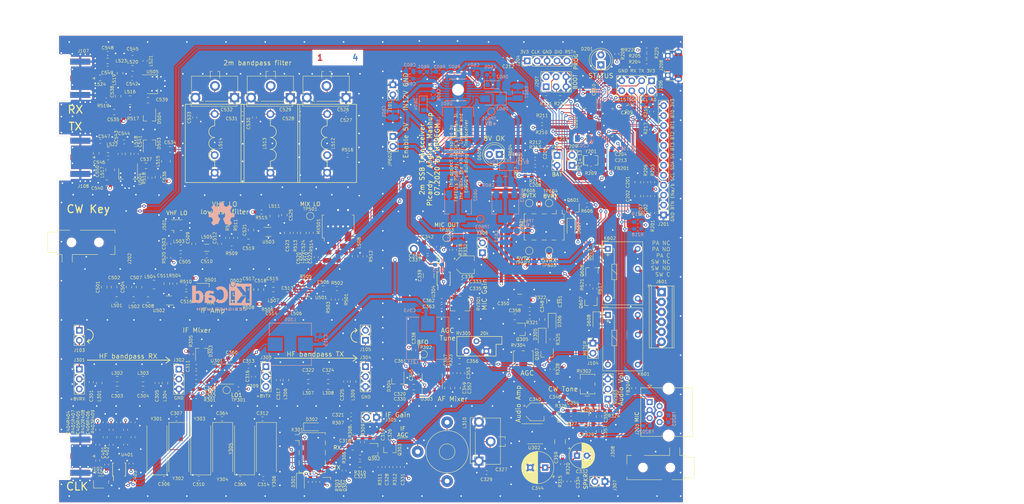
<source format=kicad_pcb>
(kicad_pcb (version 20171130) (host pcbnew 5.1.9)

  (general
    (thickness 1.6)
    (drawings 126)
    (tracks 2345)
    (zones 0)
    (modules 375)
    (nets 238)
  )

  (page A4)
  (title_block
    (title "Picardy Anglian Mashup")
    (date 2020-07-06)
    (company HB9EGM)
  )

  (layers
    (0 F.Cu signal)
    (1 In1.Cu signal)
    (2 In2.Cu signal)
    (31 B.Cu signal)
    (32 B.Adhes user hide)
    (33 F.Adhes user hide)
    (34 B.Paste user hide)
    (35 F.Paste user hide)
    (36 B.SilkS user)
    (37 F.SilkS user)
    (38 B.Mask user hide)
    (39 F.Mask user)
    (40 Dwgs.User user)
    (41 Cmts.User user hide)
    (42 Eco1.User user hide)
    (43 Eco2.User user hide)
    (44 Edge.Cuts user)
    (45 Margin user hide)
    (46 B.CrtYd user)
    (47 F.CrtYd user)
    (48 B.Fab user hide)
    (49 F.Fab user hide)
  )

  (setup
    (last_trace_width 0.2)
    (user_trace_width 0.2)
    (user_trace_width 0.3)
    (user_trace_width 0.8)
    (trace_clearance 0.2)
    (zone_clearance 0.4)
    (zone_45_only no)
    (trace_min 0.2)
    (via_size 0.8)
    (via_drill 0.4)
    (via_min_size 0.4)
    (via_min_drill 0.3)
    (user_via 0.8 0.4)
    (user_via 0.8 0.6)
    (uvia_size 0.3)
    (uvia_drill 0.1)
    (uvias_allowed no)
    (uvia_min_size 0.2)
    (uvia_min_drill 0.1)
    (edge_width 0.05)
    (segment_width 0.2)
    (pcb_text_width 0.3)
    (pcb_text_size 1.5 1.5)
    (mod_edge_width 0.1)
    (mod_text_size 0.8 0.8)
    (mod_text_width 0.1)
    (pad_size 1.524 1.524)
    (pad_drill 0.762)
    (pad_to_mask_clearance 0.051)
    (solder_mask_min_width 0.25)
    (aux_axis_origin 0 0)
    (visible_elements FFFFFF7F)
    (pcbplotparams
      (layerselection 0x011fc_ffffffff)
      (usegerberextensions false)
      (usegerberattributes false)
      (usegerberadvancedattributes false)
      (creategerberjobfile false)
      (excludeedgelayer true)
      (linewidth 0.100000)
      (plotframeref false)
      (viasonmask false)
      (mode 1)
      (useauxorigin false)
      (hpglpennumber 1)
      (hpglpenspeed 20)
      (hpglpendiameter 15.000000)
      (psnegative false)
      (psa4output false)
      (plotreference true)
      (plotvalue true)
      (plotinvisibletext false)
      (padsonsilk false)
      (subtractmaskfromsilk false)
      (outputformat 1)
      (mirror false)
      (drillshape 0)
      (scaleselection 1)
      (outputdirectory "out"))
  )

  (net 0 "")
  (net 1 /Control/ENC_B)
  (net 2 GND)
  (net 3 /Control/ENC_A)
  (net 4 +3V3)
  (net 5 "Net-(C205-Pad1)")
  (net 6 "Net-(C206-Pad1)")
  (net 7 "Net-(C207-Pad1)")
  (net 8 /Baseband/CW_TONE)
  (net 9 "Net-(C301-Pad2)")
  (net 10 "Net-(C302-Pad2)")
  (net 11 "Net-(C303-Pad2)")
  (net 12 "Net-(C304-Pad2)")
  (net 13 "Net-(C306-Pad2)")
  (net 14 "Net-(C307-Pad2)")
  (net 15 "Net-(C308-Pad2)")
  (net 16 "Net-(C308-Pad1)")
  (net 17 /Baseband/LO1)
  (net 18 "Net-(C309-Pad1)")
  (net 19 "Net-(C310-Pad2)")
  (net 20 "Net-(C311-Pad2)")
  (net 21 "Net-(C312-Pad2)")
  (net 22 "Net-(C313-Pad2)")
  (net 23 "Net-(C314-Pad2)")
  (net 24 +8V)
  (net 25 "Net-(C316-Pad2)")
  (net 26 "Net-(C316-Pad1)")
  (net 27 "Net-(C317-Pad2)")
  (net 28 "Net-(C318-Pad2)")
  (net 29 "Net-(C318-Pad1)")
  (net 30 "Net-(C320-Pad2)")
  (net 31 "Net-(C320-Pad1)")
  (net 32 "Net-(C321-Pad1)")
  (net 33 "Net-(C322-Pad2)")
  (net 34 "Net-(C323-Pad2)")
  (net 35 "Net-(C324-Pad2)")
  (net 36 "Net-(C327-Pad2)")
  (net 37 "Net-(C328-Pad2)")
  (net 38 "Net-(C330-Pad2)")
  (net 39 "Net-(C330-Pad1)")
  (net 40 +8VRX)
  (net 41 "Net-(C332-Pad1)")
  (net 42 "Net-(C333-Pad2)")
  (net 43 "Net-(C333-Pad1)")
  (net 44 "Net-(C334-Pad2)")
  (net 45 "Net-(C336-Pad1)")
  (net 46 "Net-(C337-Pad2)")
  (net 47 /Baseband/BFO)
  (net 48 "Net-(C338-Pad1)")
  (net 49 "Net-(C340-Pad2)")
  (net 50 "Net-(C340-Pad1)")
  (net 51 "Net-(C342-Pad2)")
  (net 52 "Net-(C344-Pad1)")
  (net 53 "Net-(C345-Pad2)")
  (net 54 "Net-(C346-Pad2)")
  (net 55 "Net-(C347-Pad2)")
  (net 56 "Net-(C347-Pad1)")
  (net 57 "Net-(C348-Pad2)")
  (net 58 "Net-(C348-Pad1)")
  (net 59 "Net-(C351-Pad1)")
  (net 60 "Net-(C352-Pad2)")
  (net 61 "Net-(C353-Pad1)")
  (net 62 "Net-(C354-Pad1)")
  (net 63 "Net-(C355-Pad2)")
  (net 64 "Net-(C355-Pad1)")
  (net 65 "Net-(C356-Pad2)")
  (net 66 "Net-(C358-Pad2)")
  (net 67 "Net-(C358-Pad1)")
  (net 68 "Net-(C401-Pad2)")
  (net 69 /Clock/REF_25MHz)
  (net 70 "Net-(C404-Pad2)")
  (net 71 "Net-(C404-Pad1)")
  (net 72 "Net-(C405-Pad2)")
  (net 73 "Net-(C405-Pad1)")
  (net 74 "Net-(C406-Pad2)")
  (net 75 "Net-(C406-Pad1)")
  (net 76 /HF_RX)
  (net 77 "Net-(C501-Pad1)")
  (net 78 /VHF_LO)
  (net 79 "Net-(C504-Pad1)")
  (net 80 "Net-(C505-Pad1)")
  (net 81 "Net-(C506-Pad2)")
  (net 82 "Net-(C506-Pad1)")
  (net 83 "Net-(C507-Pad1)")
  (net 84 "Net-(C508-Pad1)")
  (net 85 "Net-(C510-Pad1)")
  (net 86 "Net-(C511-Pad1)")
  (net 87 "Net-(C513-Pad2)")
  (net 88 "Net-(C513-Pad1)")
  (net 89 "Net-(C514-Pad1)")
  (net 90 "Net-(C516-Pad2)")
  (net 91 "Net-(C516-Pad1)")
  (net 92 "Net-(C517-Pad2)")
  (net 93 "Net-(C517-Pad1)")
  (net 94 "Net-(C519-Pad2)")
  (net 95 "Net-(C519-Pad1)")
  (net 96 "Net-(C520-Pad1)")
  (net 97 "Net-(C522-Pad2)")
  (net 98 "Net-(C522-Pad1)")
  (net 99 "Net-(C523-Pad2)")
  (net 100 "Net-(C523-Pad1)")
  (net 101 "Net-(C524-Pad2)")
  (net 102 "Net-(C524-Pad1)")
  (net 103 "Net-(C525-Pad1)")
  (net 104 "Net-(C526-Pad2)")
  (net 105 "Net-(C528-Pad2)")
  (net 106 "Net-(C531-Pad2)")
  (net 107 "Net-(C534-Pad2)")
  (net 108 "Net-(C534-Pad1)")
  (net 109 "Net-(C537-Pad2)")
  (net 110 "Net-(C537-Pad1)")
  (net 111 "Net-(C538-Pad2)")
  (net 112 "Net-(C539-Pad2)")
  (net 113 "Net-(C539-Pad1)")
  (net 114 "Net-(C541-Pad1)")
  (net 115 "Net-(C542-Pad2)")
  (net 116 "Net-(C542-Pad1)")
  (net 117 "Net-(C543-Pad1)")
  (net 118 "Net-(C545-Pad1)")
  (net 119 "Net-(C546-Pad1)")
  (net 120 "Net-(C548-Pad1)")
  (net 121 "Net-(C549-Pad2)")
  (net 122 "Net-(C549-Pad1)")
  (net 123 /VHF_TX)
  (net 124 +12V)
  (net 125 "Net-(C602-Pad1)")
  (net 126 "Net-(C603-Pad1)")
  (net 127 "Net-(C604-Pad1)")
  (net 128 "Net-(C605-Pad2)")
  (net 129 "Net-(C606-Pad2)")
  (net 130 "Net-(C606-Pad1)")
  (net 131 "Net-(C608-Pad1)")
  (net 132 "Net-(C609-Pad1)")
  (net 133 +5VA)
  (net 134 "Net-(D201-Pad2)")
  (net 135 /Control/RESETn)
  (net 136 "Net-(D301-Pad2)")
  (net 137 /Control/SEQ0n)
  (net 138 "Net-(D302-Pad1)")
  (net 139 "Net-(D603-Pad2)")
  (net 140 "Net-(D605-Pad1)")
  (net 141 /Control/SEQ2n)
  (net 142 /Baseband/METER)
  (net 143 /HF_TX)
  (net 144 /VHF_RX)
  (net 145 /Control/BTN0)
  (net 146 /Control/BTN1)
  (net 147 /Control/BTN2)
  (net 148 /Control/BTN3)
  (net 149 SDA)
  (net 150 SCL)
  (net 151 "Net-(J201-Pad4)")
  (net 152 "Net-(J201-Pad3)")
  (net 153 "Net-(J201-Pad2)")
  (net 154 /Control/MIC_SW2)
  (net 155 /Baseband/MIC)
  (net 156 /Control/MIC_SW1)
  (net 157 +8VTX)
  (net 158 "Net-(J601-Pad5)")
  (net 159 "Net-(J601-Pad4)")
  (net 160 "Net-(J601-Pad3)")
  (net 161 "Net-(J601-Pad2)")
  (net 162 "Net-(K301-Pad2)")
  (net 163 "Net-(K301-Pad4)")
  (net 164 "Net-(L512-Pad2)")
  (net 165 "Net-(L520-Pad2)")
  (net 166 "Net-(MX501-Pad3)")
  (net 167 "Net-(MX501-Pad6)")
  (net 168 "Net-(Q301-Pad1)")
  (net 169 "Net-(Q302-Pad3)")
  (net 170 "Net-(Q307-Pad2)")
  (net 171 "Net-(Q307-Pad1)")
  (net 172 "Net-(Q601-Pad1)")
  (net 173 "Net-(Q607-Pad1)")
  (net 174 /Control/ENC_BTN)
  (net 175 /Control/XTAL1)
  (net 176 /Control/XTAL2)
  (net 177 /Baseband/CW_KEYn)
  (net 178 "Net-(R319-Pad1)")
  (net 179 "Net-(R324-Pad1)")
  (net 180 /Baseband/MUTE_SPKR)
  (net 181 "Net-(R602-Pad1)")
  (net 182 "Net-(U401-Pad3)")
  (net 183 /IF_RX)
  (net 184 /IF_TX)
  (net 185 /Control/SEQ1n)
  (net 186 /AF_OUT)
  (net 187 "Net-(Q608-Pad1)")
  (net 188 "Net-(C362-Pad2)")
  (net 189 "Net-(C362-Pad1)")
  (net 190 "Net-(J601-Pad6)")
  (net 191 "Net-(J601-Pad1)")
  (net 192 /Baseband/MIC_SDn)
  (net 193 "Net-(R318-Pad2)")
  (net 194 "Net-(R332-Pad2)")
  (net 195 /Control/STATUSn)
  (net 196 /Control/PWM_CW)
  (net 197 "Net-(C359-Pad1)")
  (net 198 "Net-(C360-Pad1)")
  (net 199 "Net-(C361-Pad1)")
  (net 200 /Baseband/AGC)
  (net 201 "Net-(D607-Pad2)")
  (net 202 "Net-(D608-Pad2)")
  (net 203 "Net-(D613-Pad2)")
  (net 204 /Baseband/MIC_OUT)
  (net 205 "Net-(C204-Pad2)")
  (net 206 /Control/CW_RING)
  (net 207 /Control/CW_TIP)
  (net 208 /Control/SWDIO)
  (net 209 /Control/SWCLK)
  (net 210 "Net-(J205-Pad1)")
  (net 211 /Control/USART1_RX)
  (net 212 /Control/USART1_TX)
  (net 213 "Net-(J207-Pad4)")
  (net 214 "Net-(J207-Pad3)")
  (net 215 /Control/USB_DP)
  (net 216 /Control/USB_DM)
  (net 217 "Net-(R204-Pad2)")
  (net 218 "Net-(R205-Pad2)")
  (net 219 /Control/BOOT0)
  (net 220 /Control/BOOT1)
  (net 221 "Net-(C332-Pad2)")
  (net 222 "Net-(J307-Pad2)")
  (net 223 /Control/PB15)
  (net 224 /Control/I2C2_SDA)
  (net 225 /Control/I2C2_SCL)
  (net 226 /Control/PA0)
  (net 227 /Control/PC13)
  (net 228 /Control/PC14)
  (net 229 +5VTX)
  (net 230 +5VRX)
  (net 231 "Net-(C503-Pad1)")
  (net 232 "Net-(FB202-Pad1)")
  (net 233 "Net-(FB203-Pad1)")
  (net 234 "Net-(FB204-Pad1)")
  (net 235 "Net-(C364-Pad2)")
  (net 236 "Net-(C365-Pad2)")
  (net 237 "Net-(J208-Pad4)")

  (net_class Default "This is the default net class."
    (clearance 0.2)
    (trace_width 0.2)
    (via_dia 0.8)
    (via_drill 0.4)
    (uvia_dia 0.3)
    (uvia_drill 0.1)
    (add_net +5VRX)
    (add_net +5VTX)
    (add_net /AF_OUT)
    (add_net /Baseband/AGC)
    (add_net /Baseband/BFO)
    (add_net /Baseband/CW_KEYn)
    (add_net /Baseband/CW_TONE)
    (add_net /Baseband/LO1)
    (add_net /Baseband/METER)
    (add_net /Baseband/MIC)
    (add_net /Baseband/MIC_OUT)
    (add_net /Baseband/MIC_SDn)
    (add_net /Baseband/MUTE_SPKR)
    (add_net /Clock/REF_25MHz)
    (add_net /Control/BOOT0)
    (add_net /Control/BOOT1)
    (add_net /Control/BTN0)
    (add_net /Control/BTN1)
    (add_net /Control/BTN2)
    (add_net /Control/BTN3)
    (add_net /Control/CW_RING)
    (add_net /Control/CW_TIP)
    (add_net /Control/ENC_A)
    (add_net /Control/ENC_B)
    (add_net /Control/ENC_BTN)
    (add_net /Control/I2C2_SCL)
    (add_net /Control/I2C2_SDA)
    (add_net /Control/MIC_SW1)
    (add_net /Control/MIC_SW2)
    (add_net /Control/PA0)
    (add_net /Control/PB15)
    (add_net /Control/PC13)
    (add_net /Control/PC14)
    (add_net /Control/PWM_CW)
    (add_net /Control/RESETn)
    (add_net /Control/SEQ0n)
    (add_net /Control/SEQ1n)
    (add_net /Control/SEQ2n)
    (add_net /Control/STATUSn)
    (add_net /Control/SWCLK)
    (add_net /Control/SWDIO)
    (add_net /Control/USART1_RX)
    (add_net /Control/USART1_TX)
    (add_net /Control/USB_DM)
    (add_net /Control/USB_DP)
    (add_net /Control/XTAL1)
    (add_net /Control/XTAL2)
    (add_net /HF_RX)
    (add_net /HF_TX)
    (add_net /IF_RX)
    (add_net /IF_TX)
    (add_net /VHF_LO)
    (add_net /VHF_RX)
    (add_net /VHF_TX)
    (add_net "Net-(C204-Pad2)")
    (add_net "Net-(C205-Pad1)")
    (add_net "Net-(C206-Pad1)")
    (add_net "Net-(C207-Pad1)")
    (add_net "Net-(C301-Pad2)")
    (add_net "Net-(C302-Pad2)")
    (add_net "Net-(C303-Pad2)")
    (add_net "Net-(C304-Pad2)")
    (add_net "Net-(C306-Pad2)")
    (add_net "Net-(C307-Pad2)")
    (add_net "Net-(C308-Pad1)")
    (add_net "Net-(C308-Pad2)")
    (add_net "Net-(C309-Pad1)")
    (add_net "Net-(C310-Pad2)")
    (add_net "Net-(C311-Pad2)")
    (add_net "Net-(C312-Pad2)")
    (add_net "Net-(C313-Pad2)")
    (add_net "Net-(C314-Pad2)")
    (add_net "Net-(C316-Pad1)")
    (add_net "Net-(C316-Pad2)")
    (add_net "Net-(C317-Pad2)")
    (add_net "Net-(C318-Pad1)")
    (add_net "Net-(C318-Pad2)")
    (add_net "Net-(C320-Pad1)")
    (add_net "Net-(C320-Pad2)")
    (add_net "Net-(C321-Pad1)")
    (add_net "Net-(C322-Pad2)")
    (add_net "Net-(C323-Pad2)")
    (add_net "Net-(C324-Pad2)")
    (add_net "Net-(C327-Pad2)")
    (add_net "Net-(C328-Pad2)")
    (add_net "Net-(C330-Pad1)")
    (add_net "Net-(C330-Pad2)")
    (add_net "Net-(C332-Pad1)")
    (add_net "Net-(C332-Pad2)")
    (add_net "Net-(C333-Pad1)")
    (add_net "Net-(C333-Pad2)")
    (add_net "Net-(C334-Pad2)")
    (add_net "Net-(C336-Pad1)")
    (add_net "Net-(C337-Pad2)")
    (add_net "Net-(C338-Pad1)")
    (add_net "Net-(C340-Pad1)")
    (add_net "Net-(C340-Pad2)")
    (add_net "Net-(C342-Pad2)")
    (add_net "Net-(C344-Pad1)")
    (add_net "Net-(C345-Pad2)")
    (add_net "Net-(C346-Pad2)")
    (add_net "Net-(C347-Pad1)")
    (add_net "Net-(C347-Pad2)")
    (add_net "Net-(C348-Pad1)")
    (add_net "Net-(C348-Pad2)")
    (add_net "Net-(C351-Pad1)")
    (add_net "Net-(C352-Pad2)")
    (add_net "Net-(C353-Pad1)")
    (add_net "Net-(C354-Pad1)")
    (add_net "Net-(C355-Pad1)")
    (add_net "Net-(C355-Pad2)")
    (add_net "Net-(C356-Pad2)")
    (add_net "Net-(C358-Pad1)")
    (add_net "Net-(C358-Pad2)")
    (add_net "Net-(C359-Pad1)")
    (add_net "Net-(C360-Pad1)")
    (add_net "Net-(C361-Pad1)")
    (add_net "Net-(C362-Pad1)")
    (add_net "Net-(C362-Pad2)")
    (add_net "Net-(C364-Pad2)")
    (add_net "Net-(C365-Pad2)")
    (add_net "Net-(C401-Pad2)")
    (add_net "Net-(C404-Pad1)")
    (add_net "Net-(C404-Pad2)")
    (add_net "Net-(C405-Pad1)")
    (add_net "Net-(C405-Pad2)")
    (add_net "Net-(C406-Pad1)")
    (add_net "Net-(C406-Pad2)")
    (add_net "Net-(C501-Pad1)")
    (add_net "Net-(C503-Pad1)")
    (add_net "Net-(C504-Pad1)")
    (add_net "Net-(C505-Pad1)")
    (add_net "Net-(C506-Pad1)")
    (add_net "Net-(C506-Pad2)")
    (add_net "Net-(C507-Pad1)")
    (add_net "Net-(C508-Pad1)")
    (add_net "Net-(C510-Pad1)")
    (add_net "Net-(C511-Pad1)")
    (add_net "Net-(C513-Pad1)")
    (add_net "Net-(C513-Pad2)")
    (add_net "Net-(C514-Pad1)")
    (add_net "Net-(C516-Pad1)")
    (add_net "Net-(C516-Pad2)")
    (add_net "Net-(C517-Pad1)")
    (add_net "Net-(C517-Pad2)")
    (add_net "Net-(C519-Pad1)")
    (add_net "Net-(C519-Pad2)")
    (add_net "Net-(C520-Pad1)")
    (add_net "Net-(C522-Pad1)")
    (add_net "Net-(C522-Pad2)")
    (add_net "Net-(C523-Pad1)")
    (add_net "Net-(C523-Pad2)")
    (add_net "Net-(C524-Pad1)")
    (add_net "Net-(C524-Pad2)")
    (add_net "Net-(C525-Pad1)")
    (add_net "Net-(C526-Pad2)")
    (add_net "Net-(C528-Pad2)")
    (add_net "Net-(C531-Pad2)")
    (add_net "Net-(C534-Pad1)")
    (add_net "Net-(C534-Pad2)")
    (add_net "Net-(C537-Pad1)")
    (add_net "Net-(C537-Pad2)")
    (add_net "Net-(C538-Pad2)")
    (add_net "Net-(C539-Pad1)")
    (add_net "Net-(C539-Pad2)")
    (add_net "Net-(C541-Pad1)")
    (add_net "Net-(C542-Pad1)")
    (add_net "Net-(C542-Pad2)")
    (add_net "Net-(C543-Pad1)")
    (add_net "Net-(C545-Pad1)")
    (add_net "Net-(C546-Pad1)")
    (add_net "Net-(C548-Pad1)")
    (add_net "Net-(C549-Pad1)")
    (add_net "Net-(C549-Pad2)")
    (add_net "Net-(C602-Pad1)")
    (add_net "Net-(C603-Pad1)")
    (add_net "Net-(C604-Pad1)")
    (add_net "Net-(C605-Pad2)")
    (add_net "Net-(C606-Pad1)")
    (add_net "Net-(C606-Pad2)")
    (add_net "Net-(C608-Pad1)")
    (add_net "Net-(C609-Pad1)")
    (add_net "Net-(D201-Pad2)")
    (add_net "Net-(D301-Pad2)")
    (add_net "Net-(D302-Pad1)")
    (add_net "Net-(D603-Pad2)")
    (add_net "Net-(D605-Pad1)")
    (add_net "Net-(D607-Pad2)")
    (add_net "Net-(D608-Pad2)")
    (add_net "Net-(D613-Pad2)")
    (add_net "Net-(FB202-Pad1)")
    (add_net "Net-(FB203-Pad1)")
    (add_net "Net-(FB204-Pad1)")
    (add_net "Net-(J201-Pad2)")
    (add_net "Net-(J201-Pad3)")
    (add_net "Net-(J201-Pad4)")
    (add_net "Net-(J205-Pad1)")
    (add_net "Net-(J207-Pad3)")
    (add_net "Net-(J207-Pad4)")
    (add_net "Net-(J208-Pad4)")
    (add_net "Net-(J307-Pad2)")
    (add_net "Net-(J601-Pad1)")
    (add_net "Net-(J601-Pad2)")
    (add_net "Net-(J601-Pad3)")
    (add_net "Net-(J601-Pad4)")
    (add_net "Net-(J601-Pad5)")
    (add_net "Net-(J601-Pad6)")
    (add_net "Net-(K301-Pad2)")
    (add_net "Net-(K301-Pad4)")
    (add_net "Net-(L512-Pad2)")
    (add_net "Net-(L520-Pad2)")
    (add_net "Net-(MX501-Pad3)")
    (add_net "Net-(MX501-Pad6)")
    (add_net "Net-(Q301-Pad1)")
    (add_net "Net-(Q302-Pad3)")
    (add_net "Net-(Q307-Pad1)")
    (add_net "Net-(Q307-Pad2)")
    (add_net "Net-(Q601-Pad1)")
    (add_net "Net-(Q607-Pad1)")
    (add_net "Net-(Q608-Pad1)")
    (add_net "Net-(R204-Pad2)")
    (add_net "Net-(R205-Pad2)")
    (add_net "Net-(R318-Pad2)")
    (add_net "Net-(R319-Pad1)")
    (add_net "Net-(R324-Pad1)")
    (add_net "Net-(R332-Pad2)")
    (add_net "Net-(R602-Pad1)")
    (add_net "Net-(U401-Pad3)")
    (add_net SCL)
    (add_net SDA)
  )

  (net_class Power ""
    (clearance 0.2)
    (trace_width 0.8)
    (via_dia 0.8)
    (via_drill 0.6)
    (uvia_dia 0.3)
    (uvia_drill 0.1)
    (add_net +12V)
    (add_net +3V3)
    (add_net +5VA)
    (add_net +8V)
    (add_net +8VRX)
    (add_net +8VTX)
    (add_net GND)
  )

  (module Resistor_SMD:R_0603_1608Metric_Pad1.05x0.95mm_HandSolder (layer F.Cu) (tedit 5B301BBD) (tstamp 5F077F27)
    (at 183.896 34.798 270)
    (descr "Resistor SMD 0603 (1608 Metric), square (rectangular) end terminal, IPC_7351 nominal with elongated pad for handsoldering. (Body size source: http://www.tortai-tech.com/upload/download/2011102023233369053.pdf), generated with kicad-footprint-generator")
    (tags "resistor handsolder")
    (path /5E2FA006/5F0EE544)
    (attr smd)
    (fp_text reference R225 (at 0 1.016 90) (layer F.SilkS)
      (effects (font (size 0.8 0.8) (thickness 0.1)))
    )
    (fp_text value 0 (at 0 1.43 90) (layer F.Fab)
      (effects (font (size 1 1) (thickness 0.15)))
    )
    (fp_line (start -0.8 0.4) (end -0.8 -0.4) (layer F.Fab) (width 0.1))
    (fp_line (start -0.8 -0.4) (end 0.8 -0.4) (layer F.Fab) (width 0.1))
    (fp_line (start 0.8 -0.4) (end 0.8 0.4) (layer F.Fab) (width 0.1))
    (fp_line (start 0.8 0.4) (end -0.8 0.4) (layer F.Fab) (width 0.1))
    (fp_line (start -0.171267 -0.51) (end 0.171267 -0.51) (layer F.SilkS) (width 0.12))
    (fp_line (start -0.171267 0.51) (end 0.171267 0.51) (layer F.SilkS) (width 0.12))
    (fp_line (start -1.65 0.73) (end -1.65 -0.73) (layer F.CrtYd) (width 0.05))
    (fp_line (start -1.65 -0.73) (end 1.65 -0.73) (layer F.CrtYd) (width 0.05))
    (fp_line (start 1.65 -0.73) (end 1.65 0.73) (layer F.CrtYd) (width 0.05))
    (fp_line (start 1.65 0.73) (end -1.65 0.73) (layer F.CrtYd) (width 0.05))
    (fp_text user %R (at 0 0 90) (layer F.Fab)
      (effects (font (size 0.4 0.4) (thickness 0.06)))
    )
    (pad 2 smd roundrect (at 0.875 0 270) (size 1.05 0.95) (layers F.Cu F.Paste F.Mask) (roundrect_rratio 0.25)
      (net 237 "Net-(J208-Pad4)"))
    (pad 1 smd roundrect (at -0.875 0 270) (size 1.05 0.95) (layers F.Cu F.Paste F.Mask) (roundrect_rratio 0.25)
      (net 2 GND))
    (model ${KISYS3DMOD}/Resistor_SMD.3dshapes/R_0603_1608Metric.wrl
      (at (xyz 0 0 0))
      (scale (xyz 1 1 1))
      (rotate (xyz 0 0 0))
    )
  )

  (module Symbol:OSHW-Symbol_6.7x6mm_SilkScreen locked (layer B.Cu) (tedit 0) (tstamp 5F040998)
    (at 71.882 75.946 180)
    (descr "Open Source Hardware Symbol")
    (tags "Logo Symbol OSHW")
    (attr virtual)
    (fp_text reference REF** (at 0 0) (layer B.SilkS) hide
      (effects (font (size 1 1) (thickness 0.15)) (justify mirror))
    )
    (fp_text value OSHW-Symbol_6.7x6mm_SilkScreen (at 0.75 0) (layer B.Fab) hide
      (effects (font (size 1 1) (thickness 0.15)) (justify mirror))
    )
    (fp_poly (pts (xy 0.555814 2.531069) (xy 0.639635 2.086445) (xy 0.94892 1.958947) (xy 1.258206 1.831449)
      (xy 1.629246 2.083754) (xy 1.733157 2.154004) (xy 1.827087 2.216728) (xy 1.906652 2.269062)
      (xy 1.96747 2.308143) (xy 2.005157 2.331107) (xy 2.015421 2.336058) (xy 2.03391 2.323324)
      (xy 2.07342 2.288118) (xy 2.129522 2.234938) (xy 2.197787 2.168282) (xy 2.273786 2.092646)
      (xy 2.353092 2.012528) (xy 2.431275 1.932426) (xy 2.503907 1.856836) (xy 2.566559 1.790255)
      (xy 2.614803 1.737182) (xy 2.64421 1.702113) (xy 2.651241 1.690377) (xy 2.641123 1.66874)
      (xy 2.612759 1.621338) (xy 2.569129 1.552807) (xy 2.513218 1.467785) (xy 2.448006 1.370907)
      (xy 2.410219 1.31565) (xy 2.341343 1.214752) (xy 2.28014 1.123701) (xy 2.229578 1.04703)
      (xy 2.192628 0.989272) (xy 2.172258 0.954957) (xy 2.169197 0.947746) (xy 2.176136 0.927252)
      (xy 2.195051 0.879487) (xy 2.223087 0.811168) (xy 2.257391 0.729011) (xy 2.295109 0.63973)
      (xy 2.333387 0.550042) (xy 2.36937 0.466662) (xy 2.400206 0.396306) (xy 2.423039 0.34569)
      (xy 2.435017 0.321529) (xy 2.435724 0.320578) (xy 2.454531 0.315964) (xy 2.504618 0.305672)
      (xy 2.580793 0.290713) (xy 2.677865 0.272099) (xy 2.790643 0.250841) (xy 2.856442 0.238582)
      (xy 2.97695 0.215638) (xy 3.085797 0.193805) (xy 3.177476 0.174278) (xy 3.246481 0.158252)
      (xy 3.287304 0.146921) (xy 3.295511 0.143326) (xy 3.303548 0.118994) (xy 3.310033 0.064041)
      (xy 3.31497 -0.015108) (xy 3.318364 -0.112026) (xy 3.320218 -0.220287) (xy 3.320538 -0.333465)
      (xy 3.319327 -0.445135) (xy 3.31659 -0.548868) (xy 3.312331 -0.638241) (xy 3.306555 -0.706826)
      (xy 3.299267 -0.748197) (xy 3.294895 -0.75681) (xy 3.268764 -0.767133) (xy 3.213393 -0.781892)
      (xy 3.136107 -0.799352) (xy 3.04423 -0.81778) (xy 3.012158 -0.823741) (xy 2.857524 -0.852066)
      (xy 2.735375 -0.874876) (xy 2.641673 -0.89308) (xy 2.572384 -0.907583) (xy 2.523471 -0.919292)
      (xy 2.490897 -0.929115) (xy 2.470628 -0.937956) (xy 2.458626 -0.946724) (xy 2.456947 -0.948457)
      (xy 2.440184 -0.976371) (xy 2.414614 -1.030695) (xy 2.382788 -1.104777) (xy 2.34726 -1.191965)
      (xy 2.310583 -1.285608) (xy 2.275311 -1.379052) (xy 2.243996 -1.465647) (xy 2.219193 -1.53874)
      (xy 2.203454 -1.591678) (xy 2.199332 -1.617811) (xy 2.199676 -1.618726) (xy 2.213641 -1.640086)
      (xy 2.245322 -1.687084) (xy 2.291391 -1.754827) (xy 2.348518 -1.838423) (xy 2.413373 -1.932982)
      (xy 2.431843 -1.959854) (xy 2.497699 -2.057275) (xy 2.55565 -2.146163) (xy 2.602538 -2.221412)
      (xy 2.635207 -2.27792) (xy 2.6505 -2.310581) (xy 2.651241 -2.314593) (xy 2.638392 -2.335684)
      (xy 2.602888 -2.377464) (xy 2.549293 -2.435445) (xy 2.482171 -2.505135) (xy 2.406087 -2.582045)
      (xy 2.325604 -2.661683) (xy 2.245287 -2.739561) (xy 2.169699 -2.811186) (xy 2.103405 -2.87207)
      (xy 2.050969 -2.917721) (xy 2.016955 -2.94365) (xy 2.007545 -2.947883) (xy 1.985643 -2.937912)
      (xy 1.9408 -2.91102) (xy 1.880321 -2.871736) (xy 1.833789 -2.840117) (xy 1.749475 -2.782098)
      (xy 1.649626 -2.713784) (xy 1.549473 -2.645579) (xy 1.495627 -2.609075) (xy 1.313371 -2.4858)
      (xy 1.160381 -2.56852) (xy 1.090682 -2.604759) (xy 1.031414 -2.632926) (xy 0.991311 -2.648991)
      (xy 0.981103 -2.651226) (xy 0.968829 -2.634722) (xy 0.944613 -2.588082) (xy 0.910263 -2.515609)
      (xy 0.867588 -2.421606) (xy 0.818394 -2.310374) (xy 0.76449 -2.186215) (xy 0.707684 -2.053432)
      (xy 0.649782 -1.916327) (xy 0.592593 -1.779202) (xy 0.537924 -1.646358) (xy 0.487584 -1.522098)
      (xy 0.44338 -1.410725) (xy 0.407119 -1.316539) (xy 0.380609 -1.243844) (xy 0.365658 -1.196941)
      (xy 0.363254 -1.180833) (xy 0.382311 -1.160286) (xy 0.424036 -1.126933) (xy 0.479706 -1.087702)
      (xy 0.484378 -1.084599) (xy 0.628264 -0.969423) (xy 0.744283 -0.835053) (xy 0.83143 -0.685784)
      (xy 0.888699 -0.525913) (xy 0.915086 -0.359737) (xy 0.909585 -0.191552) (xy 0.87119 -0.025655)
      (xy 0.798895 0.133658) (xy 0.777626 0.168513) (xy 0.666996 0.309263) (xy 0.536302 0.422286)
      (xy 0.390064 0.506997) (xy 0.232808 0.562806) (xy 0.069057 0.589126) (xy -0.096667 0.58537)
      (xy -0.259838 0.55095) (xy -0.415935 0.485277) (xy -0.560433 0.387765) (xy -0.605131 0.348187)
      (xy -0.718888 0.224297) (xy -0.801782 0.093876) (xy -0.858644 -0.052315) (xy -0.890313 -0.197088)
      (xy -0.898131 -0.35986) (xy -0.872062 -0.52344) (xy -0.814755 -0.682298) (xy -0.728856 -0.830906)
      (xy -0.617014 -0.963735) (xy -0.481877 -1.075256) (xy -0.464117 -1.087011) (xy -0.40785 -1.125508)
      (xy -0.365077 -1.158863) (xy -0.344628 -1.18016) (xy -0.344331 -1.180833) (xy -0.348721 -1.203871)
      (xy -0.366124 -1.256157) (xy -0.394732 -1.33339) (xy -0.432735 -1.431268) (xy -0.478326 -1.545491)
      (xy -0.529697 -1.671758) (xy -0.585038 -1.805767) (xy -0.642542 -1.943218) (xy -0.700399 -2.079808)
      (xy -0.756802 -2.211237) (xy -0.809942 -2.333205) (xy -0.85801 -2.441409) (xy -0.899199 -2.531549)
      (xy -0.931699 -2.599323) (xy -0.953703 -2.64043) (xy -0.962564 -2.651226) (xy -0.98964 -2.642819)
      (xy -1.040303 -2.620272) (xy -1.105817 -2.587613) (xy -1.141841 -2.56852) (xy -1.294832 -2.4858)
      (xy -1.477088 -2.609075) (xy -1.570125 -2.672228) (xy -1.671985 -2.741727) (xy -1.767438 -2.807165)
      (xy -1.81525 -2.840117) (xy -1.882495 -2.885273) (xy -1.939436 -2.921057) (xy -1.978646 -2.942938)
      (xy -1.991381 -2.947563) (xy -2.009917 -2.935085) (xy -2.050941 -2.900252) (xy -2.110475 -2.846678)
      (xy -2.184542 -2.777983) (xy -2.269165 -2.697781) (xy -2.322685 -2.646286) (xy -2.416319 -2.554286)
      (xy -2.497241 -2.471999) (xy -2.562177 -2.402945) (xy -2.607858 -2.350644) (xy -2.631011 -2.318616)
      (xy -2.633232 -2.312116) (xy -2.622924 -2.287394) (xy -2.594439 -2.237405) (xy -2.550937 -2.167212)
      (xy -2.495577 -2.081875) (xy -2.43152 -1.986456) (xy -2.413303 -1.959854) (xy -2.346927 -1.863167)
      (xy -2.287378 -1.776117) (xy -2.237984 -1.703595) (xy -2.202075 -1.650493) (xy -2.182981 -1.621703)
      (xy -2.181136 -1.618726) (xy -2.183895 -1.595782) (xy -2.198538 -1.545336) (xy -2.222513 -1.474041)
      (xy -2.253266 -1.388547) (xy -2.288244 -1.295507) (xy -2.324893 -1.201574) (xy -2.360661 -1.113399)
      (xy -2.392994 -1.037634) (xy -2.419338 -0.980931) (xy -2.437142 -0.949943) (xy -2.438407 -0.948457)
      (xy -2.449294 -0.939601) (xy -2.467682 -0.930843) (xy -2.497606 -0.921277) (xy -2.543103 -0.909996)
      (xy -2.608209 -0.896093) (xy -2.696961 -0.878663) (xy -2.813393 -0.856798) (xy -2.961542 -0.829591)
      (xy -2.993618 -0.823741) (xy -3.088686 -0.805374) (xy -3.171565 -0.787405) (xy -3.23493 -0.771569)
      (xy -3.271458 -0.7596) (xy -3.276356 -0.75681) (xy -3.284427 -0.732072) (xy -3.290987 -0.67679)
      (xy -3.296033 -0.597389) (xy -3.299559 -0.500296) (xy -3.301561 -0.391938) (xy -3.302036 -0.27874)
      (xy -3.300977 -0.167128) (xy -3.298382 -0.063529) (xy -3.294246 0.025632) (xy -3.288563 0.093928)
      (xy -3.281331 0.134934) (xy -3.276971 0.143326) (xy -3.252698 0.151792) (xy -3.197426 0.165565)
      (xy -3.116662 0.18345) (xy -3.015912 0.204252) (xy -2.900683 0.226777) (xy -2.837902 0.238582)
      (xy -2.718787 0.260849) (xy -2.612565 0.281021) (xy -2.524427 0.298085) (xy -2.459566 0.311031)
      (xy -2.423174 0.318845) (xy -2.417184 0.320578) (xy -2.407061 0.34011) (xy -2.385662 0.387157)
      (xy -2.355839 0.454997) (xy -2.320445 0.536909) (xy -2.282332 0.626172) (xy -2.244353 0.716065)
      (xy -2.20936 0.799865) (xy -2.180206 0.870853) (xy -2.159743 0.922306) (xy -2.150823 0.947503)
      (xy -2.150657 0.948604) (xy -2.160769 0.968481) (xy -2.189117 1.014223) (xy -2.232723 1.081283)
      (xy -2.288606 1.165116) (xy -2.353787 1.261174) (xy -2.391679 1.31635) (xy -2.460725 1.417519)
      (xy -2.52205 1.50937) (xy -2.572663 1.587256) (xy -2.609571 1.646531) (xy -2.629782 1.682549)
      (xy -2.632701 1.690623) (xy -2.620153 1.709416) (xy -2.585463 1.749543) (xy -2.533063 1.806507)
      (xy -2.467384 1.875815) (xy -2.392856 1.952969) (xy -2.313913 2.033475) (xy -2.234983 2.112837)
      (xy -2.1605 2.18656) (xy -2.094894 2.250148) (xy -2.042596 2.299106) (xy -2.008039 2.328939)
      (xy -1.996478 2.336058) (xy -1.977654 2.326047) (xy -1.932631 2.297922) (xy -1.865787 2.254546)
      (xy -1.781499 2.198782) (xy -1.684144 2.133494) (xy -1.610707 2.083754) (xy -1.239667 1.831449)
      (xy -0.621095 2.086445) (xy -0.537275 2.531069) (xy -0.453454 2.975693) (xy 0.471994 2.975693)
      (xy 0.555814 2.531069)) (layer B.SilkS) (width 0.01))
  )

  (module Symbol:KiCad-Logo2_6mm_SilkScreen locked (layer B.Cu) (tedit 0) (tstamp 5F03D581)
    (at 71.882 96.266 180)
    (descr "KiCad Logo")
    (tags "Logo KiCad")
    (attr virtual)
    (fp_text reference REF** (at 0 5.08) (layer B.SilkS) hide
      (effects (font (size 1 1) (thickness 0.15)) (justify mirror))
    )
    (fp_text value KiCad-Logo2_6mm_SilkScreen (at 0 -6.35) (layer B.Fab) hide
      (effects (font (size 1 1) (thickness 0.15)) (justify mirror))
    )
    (fp_poly (pts (xy -6.109663 -3.635258) (xy -6.070181 -3.635659) (xy -5.954492 -3.638451) (xy -5.857603 -3.646742)
      (xy -5.776211 -3.661424) (xy -5.707015 -3.683385) (xy -5.646712 -3.713514) (xy -5.592 -3.752702)
      (xy -5.572459 -3.769724) (xy -5.540042 -3.809555) (xy -5.510812 -3.863605) (xy -5.488283 -3.923515)
      (xy -5.475971 -3.980931) (xy -5.474692 -4.002148) (xy -5.482709 -4.060961) (xy -5.504191 -4.125205)
      (xy -5.535291 -4.186013) (xy -5.572158 -4.234522) (xy -5.578146 -4.240374) (xy -5.628871 -4.281513)
      (xy -5.684417 -4.313627) (xy -5.747988 -4.337557) (xy -5.822786 -4.354145) (xy -5.912014 -4.364233)
      (xy -6.018874 -4.368661) (xy -6.06782 -4.369037) (xy -6.130054 -4.368737) (xy -6.17382 -4.367484)
      (xy -6.203223 -4.364746) (xy -6.222371 -4.359993) (xy -6.235369 -4.352693) (xy -6.242337 -4.346459)
      (xy -6.248918 -4.338886) (xy -6.25408 -4.329116) (xy -6.257995 -4.314532) (xy -6.260835 -4.292518)
      (xy -6.262772 -4.260456) (xy -6.263976 -4.215728) (xy -6.26462 -4.155718) (xy -6.264875 -4.077809)
      (xy -6.264914 -4.002148) (xy -6.265162 -3.901233) (xy -6.265109 -3.820619) (xy -6.264149 -3.782014)
      (xy -6.118159 -3.782014) (xy -6.118159 -4.222281) (xy -6.025026 -4.222196) (xy -5.968985 -4.220588)
      (xy -5.910291 -4.216448) (xy -5.86132 -4.210656) (xy -5.85983 -4.210418) (xy -5.780684 -4.191282)
      (xy -5.719294 -4.161479) (xy -5.672597 -4.11907) (xy -5.642927 -4.073153) (xy -5.624645 -4.022218)
      (xy -5.626063 -3.974392) (xy -5.64728 -3.923125) (xy -5.688781 -3.870091) (xy -5.74629 -3.830792)
      (xy -5.821042 -3.804523) (xy -5.871 -3.795227) (xy -5.927708 -3.788699) (xy -5.987811 -3.783974)
      (xy -6.038931 -3.782009) (xy -6.041959 -3.782) (xy -6.118159 -3.782014) (xy -6.264149 -3.782014)
      (xy -6.263552 -3.758043) (xy -6.25929 -3.711247) (xy -6.251122 -3.67797) (xy -6.237848 -3.655951)
      (xy -6.218266 -3.642931) (xy -6.191175 -3.636649) (xy -6.155374 -3.634845) (xy -6.109663 -3.635258)) (layer B.SilkS) (width 0.01))
    (fp_poly (pts (xy -4.701086 -3.635338) (xy -4.631678 -3.63571) (xy -4.579289 -3.636577) (xy -4.541139 -3.638138)
      (xy -4.514451 -3.640595) (xy -4.496445 -3.644149) (xy -4.484341 -3.649002) (xy -4.475361 -3.655353)
      (xy -4.47211 -3.658276) (xy -4.452335 -3.689334) (xy -4.448774 -3.72502) (xy -4.461783 -3.756702)
      (xy -4.467798 -3.763105) (xy -4.477527 -3.769313) (xy -4.493193 -3.774102) (xy -4.5177 -3.777706)
      (xy -4.553953 -3.780356) (xy -4.604857 -3.782287) (xy -4.673318 -3.783731) (xy -4.735909 -3.78461)
      (xy -4.983626 -3.787659) (xy -4.987011 -3.85257) (xy -4.990397 -3.917481) (xy -4.82225 -3.917481)
      (xy -4.749251 -3.918111) (xy -4.695809 -3.920745) (xy -4.65892 -3.926501) (xy -4.63558 -3.936496)
      (xy -4.622786 -3.951848) (xy -4.617534 -3.973674) (xy -4.616737 -3.99393) (xy -4.619215 -4.018784)
      (xy -4.628569 -4.037098) (xy -4.647675 -4.049829) (xy -4.67941 -4.057933) (xy -4.726651 -4.062368)
      (xy -4.792275 -4.064091) (xy -4.828093 -4.064237) (xy -4.98927 -4.064237) (xy -4.98927 -4.222281)
      (xy -4.740914 -4.222281) (xy -4.659505 -4.222394) (xy -4.597634 -4.222904) (xy -4.55226 -4.224062)
      (xy -4.520346 -4.226122) (xy -4.498851 -4.229338) (xy -4.484735 -4.233964) (xy -4.47496 -4.240251)
      (xy -4.469981 -4.244859) (xy -4.452902 -4.271752) (xy -4.447403 -4.295659) (xy -4.455255 -4.324859)
      (xy -4.469981 -4.346459) (xy -4.477838 -4.353258) (xy -4.48798 -4.358538) (xy -4.503136 -4.36249)
      (xy -4.526033 -4.365305) (xy -4.559401 -4.367174) (xy -4.605967 -4.36829) (xy -4.668459 -4.368843)
      (xy -4.749606 -4.369025) (xy -4.791714 -4.369037) (xy -4.88189 -4.368957) (xy -4.952216 -4.36859)
      (xy -5.005421 -4.367744) (xy -5.044232 -4.366228) (xy -5.071379 -4.363851) (xy -5.08959 -4.360421)
      (xy -5.101592 -4.355746) (xy -5.110114 -4.349636) (xy -5.113448 -4.346459) (xy -5.120047 -4.338862)
      (xy -5.125219 -4.329062) (xy -5.129138 -4.314431) (xy -5.131976 -4.292344) (xy -5.133907 -4.260174)
      (xy -5.135104 -4.215295) (xy -5.13574 -4.155081) (xy -5.135989 -4.076905) (xy -5.136026 -4.004115)
      (xy -5.135992 -3.910899) (xy -5.135757 -3.837623) (xy -5.135122 -3.78165) (xy -5.133886 -3.740343)
      (xy -5.131848 -3.711064) (xy -5.128809 -3.691176) (xy -5.124569 -3.678042) (xy -5.118927 -3.669024)
      (xy -5.111683 -3.661485) (xy -5.109898 -3.659804) (xy -5.101237 -3.652364) (xy -5.091174 -3.646601)
      (xy -5.076917 -3.642304) (xy -5.055675 -3.639256) (xy -5.024656 -3.637243) (xy -4.981069 -3.636052)
      (xy -4.922123 -3.635467) (xy -4.845026 -3.635275) (xy -4.790293 -3.635259) (xy -4.701086 -3.635338)) (layer B.SilkS) (width 0.01))
    (fp_poly (pts (xy -3.679995 -3.636543) (xy -3.60518 -3.641773) (xy -3.535598 -3.649942) (xy -3.475294 -3.660742)
      (xy -3.428312 -3.673865) (xy -3.398698 -3.689005) (xy -3.394152 -3.693461) (xy -3.378346 -3.728042)
      (xy -3.383139 -3.763543) (xy -3.407656 -3.793917) (xy -3.408826 -3.794788) (xy -3.423246 -3.804146)
      (xy -3.4383 -3.809068) (xy -3.459297 -3.809665) (xy -3.491549 -3.806053) (xy -3.540365 -3.798346)
      (xy -3.544292 -3.797697) (xy -3.617031 -3.788761) (xy -3.695509 -3.784353) (xy -3.774219 -3.784311)
      (xy -3.847653 -3.788471) (xy -3.910303 -3.796671) (xy -3.956662 -3.808749) (xy -3.959708 -3.809963)
      (xy -3.99334 -3.828807) (xy -4.005156 -3.847877) (xy -3.995906 -3.866631) (xy -3.966339 -3.884529)
      (xy -3.917203 -3.901029) (xy -3.849249 -3.915588) (xy -3.803937 -3.922598) (xy -3.709748 -3.936081)
      (xy -3.634836 -3.948406) (xy -3.576009 -3.960641) (xy -3.530077 -3.973853) (xy -3.493847 -3.989109)
      (xy -3.46413 -4.007477) (xy -3.437734 -4.030023) (xy -3.416522 -4.052163) (xy -3.391357 -4.083011)
      (xy -3.378973 -4.109537) (xy -3.3751 -4.142218) (xy -3.374959 -4.154187) (xy -3.377868 -4.193904)
      (xy -3.389494 -4.223451) (xy -3.409615 -4.249678) (xy -3.450508 -4.289768) (xy -3.496109 -4.320341)
      (xy -3.549805 -4.342395) (xy -3.614984 -4.356927) (xy -3.695036 -4.364933) (xy -3.793349 -4.36741)
      (xy -3.809581 -4.367369) (xy -3.875141 -4.36601) (xy -3.940158 -4.362922) (xy -3.997544 -4.358548)
      (xy -4.040214 -4.353332) (xy -4.043664 -4.352733) (xy -4.086088 -4.342683) (xy -4.122072 -4.329988)
      (xy -4.142442 -4.318382) (xy -4.161399 -4.287764) (xy -4.162719 -4.25211) (xy -4.146377 -4.220336)
      (xy -4.142721 -4.216743) (xy -4.127607 -4.206068) (xy -4.108707 -4.201468) (xy -4.079454 -4.202251)
      (xy -4.043943 -4.206319) (xy -4.004262 -4.209954) (xy -3.948637 -4.21302) (xy -3.883698 -4.215245)
      (xy -3.816077 -4.216356) (xy -3.798292 -4.216429) (xy -3.73042 -4.216156) (xy -3.680746 -4.214838)
      (xy -3.644902 -4.212019) (xy -3.618516 -4.207242) (xy -3.597218 -4.200049) (xy -3.584418 -4.194059)
      (xy -3.556292 -4.177425) (xy -3.53836 -4.16236) (xy -3.535739 -4.158089) (xy -3.541268 -4.140455)
      (xy -3.567552 -4.123384) (xy -3.61277 -4.10765) (xy -3.6751 -4.09403) (xy -3.693463 -4.090996)
      (xy -3.789382 -4.07593) (xy -3.865933 -4.063338) (xy -3.926072 -4.052303) (xy -3.972752 -4.041912)
      (xy -4.008929 -4.031248) (xy -4.037557 -4.019397) (xy -4.06159 -4.005443) (xy -4.083984 -3.988473)
      (xy -4.107694 -3.96757) (xy -4.115672 -3.960241) (xy -4.143645 -3.932891) (xy -4.158452 -3.911221)
      (xy -4.164244 -3.886424) (xy -4.165181 -3.855175) (xy -4.154867 -3.793897) (xy -4.124044 -3.741832)
      (xy -4.072887 -3.69915) (xy -4.001575 -3.666017) (xy -3.950692 -3.651156) (xy -3.895392 -3.641558)
      (xy -3.829145 -3.636128) (xy -3.755998 -3.634559) (xy -3.679995 -3.636543)) (layer B.SilkS) (width 0.01))
    (fp_poly (pts (xy -2.912114 -3.657837) (xy -2.905534 -3.66541) (xy -2.900371 -3.675179) (xy -2.896456 -3.689763)
      (xy -2.893616 -3.711777) (xy -2.891679 -3.74384) (xy -2.890475 -3.788567) (xy -2.889831 -3.848577)
      (xy -2.889576 -3.926486) (xy -2.889537 -4.002148) (xy -2.889606 -4.095994) (xy -2.88993 -4.169881)
      (xy -2.890678 -4.226424) (xy -2.892024 -4.268241) (xy -2.894138 -4.297949) (xy -2.897192 -4.318165)
      (xy -2.901358 -4.331506) (xy -2.906808 -4.34059) (xy -2.912114 -4.346459) (xy -2.945118 -4.366139)
      (xy -2.980283 -4.364373) (xy -3.011747 -4.342909) (xy -3.018976 -4.334529) (xy -3.024626 -4.324806)
      (xy -3.028891 -4.311053) (xy -3.031965 -4.290581) (xy -3.034044 -4.260704) (xy -3.035322 -4.218733)
      (xy -3.035993 -4.161981) (xy -3.036251 -4.087759) (xy -3.036292 -4.003729) (xy -3.036292 -3.690677)
      (xy -3.008583 -3.662968) (xy -2.974429 -3.639655) (xy -2.941298 -3.638815) (xy -2.912114 -3.657837)) (layer B.SilkS) (width 0.01))
    (fp_poly (pts (xy -1.938373 -3.640791) (xy -1.869857 -3.652287) (xy -1.817235 -3.670159) (xy -1.783 -3.693691)
      (xy -1.773671 -3.707116) (xy -1.764185 -3.73834) (xy -1.770569 -3.766587) (xy -1.790722 -3.793374)
      (xy -1.822037 -3.805905) (xy -1.867475 -3.804888) (xy -1.902618 -3.798098) (xy -1.980711 -3.785163)
      (xy -2.060518 -3.783934) (xy -2.149847 -3.794433) (xy -2.174521 -3.798882) (xy -2.257583 -3.8223)
      (xy -2.322565 -3.857137) (xy -2.368753 -3.902796) (xy -2.395437 -3.958686) (xy -2.400955 -3.98758)
      (xy -2.397343 -4.046204) (xy -2.374021 -4.098071) (xy -2.333116 -4.14217) (xy -2.276751 -4.177491)
      (xy -2.207052 -4.203021) (xy -2.126144 -4.217751) (xy -2.036152 -4.22067) (xy -1.939202 -4.210767)
      (xy -1.933728 -4.209833) (xy -1.895167 -4.202651) (xy -1.873786 -4.195713) (xy -1.864519 -4.185419)
      (xy -1.862298 -4.168168) (xy -1.862248 -4.159033) (xy -1.862248 -4.120681) (xy -1.930723 -4.120681)
      (xy -1.991192 -4.116539) (xy -2.032457 -4.103339) (xy -2.056467 -4.079922) (xy -2.065169 -4.045128)
      (xy -2.065275 -4.040586) (xy -2.060184 -4.010846) (xy -2.042725 -3.989611) (xy -2.010231 -3.975558)
      (xy -1.960035 -3.967365) (xy -1.911415 -3.964353) (xy -1.840748 -3.962625) (xy -1.78949 -3.965262)
      (xy -1.754531 -3.974992) (xy -1.732762 -3.994545) (xy -1.721072 -4.026648) (xy -1.716352 -4.07403)
      (xy -1.715492 -4.136263) (xy -1.716901 -4.205727) (xy -1.72114 -4.252978) (xy -1.728228 -4.278204)
      (xy -1.729603 -4.28018) (xy -1.76852 -4.3117) (xy -1.825578 -4.336662) (xy -1.897161 -4.354532)
      (xy -1.97965 -4.364778) (xy -2.069431 -4.366865) (xy -2.162884 -4.36026) (xy -2.217848 -4.352148)
      (xy -2.304058 -4.327746) (xy -2.384184 -4.287854) (xy -2.451269 -4.236079) (xy -2.461465 -4.225731)
      (xy -2.494594 -4.182227) (xy -2.524486 -4.12831) (xy -2.547649 -4.071784) (xy -2.56059 -4.020451)
      (xy -2.56215 -4.000736) (xy -2.55551 -3.959611) (xy -2.53786 -3.908444) (xy -2.512589 -3.854586)
      (xy -2.483081 -3.805387) (xy -2.457011 -3.772526) (xy -2.396057 -3.723644) (xy -2.317261 -3.684737)
      (xy -2.223449 -3.656686) (xy -2.117442 -3.640371) (xy -2.020292 -3.636384) (xy -1.938373 -3.640791)) (layer B.SilkS) (width 0.01))
    (fp_poly (pts (xy -1.288406 -3.63964) (xy -1.26484 -3.653465) (xy -1.234027 -3.676073) (xy -1.19437 -3.70853)
      (xy -1.144272 -3.7519) (xy -1.082135 -3.80725) (xy -1.006364 -3.875643) (xy -0.919626 -3.954276)
      (xy -0.739003 -4.11807) (xy -0.733359 -3.898221) (xy -0.731321 -3.822543) (xy -0.729355 -3.766186)
      (xy -0.727026 -3.725898) (xy -0.723898 -3.698427) (xy -0.719537 -3.680521) (xy -0.713508 -3.668929)
      (xy -0.705376 -3.6604) (xy -0.701064 -3.656815) (xy -0.666533 -3.637862) (xy -0.633675 -3.640633)
      (xy -0.60761 -3.656825) (xy -0.580959 -3.678391) (xy -0.577644 -3.993343) (xy -0.576727 -4.085971)
      (xy -0.57626 -4.158736) (xy -0.576405 -4.214353) (xy -0.577324 -4.255534) (xy -0.579179 -4.284995)
      (xy -0.582131 -4.305447) (xy -0.586342 -4.319605) (xy -0.591974 -4.330183) (xy -0.598219 -4.338666)
      (xy -0.611731 -4.354399) (xy -0.625175 -4.364828) (xy -0.640416 -4.368831) (xy -0.659318 -4.365286)
      (xy -0.683747 -4.353071) (xy -0.715565 -4.331063) (xy -0.75664 -4.298141) (xy -0.808834 -4.253183)
      (xy -0.874014 -4.195067) (xy -0.947848 -4.128291) (xy -1.213137 -3.88765) (xy -1.218781 -4.106781)
      (xy -1.220823 -4.18232) (xy -1.222794 -4.238546) (xy -1.225131 -4.278716) (xy -1.228273 -4.306088)
      (xy -1.232656 -4.32392) (xy -1.238716 -4.335471) (xy -1.246892 -4.343999) (xy -1.251076 -4.347474)
      (xy -1.288057 -4.366564) (xy -1.323 -4.363685) (xy -1.353428 -4.339292) (xy -1.360389 -4.329478)
      (xy -1.365815 -4.318018) (xy -1.369895 -4.30216) (xy -1.372821 -4.279155) (xy -1.374784 -4.246254)
      (xy -1.375975 -4.200708) (xy -1.376584 -4.139765) (xy -1.376803 -4.060678) (xy -1.376826 -4.002148)
      (xy -1.376752 -3.910599) (xy -1.376405 -3.838879) (xy -1.375593 -3.784237) (xy -1.374125 -3.743924)
      (xy -1.371811 -3.71519) (xy -1.368459 -3.695285) (xy -1.36388 -3.68146) (xy -1.357881 -3.670964)
      (xy -1.353428 -3.665003) (xy -1.342142 -3.650883) (xy -1.331593 -3.640221) (xy -1.320185 -3.634084)
      (xy -1.306322 -3.633535) (xy -1.288406 -3.63964)) (layer B.SilkS) (width 0.01))
    (fp_poly (pts (xy 0.242051 -3.635452) (xy 0.318409 -3.636366) (xy 0.376925 -3.638503) (xy 0.419963 -3.642367)
      (xy 0.449891 -3.648459) (xy 0.469076 -3.657282) (xy 0.479884 -3.669338) (xy 0.484681 -3.685131)
      (xy 0.485835 -3.705162) (xy 0.485841 -3.707527) (xy 0.484839 -3.730184) (xy 0.480104 -3.747695)
      (xy 0.469041 -3.760766) (xy 0.449056 -3.770105) (xy 0.417554 -3.776419) (xy 0.37194 -3.780414)
      (xy 0.309621 -3.782798) (xy 0.228001 -3.784278) (xy 0.202985 -3.784606) (xy -0.039092 -3.787659)
      (xy -0.042478 -3.85257) (xy -0.045863 -3.917481) (xy 0.122284 -3.917481) (xy 0.187974 -3.917723)
      (xy 0.23488 -3.918748) (xy 0.266791 -3.921003) (xy 0.287499 -3.924934) (xy 0.300792 -3.93099)
      (xy 0.310463 -3.939616) (xy 0.310525 -3.939685) (xy 0.328064 -3.973304) (xy 0.32743 -4.00964)
      (xy 0.309022 -4.040615) (xy 0.305379 -4.043799) (xy 0.292449 -4.052004) (xy 0.274732 -4.057713)
      (xy 0.248278 -4.061354) (xy 0.20914 -4.063359) (xy 0.15337 -4.064156) (xy 0.117702 -4.064237)
      (xy -0.044737 -4.064237) (xy -0.044737 -4.222281) (xy 0.201869 -4.222281) (xy 0.283288 -4.222423)
      (xy 0.345118 -4.223006) (xy 0.390345 -4.22426) (xy 0.421956 -4.226419) (xy 0.442939 -4.229715)
      (xy 0.456281 -4.234381) (xy 0.464969 -4.240649) (xy 0.467158 -4.242925) (xy 0.483322 -4.274472)
      (xy 0.484505 -4.31036) (xy 0.471244 -4.341477) (xy 0.460751 -4.351463) (xy 0.449837 -4.356961)
      (xy 0.432925 -4.361214) (xy 0.407341 -4.364372) (xy 0.370409 -4.366584) (xy 0.319454 -4.367998)
      (xy 0.251802 -4.368764) (xy 0.164777 -4.36903) (xy 0.145102 -4.369037) (xy 0.056619 -4.368979)
      (xy -0.012065 -4.368659) (xy -0.063728 -4.367859) (xy -0.101147 -4.366359) (xy -0.127102 -4.363941)
      (xy -0.14437 -4.360386) (xy -0.15573 -4.355474) (xy -0.16396 -4.348987) (xy -0.168475 -4.34433)
      (xy -0.175271 -4.336081) (xy -0.18058 -4.325861) (xy -0.184586 -4.310992) (xy -0.187471 -4.288794)
      (xy -0.189418 -4.256585) (xy -0.190611 -4.211688) (xy -0.191231 -4.15142) (xy -0.191463 -4.073103)
      (xy -0.191492 -4.007186) (xy -0.191421 -3.91482) (xy -0.191084 -3.842309) (xy -0.190294 -3.786929)
      (xy -0.188866 -3.745957) (xy -0.186613 -3.71667) (xy -0.183349 -3.696345) (xy -0.178888 -3.682258)
      (xy -0.173044 -3.671687) (xy -0.168095 -3.665003) (xy -0.144698 -3.635259) (xy 0.145482 -3.635259)
      (xy 0.242051 -3.635452)) (layer B.SilkS) (width 0.01))
    (fp_poly (pts (xy 1.030017 -3.635467) (xy 1.158996 -3.639828) (xy 1.268699 -3.653053) (xy 1.360934 -3.675933)
      (xy 1.43751 -3.709262) (xy 1.500235 -3.75383) (xy 1.55092 -3.810428) (xy 1.591371 -3.87985)
      (xy 1.592167 -3.881543) (xy 1.616309 -3.943675) (xy 1.624911 -3.998701) (xy 1.617939 -4.054079)
      (xy 1.595362 -4.117265) (xy 1.59108 -4.126881) (xy 1.56188 -4.183158) (xy 1.529064 -4.226643)
      (xy 1.48671 -4.263609) (xy 1.428898 -4.300327) (xy 1.425539 -4.302244) (xy 1.375212 -4.326419)
      (xy 1.318329 -4.344474) (xy 1.251235 -4.357031) (xy 1.170273 -4.364714) (xy 1.07179 -4.368145)
      (xy 1.036994 -4.368443) (xy 0.871302 -4.369037) (xy 0.847905 -4.339292) (xy 0.840965 -4.329511)
      (xy 0.83555 -4.318089) (xy 0.831473 -4.302287) (xy 0.828545 -4.279367) (xy 0.826575 -4.246588)
      (xy 0.825933 -4.222281) (xy 0.982552 -4.222281) (xy 1.076434 -4.222281) (xy 1.131372 -4.220675)
      (xy 1.187768 -4.216447) (xy 1.234053 -4.210484) (xy 1.236847 -4.209982) (xy 1.319056 -4.187928)
      (xy 1.382822 -4.154792) (xy 1.43016 -4.109039) (xy 1.46309 -4.049131) (xy 1.468816 -4.033253)
      (xy 1.474429 -4.008525) (xy 1.471999 -3.984094) (xy 1.460175 -3.951592) (xy 1.453048 -3.935626)
      (xy 1.429708 -3.893198) (xy 1.401588 -3.863432) (xy 1.370648 -3.842703) (xy 1.308674 -3.815729)
      (xy 1.229359 -3.79619) (xy 1.136961 -3.784938) (xy 1.070041 -3.782462) (xy 0.982552 -3.782014)
      (xy 0.982552 -4.222281) (xy 0.825933 -4.222281) (xy 0.825376 -4.201213) (xy 0.824758 -4.140503)
      (xy 0.824533 -4.061718) (xy 0.824508 -4.000112) (xy 0.824508 -3.690677) (xy 0.852217 -3.662968)
      (xy 0.864514 -3.651736) (xy 0.877811 -3.644045) (xy 0.89638 -3.639232) (xy 0.924494 -3.636638)
      (xy 0.966425 -3.635602) (xy 1.026445 -3.635462) (xy 1.030017 -3.635467)) (layer B.SilkS) (width 0.01))
    (fp_poly (pts (xy 3.756373 -3.637226) (xy 3.775963 -3.644227) (xy 3.776718 -3.644569) (xy 3.803321 -3.66487)
      (xy 3.817978 -3.685753) (xy 3.820846 -3.695544) (xy 3.820704 -3.708553) (xy 3.816669 -3.727087)
      (xy 3.807854 -3.753449) (xy 3.793377 -3.789944) (xy 3.772353 -3.838879) (xy 3.743896 -3.902557)
      (xy 3.707123 -3.983285) (xy 3.686883 -4.027408) (xy 3.650333 -4.106177) (xy 3.616023 -4.178615)
      (xy 3.58526 -4.242072) (xy 3.559356 -4.2939) (xy 3.539618 -4.331451) (xy 3.527358 -4.352076)
      (xy 3.524932 -4.354925) (xy 3.493891 -4.367494) (xy 3.458829 -4.365811) (xy 3.430708 -4.350524)
      (xy 3.429562 -4.349281) (xy 3.418376 -4.332346) (xy 3.399612 -4.299362) (xy 3.375583 -4.254572)
      (xy 3.348605 -4.202224) (xy 3.338909 -4.182934) (xy 3.265722 -4.036342) (xy 3.185948 -4.195585)
      (xy 3.157475 -4.250607) (xy 3.131058 -4.298324) (xy 3.108856 -4.335085) (xy 3.093027 -4.357236)
      (xy 3.087662 -4.361933) (xy 3.045965 -4.368294) (xy 3.011557 -4.354925) (xy 3.001436 -4.340638)
      (xy 2.983922 -4.308884) (xy 2.960443 -4.262789) (xy 2.932428 -4.205477) (xy 2.901307 -4.140072)
      (xy 2.868507 -4.069699) (xy 2.835458 -3.997483) (xy 2.803589 -3.926547) (xy 2.774327 -3.860017)
      (xy 2.749103 -3.801018) (xy 2.729344 -3.752673) (xy 2.71648 -3.718107) (xy 2.711939 -3.700445)
      (xy 2.711985 -3.699805) (xy 2.723034 -3.67758) (xy 2.745118 -3.654945) (xy 2.746418 -3.65396)
      (xy 2.773561 -3.638617) (xy 2.798666 -3.638766) (xy 2.808076 -3.641658) (xy 2.819542 -3.64791)
      (xy 2.831718 -3.660206) (xy 2.846065 -3.6811) (xy 2.864044 -3.713141) (xy 2.887115 -3.75888)
      (xy 2.916738 -3.820869) (xy 2.943453 -3.87809) (xy 2.974188 -3.944418) (xy 3.001729 -4.004066)
      (xy 3.024646 -4.053917) (xy 3.041506 -4.090856) (xy 3.050881 -4.111765) (xy 3.052248 -4.115037)
      (xy 3.058397 -4.109689) (xy 3.07253 -4.087301) (xy 3.092765 -4.051138) (xy 3.117223 -4.004469)
      (xy 3.126956 -3.985214) (xy 3.159925 -3.920196) (xy 3.185351 -3.872846) (xy 3.20532 -3.840411)
      (xy 3.221918 -3.820138) (xy 3.237232 -3.809274) (xy 3.253348 -3.805067) (xy 3.263851 -3.804592)
      (xy 3.282378 -3.806234) (xy 3.298612 -3.813023) (xy 3.314743 -3.827758) (xy 3.332959 -3.853236)
      (xy 3.355447 -3.892253) (xy 3.384397 -3.947606) (xy 3.40037 -3.979095) (xy 3.426278 -4.029279)
      (xy 3.448875 -4.070896) (xy 3.466166 -4.100434) (xy 3.476158 -4.114381) (xy 3.477517 -4.114962)
      (xy 3.483969 -4.103985) (xy 3.498416 -4.075482) (xy 3.519411 -4.032436) (xy 3.545505 -3.97783)
      (xy 3.575254 -3.914646) (xy 3.589888 -3.883263) (xy 3.627958 -3.80227) (xy 3.658613 -3.739948)
      (xy 3.683445 -3.694263) (xy 3.704045 -3.663181) (xy 3.722006 -3.64467) (xy 3.738918 -3.636696)
      (xy 3.756373 -3.637226)) (layer B.SilkS) (width 0.01))
    (fp_poly (pts (xy 4.200322 -3.642069) (xy 4.224035 -3.656839) (xy 4.250686 -3.678419) (xy 4.250686 -3.999965)
      (xy 4.250601 -4.094022) (xy 4.250237 -4.168124) (xy 4.249432 -4.224896) (xy 4.248021 -4.26696)
      (xy 4.245841 -4.29694) (xy 4.242729 -4.317459) (xy 4.238522 -4.331141) (xy 4.233056 -4.340608)
      (xy 4.22918 -4.345274) (xy 4.197742 -4.365767) (xy 4.161941 -4.364931) (xy 4.130581 -4.347456)
      (xy 4.10393 -4.325876) (xy 4.10393 -3.678419) (xy 4.130581 -3.656839) (xy 4.156302 -3.641141)
      (xy 4.177308 -3.635259) (xy 4.200322 -3.642069)) (layer B.SilkS) (width 0.01))
    (fp_poly (pts (xy 4.974773 -3.635355) (xy 5.05348 -3.635734) (xy 5.114571 -3.636525) (xy 5.160525 -3.637862)
      (xy 5.193822 -3.639875) (xy 5.216944 -3.642698) (xy 5.23237 -3.646461) (xy 5.242579 -3.651297)
      (xy 5.247521 -3.655014) (xy 5.273165 -3.68755) (xy 5.276267 -3.72133) (xy 5.260419 -3.752018)
      (xy 5.250056 -3.764281) (xy 5.238904 -3.772642) (xy 5.222743 -3.777849) (xy 5.19735 -3.780649)
      (xy 5.158506 -3.781788) (xy 5.101988 -3.782013) (xy 5.090888 -3.782014) (xy 4.944952 -3.782014)
      (xy 4.944952 -4.052948) (xy 4.944856 -4.138346) (xy 4.944419 -4.204056) (xy 4.94342 -4.252966)
      (xy 4.941636 -4.287965) (xy 4.938845 -4.311941) (xy 4.934825 -4.327785) (xy 4.929353 -4.338383)
      (xy 4.922374 -4.346459) (xy 4.889442 -4.366304) (xy 4.855062 -4.36474) (xy 4.823884 -4.342098)
      (xy 4.821594 -4.339292) (xy 4.814137 -4.328684) (xy 4.808455 -4.316273) (xy 4.804309 -4.299042)
      (xy 4.801458 -4.273976) (xy 4.799662 -4.238059) (xy 4.79868 -4.188275) (xy 4.798272 -4.121609)
      (xy 4.798197 -4.045781) (xy 4.798197 -3.782014) (xy 4.658835 -3.782014) (xy 4.59903 -3.78161)
      (xy 4.557626 -3.780032) (xy 4.530456 -3.776739) (xy 4.513354 -3.771184) (xy 4.502151 -3.762823)
      (xy 4.500791 -3.76137) (xy 4.484433 -3.728131) (xy 4.48588 -3.690554) (xy 4.504686 -3.657837)
      (xy 4.511958 -3.65149) (xy 4.521335 -3.646458) (xy 4.535317 -3.642588) (xy 4.556404 -3.639729)
      (xy 4.587097 -3.637727) (xy 4.629897 -3.636431) (xy 4.687303 -3.63569) (xy 4.761818 -3.63535)
      (xy 4.855941 -3.63526) (xy 4.875968 -3.635259) (xy 4.974773 -3.635355)) (layer B.SilkS) (width 0.01))
    (fp_poly (pts (xy 6.240531 -3.640725) (xy 6.27191 -3.662968) (xy 6.299619 -3.690677) (xy 6.299619 -4.000112)
      (xy 6.299546 -4.091991) (xy 6.299203 -4.164032) (xy 6.2984 -4.218972) (xy 6.296949 -4.259552)
      (xy 6.29466 -4.288509) (xy 6.291344 -4.308583) (xy 6.286813 -4.322513) (xy 6.280877 -4.333037)
      (xy 6.276222 -4.339292) (xy 6.245491 -4.363865) (xy 6.210204 -4.366533) (xy 6.177953 -4.351463)
      (xy 6.167296 -4.342566) (xy 6.160172 -4.330749) (xy 6.155875 -4.311718) (xy 6.153699 -4.281184)
      (xy 6.152936 -4.234854) (xy 6.152863 -4.199063) (xy 6.152863 -4.064237) (xy 5.656152 -4.064237)
      (xy 5.656152 -4.186892) (xy 5.655639 -4.242979) (xy 5.653584 -4.281525) (xy 5.649216 -4.307553)
      (xy 5.641764 -4.326089) (xy 5.632755 -4.339292) (xy 5.601852 -4.363796) (xy 5.566904 -4.366698)
      (xy 5.533446 -4.349281) (xy 5.524312 -4.340151) (xy 5.51786 -4.328047) (xy 5.513605 -4.309193)
      (xy 5.51106 -4.279812) (xy 5.509737 -4.236129) (xy 5.509151 -4.174367) (xy 5.509083 -4.160192)
      (xy 5.508599 -4.043823) (xy 5.508349 -3.947919) (xy 5.508431 -3.870369) (xy 5.508939 -3.809061)
      (xy 5.50997 -3.761882) (xy 5.511621 -3.726722) (xy 5.513987 -3.701468) (xy 5.517165 -3.684009)
      (xy 5.521252 -3.672233) (xy 5.526342 -3.664027) (xy 5.531974 -3.657837) (xy 5.563836 -3.638036)
      (xy 5.597065 -3.640725) (xy 5.628443 -3.662968) (xy 5.641141 -3.677318) (xy 5.649234 -3.69317)
      (xy 5.65375 -3.715746) (xy 5.655714 -3.75027) (xy 5.656152 -3.801968) (xy 5.656152 -3.917481)
      (xy 6.152863 -3.917481) (xy 6.152863 -3.798948) (xy 6.15337 -3.74434) (xy 6.155406 -3.707467)
      (xy 6.159743 -3.683499) (xy 6.167155 -3.667607) (xy 6.175441 -3.657837) (xy 6.207302 -3.638036)
      (xy 6.240531 -3.640725)) (layer B.SilkS) (width 0.01))
    (fp_poly (pts (xy -2.726079 2.96351) (xy -2.622973 2.927762) (xy -2.526978 2.871493) (xy -2.441247 2.794712)
      (xy -2.36893 2.697427) (xy -2.336445 2.636108) (xy -2.308332 2.55034) (xy -2.294705 2.451323)
      (xy -2.296214 2.349529) (xy -2.312969 2.257286) (xy -2.358763 2.144568) (xy -2.425168 2.046793)
      (xy -2.508809 1.965885) (xy -2.606312 1.903768) (xy -2.7143 1.862366) (xy -2.829399 1.843603)
      (xy -2.948234 1.849402) (xy -3.006811 1.861794) (xy -3.120972 1.906203) (xy -3.222365 1.973967)
      (xy -3.308545 2.062999) (xy -3.377066 2.171209) (xy -3.382864 2.183027) (xy -3.402904 2.227372)
      (xy -3.415487 2.26472) (xy -3.422319 2.30412) (xy -3.425105 2.354619) (xy -3.425568 2.409567)
      (xy -3.424803 2.475585) (xy -3.421352 2.523311) (xy -3.413477 2.561897) (xy -3.399443 2.600494)
      (xy -3.38212 2.638574) (xy -3.317505 2.746672) (xy -3.237934 2.834197) (xy -3.14656 2.901159)
      (xy -3.046536 2.947564) (xy -2.941012 2.973419) (xy -2.833142 2.978732) (xy -2.726079 2.96351)) (layer B.SilkS) (width 0.01))
    (fp_poly (pts (xy 6.84227 2.043175) (xy 6.959041 2.042696) (xy 6.998729 2.042455) (xy 7.544486 2.038865)
      (xy 7.551351 -0.054919) (xy 7.552258 -0.338842) (xy 7.553062 -0.59664) (xy 7.553815 -0.829646)
      (xy 7.554569 -1.039194) (xy 7.555375 -1.226618) (xy 7.556285 -1.39325) (xy 7.557351 -1.540425)
      (xy 7.558624 -1.669477) (xy 7.560156 -1.781739) (xy 7.561998 -1.878544) (xy 7.564203 -1.961226)
      (xy 7.566822 -2.031119) (xy 7.569906 -2.089557) (xy 7.573508 -2.137872) (xy 7.577678 -2.1774)
      (xy 7.582469 -2.209473) (xy 7.587931 -2.235424) (xy 7.594118 -2.256589) (xy 7.60108 -2.274299)
      (xy 7.608869 -2.289889) (xy 7.617537 -2.304693) (xy 7.627135 -2.320044) (xy 7.637715 -2.337276)
      (xy 7.639884 -2.340946) (xy 7.676268 -2.403031) (xy 7.150431 -2.399434) (xy 6.624594 -2.395838)
      (xy 6.617729 -2.280331) (xy 6.613992 -2.224899) (xy 6.610097 -2.192851) (xy 6.604811 -2.180135)
      (xy 6.596903 -2.182696) (xy 6.59027 -2.190024) (xy 6.561374 -2.216714) (xy 6.514279 -2.251021)
      (xy 6.45562 -2.288846) (xy 6.392031 -2.32609) (xy 6.330149 -2.358653) (xy 6.282634 -2.380077)
      (xy 6.171316 -2.415283) (xy 6.043596 -2.440222) (xy 5.908901 -2.453941) (xy 5.776663 -2.455486)
      (xy 5.656308 -2.443906) (xy 5.654326 -2.443574) (xy 5.489641 -2.40225) (xy 5.335479 -2.336412)
      (xy 5.193328 -2.247474) (xy 5.064675 -2.136852) (xy 4.951007 -2.005961) (xy 4.85381 -1.856216)
      (xy 4.774572 -1.689033) (xy 4.73143 -1.56519) (xy 4.702979 -1.461581) (xy 4.68188 -1.361252)
      (xy 4.667488 -1.258109) (xy 4.659158 -1.146057) (xy 4.656245 -1.019001) (xy 4.657535 -0.915252)
      (xy 5.67065 -0.915252) (xy 5.675444 -1.089222) (xy 5.690568 -1.238895) (xy 5.716485 -1.365597)
      (xy 5.753663 -1.470658) (xy 5.802565 -1.555406) (xy 5.863658 -1.621169) (xy 5.934177 -1.667659)
      (xy 5.970871 -1.685014) (xy 6.002696 -1.695419) (xy 6.038177 -1.700179) (xy 6.085841 -1.700601)
      (xy 6.137189 -1.698748) (xy 6.238169 -1.689841) (xy 6.318035 -1.672398) (xy 6.343135 -1.663661)
      (xy 6.400448 -1.637857) (xy 6.460897 -1.605453) (xy 6.487297 -1.589233) (xy 6.555946 -1.544205)
      (xy 6.555946 -0.116982) (xy 6.480432 -0.071718) (xy 6.375121 -0.020572) (xy 6.267525 0.009676)
      (xy 6.161581 0.019205) (xy 6.061224 0.008193) (xy 5.970387 -0.023181) (xy 5.893007 -0.07474)
      (xy 5.868039 -0.099488) (xy 5.807856 -0.180577) (xy 5.759145 -0.278734) (xy 5.721499 -0.395643)
      (xy 5.694512 -0.532985) (xy 5.677775 -0.692444) (xy 5.670883 -0.8757) (xy 5.67065 -0.915252)
      (xy 4.657535 -0.915252) (xy 4.658073 -0.872067) (xy 4.669647 -0.646053) (xy 4.69292 -0.442192)
      (xy 4.728504 -0.257513) (xy 4.777013 -0.089048) (xy 4.83906 0.066174) (xy 4.861201 0.112192)
      (xy 4.950385 0.262261) (xy 5.058159 0.395623) (xy 5.18199 0.510123) (xy 5.319342 0.603611)
      (xy 5.467683 0.673932) (xy 5.556604 0.70294) (xy 5.643933 0.72016) (xy 5.749011 0.730406)
      (xy 5.863029 0.733682) (xy 5.977177 0.729991) (xy 6.082648 0.71934) (xy 6.167334 0.70263)
      (xy 6.268128 0.66986) (xy 6.365822 0.627721) (xy 6.451296 0.580481) (xy 6.496789 0.548419)
      (xy 6.528169 0.524578) (xy 6.550142 0.510061) (xy 6.555141 0.508) (xy 6.55669 0.521282)
      (xy 6.558135 0.559337) (xy 6.559443 0.619481) (xy 6.560583 0.699027) (xy 6.561521 0.795289)
      (xy 6.562226 0.905581) (xy 6.562667 1.027219) (xy 6.562811 1.151115) (xy 6.56273 1.309804)
      (xy 6.562335 1.443592) (xy 6.561395 1.55504) (xy 6.55968 1.646705) (xy 6.556957 1.721147)
      (xy 6.552997 1.780925) (xy 6.547569 1.828598) (xy 6.540441 1.866726) (xy 6.531384 1.897866)
      (xy 6.520167 1.924579) (xy 6.506558 1.949423) (xy 6.490328 1.974957) (xy 6.48824 1.978119)
      (xy 6.467306 2.01119) (xy 6.454667 2.033931) (xy 6.452973 2.038728) (xy 6.466216 2.040241)
      (xy 6.504002 2.041472) (xy 6.563416 2.042401) (xy 6.641542 2.043008) (xy 6.735465 2.043273)
      (xy 6.84227 2.043175)) (layer B.SilkS) (width 0.01))
    (fp_poly (pts (xy 3.167505 0.735771) (xy 3.235531 0.730622) (xy 3.430163 0.704727) (xy 3.602529 0.663425)
      (xy 3.75347 0.606147) (xy 3.883825 0.532326) (xy 3.994434 0.441392) (xy 4.086135 0.332778)
      (xy 4.15977 0.205915) (xy 4.213539 0.068648) (xy 4.227187 0.024863) (xy 4.239073 -0.016141)
      (xy 4.249334 -0.056569) (xy 4.258113 -0.09863) (xy 4.265548 -0.144531) (xy 4.27178 -0.19648)
      (xy 4.27695 -0.256685) (xy 4.281196 -0.327352) (xy 4.28466 -0.410689) (xy 4.287481 -0.508905)
      (xy 4.2898 -0.624205) (xy 4.291757 -0.758799) (xy 4.293491 -0.914893) (xy 4.295143 -1.094695)
      (xy 4.296324 -1.235676) (xy 4.30427 -2.203622) (xy 4.355756 -2.29677) (xy 4.380137 -2.341645)
      (xy 4.39828 -2.376501) (xy 4.406935 -2.395054) (xy 4.407243 -2.396311) (xy 4.394014 -2.397749)
      (xy 4.356326 -2.399074) (xy 4.297183 -2.400249) (xy 4.219586 -2.401237) (xy 4.126536 -2.401999)
      (xy 4.021035 -2.4025) (xy 3.906084 -2.402701) (xy 3.892378 -2.402703) (xy 3.377513 -2.402703)
      (xy 3.377513 -2.286) (xy 3.376635 -2.23326) (xy 3.374292 -2.192926) (xy 3.370921 -2.1713)
      (xy 3.369431 -2.169298) (xy 3.355804 -2.177683) (xy 3.327757 -2.199692) (xy 3.291303 -2.230601)
      (xy 3.290485 -2.231316) (xy 3.223962 -2.280843) (xy 3.139948 -2.330575) (xy 3.047937 -2.375626)
      (xy 2.957421 -2.41111) (xy 2.917567 -2.423236) (xy 2.838255 -2.438637) (xy 2.740935 -2.448465)
      (xy 2.634516 -2.45258) (xy 2.527907 -2.450841) (xy 2.430017 -2.443108) (xy 2.361513 -2.431981)
      (xy 2.19352 -2.382648) (xy 2.042281 -2.312342) (xy 1.908782 -2.221933) (xy 1.794006 -2.112295)
      (xy 1.698937 -1.984299) (xy 1.62456 -1.838818) (xy 1.592474 -1.750541) (xy 1.572365 -1.664739)
      (xy 1.559038 -1.561736) (xy 1.552872 -1.451034) (xy 1.553074 -1.434925) (xy 2.481648 -1.434925)
      (xy 2.489348 -1.517184) (xy 2.514989 -1.585546) (xy 2.562378 -1.64897) (xy 2.580579 -1.667567)
      (xy 2.645282 -1.717846) (xy 2.720066 -1.750056) (xy 2.809662 -1.765648) (xy 2.904012 -1.766796)
      (xy 2.993501 -1.759216) (xy 3.062018 -1.744389) (xy 3.091775 -1.733253) (xy 3.145408 -1.702904)
      (xy 3.202235 -1.660221) (xy 3.254082 -1.612317) (xy 3.292778 -1.566301) (xy 3.303054 -1.549421)
      (xy 3.311042 -1.525782) (xy 3.316721 -1.488168) (xy 3.320356 -1.432985) (xy 3.322211 -1.35664)
      (xy 3.322594 -1.283981) (xy 3.322335 -1.19927) (xy 3.321287 -1.138018) (xy 3.319045 -1.096227)
      (xy 3.315206 -1.069899) (xy 3.309365 -1.055035) (xy 3.301118 -1.047639) (xy 3.298567 -1.046461)
      (xy 3.2764 -1.042833) (xy 3.23268 -1.039866) (xy 3.173311 -1.037827) (xy 3.104196 -1.036983)
      (xy 3.089189 -1.036982) (xy 2.996805 -1.038457) (xy 2.925432 -1.042842) (xy 2.868719 -1.050738)
      (xy 2.821872 -1.06227) (xy 2.705669 -1.106215) (xy 2.614543 -1.160243) (xy 2.547705 -1.225219)
      (xy 2.504365 -1.302005) (xy 2.483734 -1.391467) (xy 2.481648 -1.434925) (xy 1.553074 -1.434925)
      (xy 1.554244 -1.342133) (xy 1.563532 -1.244536) (xy 1.570777 -1.205105) (xy 1.617039 -1.058701)
      (xy 1.687384 -0.923995) (xy 1.780484 -0.80228) (xy 1.895012 -0.694847) (xy 2.02964 -0.602988)
      (xy 2.18304 -0.527996) (xy 2.313459 -0.482458) (xy 2.400623 -0.458533) (xy 2.483996 -0.439943)
      (xy 2.568976 -0.426084) (xy 2.660965 -0.416351) (xy 2.765362 -0.410141) (xy 2.887568 -0.406851)
      (xy 2.998055 -0.405924) (xy 3.325677 -0.405027) (xy 3.319401 -0.306547) (xy 3.301579 -0.199695)
      (xy 3.263667 -0.107852) (xy 3.20728 -0.03331) (xy 3.134031 0.021636) (xy 3.069535 0.048448)
      (xy 2.977123 0.065346) (xy 2.867111 0.067773) (xy 2.744656 0.056622) (xy 2.614914 0.03279)
      (xy 2.483042 -0.00283) (xy 2.354198 -0.049343) (xy 2.260566 -0.091883) (xy 2.215517 -0.113728)
      (xy 2.181156 -0.128984) (xy 2.163681 -0.134937) (xy 2.162733 -0.134746) (xy 2.156703 -0.121412)
      (xy 2.141645 -0.086068) (xy 2.118977 -0.032101) (xy 2.090115 0.037104) (xy 2.056477 0.11816)
      (xy 2.022284 0.200882) (xy 1.885586 0.532197) (xy 1.98282 0.548167) (xy 2.024964 0.55618)
      (xy 2.088319 0.569639) (xy 2.167457 0.587321) (xy 2.256951 0.608004) (xy 2.351373 0.630468)
      (xy 2.388973 0.639597) (xy 2.551637 0.677326) (xy 2.69405 0.705612) (xy 2.821527 0.725028)
      (xy 2.939384 0.736146) (xy 3.052938 0.739536) (xy 3.167505 0.735771)) (layer B.SilkS) (width 0.01))
    (fp_poly (pts (xy 0.439962 1.839501) (xy 0.588014 1.823293) (xy 0.731452 1.794282) (xy 0.87611 1.750955)
      (xy 1.027824 1.691799) (xy 1.192428 1.6153) (xy 1.222071 1.600483) (xy 1.290098 1.566969)
      (xy 1.354256 1.536792) (xy 1.408215 1.512834) (xy 1.44564 1.497976) (xy 1.451389 1.496105)
      (xy 1.506486 1.479598) (xy 1.259851 1.120799) (xy 1.199552 1.033107) (xy 1.144422 0.952988)
      (xy 1.096336 0.883164) (xy 1.057168 0.826353) (xy 1.028794 0.785277) (xy 1.013087 0.762654)
      (xy 1.010536 0.759072) (xy 1.000171 0.766562) (xy 0.97466 0.789082) (xy 0.938563 0.822539)
      (xy 0.918642 0.84145) (xy 0.805773 0.931222) (xy 0.679014 0.999439) (xy 0.569783 1.036805)
      (xy 0.504214 1.04854) (xy 0.422116 1.055692) (xy 0.333144 1.058126) (xy 0.246956 1.055712)
      (xy 0.173205 1.048317) (xy 0.143776 1.042653) (xy 0.011133 0.997018) (xy -0.108394 0.927337)
      (xy -0.214717 0.83374) (xy -0.307747 0.716351) (xy -0.387395 0.5753) (xy -0.453574 0.410714)
      (xy -0.506194 0.22272) (xy -0.537467 0.061783) (xy -0.545626 -0.009263) (xy -0.551185 -0.101046)
      (xy -0.554198 -0.206968) (xy -0.554719 -0.320434) (xy -0.5528 -0.434849) (xy -0.548497 -0.543617)
      (xy -0.541863 -0.640143) (xy -0.532951 -0.717831) (xy -0.531021 -0.729817) (xy -0.488501 -0.922892)
      (xy -0.430567 -1.093773) (xy -0.356867 -1.243224) (xy -0.267049 -1.372011) (xy -0.203293 -1.441639)
      (xy -0.088714 -1.536173) (xy 0.036942 -1.606246) (xy 0.171557 -1.651477) (xy 0.313011 -1.671484)
      (xy 0.459183 -1.665885) (xy 0.607955 -1.6343) (xy 0.695911 -1.603394) (xy 0.817629 -1.541506)
      (xy 0.94308 -1.452729) (xy 1.013353 -1.392694) (xy 1.052811 -1.357947) (xy 1.083812 -1.332454)
      (xy 1.101458 -1.32017) (xy 1.103648 -1.319795) (xy 1.111524 -1.332347) (xy 1.131932 -1.365516)
      (xy 1.163132 -1.416458) (xy 1.203386 -1.482331) (xy 1.250957 -1.560289) (xy 1.304104 -1.64749)
      (xy 1.333687 -1.696067) (xy 1.559648 -2.067215) (xy 1.277527 -2.206639) (xy 1.175522 -2.256719)
      (xy 1.092889 -2.29621) (xy 1.024578 -2.327073) (xy 0.965537 -2.351268) (xy 0.910714 -2.370758)
      (xy 0.85506 -2.387503) (xy 0.793523 -2.403465) (xy 0.73454 -2.417482) (xy 0.682115 -2.428329)
      (xy 0.627288 -2.436526) (xy 0.564572 -2.442528) (xy 0.488477 -2.44679) (xy 0.393516 -2.449767)
      (xy 0.329513 -2.451052) (xy 0.238192 -2.45193) (xy 0.150627 -2.451487) (xy 0.072612 -2.449852)
      (xy 0.009942 -2.447149) (xy -0.031587 -2.443505) (xy -0.034048 -2.443142) (xy -0.249697 -2.396487)
      (xy -0.452207 -2.325729) (xy -0.641505 -2.230914) (xy -0.817521 -2.112089) (xy -0.980184 -1.9693)
      (xy -1.129422 -1.802594) (xy -1.237504 -1.654433) (xy -1.352566 -1.460502) (xy -1.445577 -1.255699)
      (xy -1.516987 -1.038383) (xy -1.567244 -0.806912) (xy -1.596799 -0.559643) (xy -1.606111 -0.308559)
      (xy -1.598452 -0.06567) (xy -1.574387 0.15843) (xy -1.533148 0.367523) (xy -1.473973 0.565387)
      (xy -1.396096 0.755804) (xy -1.386797 0.775532) (xy -1.284352 0.959941) (xy -1.158528 1.135424)
      (xy -1.012888 1.29835) (xy -0.850999 1.445086) (xy -0.676424 1.571999) (xy -0.513756 1.665095)
      (xy -0.349427 1.738009) (xy -0.184749 1.790826) (xy -0.013348 1.824985) (xy 0.171153 1.841922)
      (xy 0.281459 1.84442) (xy 0.439962 1.839501)) (layer B.SilkS) (width 0.01))
    (fp_poly (pts (xy -5.955743 2.526311) (xy -5.69122 2.526275) (xy -5.568088 2.52627) (xy -3.597189 2.52627)
      (xy -3.597189 2.41009) (xy -3.584789 2.268709) (xy -3.547364 2.138316) (xy -3.484577 2.018138)
      (xy -3.396094 1.907398) (xy -3.366157 1.877489) (xy -3.258466 1.792652) (xy -3.139725 1.730779)
      (xy -3.01346 1.691841) (xy -2.883197 1.67581) (xy -2.752465 1.682658) (xy -2.624788 1.712357)
      (xy -2.503695 1.76488) (xy -2.392712 1.840197) (xy -2.342868 1.885637) (xy -2.249983 1.997048)
      (xy -2.181873 2.119565) (xy -2.139129 2.251785) (xy -2.122347 2.392308) (xy -2.122124 2.406133)
      (xy -2.121244 2.526266) (xy -2.068443 2.526268) (xy -2.021604 2.519911) (xy -1.978817 2.504444)
      (xy -1.975989 2.502846) (xy -1.966325 2.497832) (xy -1.957451 2.493927) (xy -1.949335 2.489993)
      (xy -1.941943 2.484894) (xy -1.935245 2.477492) (xy -1.929208 2.466649) (xy -1.923801 2.451228)
      (xy -1.91899 2.430091) (xy -1.914745 2.402101) (xy -1.911032 2.366121) (xy -1.907821 2.321013)
      (xy -1.905078 2.26564) (xy -1.902772 2.198863) (xy -1.900871 2.119547) (xy -1.899342 2.026553)
      (xy -1.898154 1.918743) (xy -1.897274 1.794981) (xy -1.89667 1.654129) (xy -1.896311 1.49505)
      (xy -1.896165 1.316605) (xy -1.896198 1.117658) (xy -1.89638 0.897071) (xy -1.896677 0.653707)
      (xy -1.897059 0.386428) (xy -1.897492 0.094097) (xy -1.897945 -0.224424) (xy -1.897998 -0.26323)
      (xy -1.898404 -0.583782) (xy -1.898749 -0.878012) (xy -1.899069 -1.147056) (xy -1.8994 -1.392052)
      (xy -1.899779 -1.614137) (xy -1.900243 -1.814447) (xy -1.900828 -1.994119) (xy -1.90157 -2.15429)
      (xy -1.902506 -2.296098) (xy -1.903673 -2.420679) (xy -1.905107 -2.52917) (xy -1.906844 -2.622707)
      (xy -1.908922 -2.702429) (xy -1.911376 -2.769472) (xy -1.914244 -2.824973) (xy -1.917561 -2.870068)
      (xy -1.921364 -2.905895) (xy -1.92569 -2.933591) (xy -1.930575 -2.954293) (xy -1.936055 -2.969137)
      (xy -1.942168 -2.97926) (xy -1.94895 -2.9858) (xy -1.956437 -2.989893) (xy -1.964666 -2.992676)
      (xy -1.973673 -2.995287) (xy -1.983495 -2.998862) (xy -1.985894 -2.99995) (xy -1.993435 -3.002396)
      (xy -2.006056 -3.004642) (xy -2.024859 -3.006698) (xy -2.050947 -3.008572) (xy -2.085422 -3.010271)
      (xy -2.129385 -3.011803) (xy -2.183939 -3.013177) (xy -2.250185 -3.0144) (xy -2.329226 -3.015481)
      (xy -2.422163 -3.016427) (xy -2.530099 -3.017247) (xy -2.654136 -3.017947) (xy -2.795376 -3.018538)
      (xy -2.954921 -3.019025) (xy -3.133872 -3.019419) (xy -3.333332 -3.019725) (xy -3.554404 -3.019953)
      (xy -3.798188 -3.02011) (xy -4.065787 -3.020205) (xy -4.358303 -3.020245) (xy -4.676839 -3.020238)
      (xy -4.780021 -3.020228) (xy -5.105623 -3.020176) (xy -5.404881 -3.020091) (xy -5.678909 -3.019963)
      (xy -5.928824 -3.019785) (xy -6.15574 -3.019548) (xy -6.360773 -3.019242) (xy -6.545038 -3.01886)
      (xy -6.70965 -3.018392) (xy -6.855725 -3.01783) (xy -6.984376 -3.017165) (xy -7.096721 -3.016388)
      (xy -7.193874 -3.015491) (xy -7.27695 -3.014465) (xy -7.347064 -3.013301) (xy -7.405332 -3.011991)
      (xy -7.452869 -3.010525) (xy -7.49079 -3.008896) (xy -7.52021 -3.007093) (xy -7.542245 -3.00511)
      (xy -7.55801 -3.002936) (xy -7.56862 -3.000563) (xy -7.574404 -2.998391) (xy -7.584684 -2.994056)
      (xy -7.594122 -2.990859) (xy -7.602755 -2.987665) (xy -7.610619 -2.983338) (xy -7.617748 -2.976744)
      (xy -7.624179 -2.966747) (xy -7.629947 -2.952212) (xy -7.635089 -2.932003) (xy -7.63964 -2.904985)
      (xy -7.643635 -2.870023) (xy -7.647111 -2.825981) (xy -7.650102 -2.771724) (xy -7.652646 -2.706117)
      (xy -7.654777 -2.628024) (xy -7.656532 -2.53631) (xy -7.657945 -2.42984) (xy -7.658315 -2.388973)
      (xy -7.291884 -2.388973) (xy -5.996734 -2.388973) (xy -6.021655 -2.351217) (xy -6.046447 -2.312417)
      (xy -6.06744 -2.275469) (xy -6.084935 -2.237788) (xy -6.09923 -2.196788) (xy -6.110623 -2.149883)
      (xy -6.119413 -2.094487) (xy -6.125898 -2.028016) (xy -6.130377 -1.947883) (xy -6.13315 -1.851502)
      (xy -6.134513 -1.736289) (xy -6.134767 -1.599657) (xy -6.134209 -1.43902) (xy -6.133893 -1.379382)
      (xy -6.130325 -0.740041) (xy -5.725298 -1.291449) (xy -5.610554 -1.447876) (xy -5.511143 -1.584088)
      (xy -5.42599 -1.70189) (xy -5.354022 -1.803084) (xy -5.294166 -1.889477) (xy -5.245348 -1.962874)
      (xy -5.206495 -2.025077) (xy -5.176534 -2.077893) (xy -5.154391 -2.123125) (xy -5.138993 -2.162578)
      (xy -5.129266 -2.198058) (xy -5.124137 -2.231368) (xy -5.122532 -2.264313) (xy -5.123379 -2.298697)
      (xy -5.123595 -2.303019) (xy -5.128054 -2.389031) (xy -3.708692 -2.388973) (xy -3.814265 -2.282522)
      (xy -3.842913 -2.253406) (xy -3.87009 -2.225076) (xy -3.896989 -2.195968) (xy -3.924803 -2.16452)
      (xy -3.954725 -2.129169) (xy -3.987946 -2.088354) (xy -4.025661 -2.040511) (xy -4.06906 -1.984079)
      (xy -4.119338 -1.917494) (xy -4.177688 -1.839195) (xy -4.2453 -1.747619) (xy -4.323369 -1.641204)
      (xy -4.413088 -1.518387) (xy -4.515648 -1.377605) (xy -4.632242 -1.217297) (xy -4.727809 -1.085798)
      (xy -4.847749 -0.920596) (xy -4.95238 -0.776152) (xy -5.042648 -0.651094) (xy -5.119503 -0.544052)
      (xy -5.183891 -0.453654) (xy -5.236761 -0.378529) (xy -5.27906 -0.317304) (xy -5.311736 -0.26861)
      (xy -5.335738 -0.231074) (xy -5.352013 -0.203325) (xy -5.361508 -0.183992) (xy -5.365173 -0.171703)
      (xy -5.364071 -0.165242) (xy -5.350724 -0.148048) (xy -5.321866 -0.111655) (xy -5.27924 -0.058224)
      (xy -5.224585 0.010081) (xy -5.159644 0.091097) (xy -5.086158 0.18266) (xy -5.005868 0.282608)
      (xy -4.920515 0.388776) (xy -4.83184 0.499003) (xy -4.741586 0.611124) (xy -4.691944 0.672756)
      (xy -3.459373 0.672756) (xy -3.408146 0.580081) (xy -3.356919 0.487405) (xy -3.356919 -2.203622)
      (xy -3.408146 -2.296298) (xy -3.459373 -2.388973) (xy -2.853396 -2.388973) (xy -2.708734 -2.388931)
      (xy -2.589244 -2.388741) (xy -2.492642 -2.388308) (xy -2.416642 -2.387536) (xy -2.358957 -2.38633)
      (xy -2.317301 -2.384594) (xy -2.289389 -2.382232) (xy -2.272935 -2.37915) (xy -2.265652 -2.375251)
      (xy -2.265255 -2.37044) (xy -2.269458 -2.364622) (xy -2.269501 -2.364574) (xy -2.286813 -2.339532)
      (xy -2.309736 -2.298815) (xy -2.329981 -2.258168) (xy -2.368379 -2.176162) (xy -2.376211 0.672756)
      (xy -3.459373 0.672756) (xy -4.691944 0.672756) (xy -4.651493 0.722976) (xy -4.563302 0.832396)
      (xy -4.478754 0.937222) (xy -4.399592 1.035289) (xy -4.327556 1.124434) (xy -4.264387 1.202495)
      (xy -4.211827 1.267308) (xy -4.171617 1.31671) (xy -4.148 1.345513) (xy -4.05629 1.453222)
      (xy -3.96806 1.55042) (xy -3.886403 1.633924) (xy -3.81441 1.700552) (xy -3.763319 1.741401)
      (xy -3.702907 1.784865) (xy -5.092298 1.784865) (xy -5.091908 1.703334) (xy -5.095791 1.643394)
      (xy -5.11039 1.587823) (xy -5.132988 1.535145) (xy -5.147678 1.505385) (xy -5.163472 1.475897)
      (xy -5.181814 1.444724) (xy -5.204145 1.409907) (xy -5.231909 1.36949) (xy -5.266549 1.321514)
      (xy -5.309507 1.264022) (xy -5.362227 1.195057) (xy -5.426151 1.112661) (xy -5.502721 1.014876)
      (xy -5.593381 0.899745) (xy -5.699574 0.76531) (xy -5.711568 0.750141) (xy -6.130325 0.220588)
      (xy -6.134378 0.807078) (xy -6.135195 0.982749) (xy -6.135021 1.131468) (xy -6.133849 1.253725)
      (xy -6.131669 1.350011) (xy -6.128474 1.420817) (xy -6.124256 1.466631) (xy -6.122838 1.475321)
      (xy -6.100591 1.566865) (xy -6.071443 1.649392) (xy -6.038182 1.715747) (xy -6.0182 1.74389)
      (xy -5.983722 1.784865) (xy -6.637914 1.784865) (xy -6.793969 1.784731) (xy -6.924467 1.784297)
      (xy -7.03131 1.783511) (xy -7.116398 1.782324) (xy -7.181635 1.780683) (xy -7.228921 1.778539)
      (xy -7.260157 1.775841) (xy -7.277246 1.772538) (xy -7.282088 1.768579) (xy -7.281753 1.767702)
      (xy -7.267885 1.746769) (xy -7.244732 1.713588) (xy -7.232754 1.696807) (xy -7.220369 1.68006)
      (xy -7.209237 1.665085) (xy -7.199288 1.650406) (xy -7.190451 1.634551) (xy -7.182657 1.616045)
      (xy -7.175835 1.593415) (xy -7.169916 1.565187) (xy -7.164829 1.529887) (xy -7.160504 1.486042)
      (xy -7.156871 1.432178) (xy -7.15386 1.36682) (xy -7.151401 1.288496) (xy -7.149423 1.195732)
      (xy -7.147858 1.087053) (xy -7.146634 0.960987) (xy -7.145681 0.816058) (xy -7.14493 0.650794)
      (xy -7.144311 0.463721) (xy -7.143752 0.253365) (xy -7.143185 0.018252) (xy -7.142655 -0.197741)
      (xy -7.142155 -0.438535) (xy -7.141895 -0.668274) (xy -7.141868 -0.885493) (xy -7.142067 -1.088722)
      (xy -7.142486 -1.276496) (xy -7.143118 -1.447345) (xy -7.143956 -1.599803) (xy -7.144992 -1.732403)
      (xy -7.14622 -1.843676) (xy -7.147633 -1.932156) (xy -7.149225 -1.996375) (xy -7.150987 -2.034865)
      (xy -7.151321 -2.038933) (xy -7.163466 -2.132248) (xy -7.182427 -2.20719) (xy -7.211302 -2.272594)
      (xy -7.25319 -2.337293) (xy -7.258429 -2.344352) (xy -7.291884 -2.388973) (xy -7.658315 -2.388973)
      (xy -7.659054 -2.307479) (xy -7.659893 -2.16809) (xy -7.660498 -2.010539) (xy -7.660905 -1.833691)
      (xy -7.66115 -1.63641) (xy -7.661267 -1.41756) (xy -7.661295 -1.176007) (xy -7.661267 -0.910615)
      (xy -7.66122 -0.620249) (xy -7.66119 -0.303773) (xy -7.661189 -0.240946) (xy -7.661172 0.078863)
      (xy -7.661112 0.372339) (xy -7.661002 0.64061) (xy -7.660833 0.884802) (xy -7.660597 1.106043)
      (xy -7.660284 1.30546) (xy -7.659885 1.48418) (xy -7.659393 1.643329) (xy -7.658797 1.784034)
      (xy -7.65809 1.907424) (xy -7.657263 2.014624) (xy -7.656307 2.106762) (xy -7.655213 2.184965)
      (xy -7.653973 2.250359) (xy -7.652578 2.304072) (xy -7.651018 2.347231) (xy -7.649286 2.380963)
      (xy -7.647372 2.406395) (xy -7.645268 2.424653) (xy -7.642966 2.436866) (xy -7.640455 2.444159)
      (xy -7.640363 2.444341) (xy -7.635192 2.455482) (xy -7.630885 2.465569) (xy -7.626121 2.474654)
      (xy -7.619578 2.482788) (xy -7.609935 2.490024) (xy -7.595871 2.496414) (xy -7.576063 2.502011)
      (xy -7.549191 2.506867) (xy -7.513933 2.511034) (xy -7.468968 2.514564) (xy -7.412974 2.517509)
      (xy -7.344629 2.519923) (xy -7.262614 2.521856) (xy -7.165605 2.523362) (xy -7.052282 2.524492)
      (xy -6.921323 2.525298) (xy -6.771407 2.525834) (xy -6.601213 2.526151) (xy -6.409418 2.526301)
      (xy -6.194702 2.526337) (xy -5.955743 2.526311)) (layer B.SilkS) (width 0.01))
  )

  (module Crystal:Crystal_SMD_HC49-SD (layer F.Cu) (tedit 5A1AD52C) (tstamp 5EFC0F2C)
    (at 83.312 135.89 270)
    (descr "SMD Crystal HC-49-SD http://cdn-reichelt.de/documents/datenblatt/B400/xxx-HC49-SMD.pdf, 11.4x4.7mm^2 package")
    (tags "SMD SMT crystal")
    (path /5E3088F9/5F0985BB)
    (attr smd)
    (fp_text reference Y306 (at 8.36 -1.938 270) (layer F.SilkS)
      (effects (font (size 0.8 0.8) (thickness 0.1)))
    )
    (fp_text value 4.915MHz (at 0 3.55 90) (layer F.Fab)
      (effects (font (size 1 1) (thickness 0.15)))
    )
    (fp_line (start -5.7 -2.35) (end -5.7 2.35) (layer F.Fab) (width 0.1))
    (fp_line (start -5.7 2.35) (end 5.7 2.35) (layer F.Fab) (width 0.1))
    (fp_line (start 5.7 2.35) (end 5.7 -2.35) (layer F.Fab) (width 0.1))
    (fp_line (start 5.7 -2.35) (end -5.7 -2.35) (layer F.Fab) (width 0.1))
    (fp_line (start -3.015 -2.115) (end 3.015 -2.115) (layer F.Fab) (width 0.1))
    (fp_line (start -3.015 2.115) (end 3.015 2.115) (layer F.Fab) (width 0.1))
    (fp_line (start 5.9 -2.55) (end -6.7 -2.55) (layer F.SilkS) (width 0.12))
    (fp_line (start -6.7 -2.55) (end -6.7 2.55) (layer F.SilkS) (width 0.12))
    (fp_line (start -6.7 2.55) (end 5.9 2.55) (layer F.SilkS) (width 0.12))
    (fp_line (start -6.8 -2.6) (end -6.8 2.6) (layer F.CrtYd) (width 0.05))
    (fp_line (start -6.8 2.6) (end 6.8 2.6) (layer F.CrtYd) (width 0.05))
    (fp_line (start 6.8 2.6) (end 6.8 -2.6) (layer F.CrtYd) (width 0.05))
    (fp_line (start 6.8 -2.6) (end -6.8 -2.6) (layer F.CrtYd) (width 0.05))
    (fp_arc (start 3.015 0) (end 3.015 -2.115) (angle 180) (layer F.Fab) (width 0.1))
    (fp_arc (start -3.015 0) (end -3.015 -2.115) (angle -180) (layer F.Fab) (width 0.1))
    (fp_text user %R (at 0 0 90) (layer F.Fab)
      (effects (font (size 1 1) (thickness 0.15)))
    )
    (pad 2 smd rect (at 4.25 0 270) (size 4.5 2) (layers F.Cu F.Paste F.Mask)
      (net 23 "Net-(C314-Pad2)"))
    (pad 1 smd rect (at -4.25 0 270) (size 4.5 2) (layers F.Cu F.Paste F.Mask)
      (net 21 "Net-(C312-Pad2)"))
    (model ${KISYS3DMOD}/Crystal.3dshapes/Crystal_SMD_HC49-SD.wrl
      (at (xyz 0 0 0))
      (scale (xyz 1 1 1))
      (rotate (xyz 0 0 0))
    )
  )

  (module Crystal:Crystal_SMD_HC49-SD (layer F.Cu) (tedit 5A1AD52C) (tstamp 5EFC0F16)
    (at 77.724 135.89 90)
    (descr "SMD Crystal HC-49-SD http://cdn-reichelt.de/documents/datenblatt/B400/xxx-HC49-SMD.pdf, 11.4x4.7mm^2 package")
    (tags "SMD SMT crystal")
    (path /5E3088F9/5F098134)
    (attr smd)
    (fp_text reference Y305 (at 0 -3.55 90) (layer F.SilkS)
      (effects (font (size 0.8 0.8) (thickness 0.1)))
    )
    (fp_text value 4.915MHz (at 0 3.55 90) (layer F.Fab)
      (effects (font (size 1 1) (thickness 0.15)))
    )
    (fp_line (start -5.7 -2.35) (end -5.7 2.35) (layer F.Fab) (width 0.1))
    (fp_line (start -5.7 2.35) (end 5.7 2.35) (layer F.Fab) (width 0.1))
    (fp_line (start 5.7 2.35) (end 5.7 -2.35) (layer F.Fab) (width 0.1))
    (fp_line (start 5.7 -2.35) (end -5.7 -2.35) (layer F.Fab) (width 0.1))
    (fp_line (start -3.015 -2.115) (end 3.015 -2.115) (layer F.Fab) (width 0.1))
    (fp_line (start -3.015 2.115) (end 3.015 2.115) (layer F.Fab) (width 0.1))
    (fp_line (start 5.9 -2.55) (end -6.7 -2.55) (layer F.SilkS) (width 0.12))
    (fp_line (start -6.7 -2.55) (end -6.7 2.55) (layer F.SilkS) (width 0.12))
    (fp_line (start -6.7 2.55) (end 5.9 2.55) (layer F.SilkS) (width 0.12))
    (fp_line (start -6.8 -2.6) (end -6.8 2.6) (layer F.CrtYd) (width 0.05))
    (fp_line (start -6.8 2.6) (end 6.8 2.6) (layer F.CrtYd) (width 0.05))
    (fp_line (start 6.8 2.6) (end 6.8 -2.6) (layer F.CrtYd) (width 0.05))
    (fp_line (start 6.8 -2.6) (end -6.8 -2.6) (layer F.CrtYd) (width 0.05))
    (fp_arc (start 3.015 0) (end 3.015 -2.115) (angle 180) (layer F.Fab) (width 0.1))
    (fp_arc (start -3.015 0) (end -3.015 -2.115) (angle -180) (layer F.Fab) (width 0.1))
    (fp_text user %R (at 0 0 90) (layer F.Fab)
      (effects (font (size 1 1) (thickness 0.15)))
    )
    (pad 2 smd rect (at 4.25 0 90) (size 4.5 2) (layers F.Cu F.Paste F.Mask)
      (net 21 "Net-(C312-Pad2)"))
    (pad 1 smd rect (at -4.25 0 90) (size 4.5 2) (layers F.Cu F.Paste F.Mask)
      (net 236 "Net-(C365-Pad2)"))
    (model ${KISYS3DMOD}/Crystal.3dshapes/Crystal_SMD_HC49-SD.wrl
      (at (xyz 0 0 0))
      (scale (xyz 1 1 1))
      (rotate (xyz 0 0 0))
    )
  )

  (module Capacitor_SMD:C_0603_1608Metric_Pad1.05x0.95mm_HandSolder (layer F.Cu) (tedit 5B301BBE) (tstamp 5EFBE460)
    (at 76.595 143.51)
    (descr "Capacitor SMD 0603 (1608 Metric), square (rectangular) end terminal, IPC_7351 nominal with elongated pad for handsoldering. (Body size source: http://www.tortai-tech.com/upload/download/2011102023233369053.pdf), generated with kicad-footprint-generator")
    (tags "capacitor handsolder")
    (path /5E3088F9/5F0E6C4F)
    (attr smd)
    (fp_text reference C365 (at 0.005 1.49) (layer F.SilkS)
      (effects (font (size 0.8 0.8) (thickness 0.1)))
    )
    (fp_text value 47pF (at 0 1.43) (layer F.Fab)
      (effects (font (size 1 1) (thickness 0.15)))
    )
    (fp_line (start -0.8 0.4) (end -0.8 -0.4) (layer F.Fab) (width 0.1))
    (fp_line (start -0.8 -0.4) (end 0.8 -0.4) (layer F.Fab) (width 0.1))
    (fp_line (start 0.8 -0.4) (end 0.8 0.4) (layer F.Fab) (width 0.1))
    (fp_line (start 0.8 0.4) (end -0.8 0.4) (layer F.Fab) (width 0.1))
    (fp_line (start -0.171267 -0.51) (end 0.171267 -0.51) (layer F.SilkS) (width 0.12))
    (fp_line (start -0.171267 0.51) (end 0.171267 0.51) (layer F.SilkS) (width 0.12))
    (fp_line (start -1.65 0.73) (end -1.65 -0.73) (layer F.CrtYd) (width 0.05))
    (fp_line (start -1.65 -0.73) (end 1.65 -0.73) (layer F.CrtYd) (width 0.05))
    (fp_line (start 1.65 -0.73) (end 1.65 0.73) (layer F.CrtYd) (width 0.05))
    (fp_line (start 1.65 0.73) (end -1.65 0.73) (layer F.CrtYd) (width 0.05))
    (fp_text user %R (at 0 0) (layer F.Fab)
      (effects (font (size 0.4 0.4) (thickness 0.06)))
    )
    (pad 2 smd roundrect (at 0.875 0) (size 1.05 0.95) (layers F.Cu F.Paste F.Mask) (roundrect_rratio 0.25)
      (net 236 "Net-(C365-Pad2)"))
    (pad 1 smd roundrect (at -0.875 0) (size 1.05 0.95) (layers F.Cu F.Paste F.Mask) (roundrect_rratio 0.25)
      (net 2 GND))
    (model ${KISYS3DMOD}/Capacitor_SMD.3dshapes/C_0603_1608Metric.wrl
      (at (xyz 0 0 0))
      (scale (xyz 1 1 1))
      (rotate (xyz 0 0 0))
    )
  )

  (module Capacitor_SMD:C_0603_1608Metric_Pad1.05x0.95mm_HandSolder (layer F.Cu) (tedit 5B301BBE) (tstamp 5EFBE44F)
    (at 71.995 128.27)
    (descr "Capacitor SMD 0603 (1608 Metric), square (rectangular) end terminal, IPC_7351 nominal with elongated pad for handsoldering. (Body size source: http://www.tortai-tech.com/upload/download/2011102023233369053.pdf), generated with kicad-footprint-generator")
    (tags "capacitor handsolder")
    (path /5E3088F9/5F0E67AE)
    (attr smd)
    (fp_text reference C364 (at 0 -1.43) (layer F.SilkS)
      (effects (font (size 0.8 0.8) (thickness 0.1)))
    )
    (fp_text value 47pF (at 0 1.43) (layer F.Fab)
      (effects (font (size 1 1) (thickness 0.15)))
    )
    (fp_line (start -0.8 0.4) (end -0.8 -0.4) (layer F.Fab) (width 0.1))
    (fp_line (start -0.8 -0.4) (end 0.8 -0.4) (layer F.Fab) (width 0.1))
    (fp_line (start 0.8 -0.4) (end 0.8 0.4) (layer F.Fab) (width 0.1))
    (fp_line (start 0.8 0.4) (end -0.8 0.4) (layer F.Fab) (width 0.1))
    (fp_line (start -0.171267 -0.51) (end 0.171267 -0.51) (layer F.SilkS) (width 0.12))
    (fp_line (start -0.171267 0.51) (end 0.171267 0.51) (layer F.SilkS) (width 0.12))
    (fp_line (start -1.65 0.73) (end -1.65 -0.73) (layer F.CrtYd) (width 0.05))
    (fp_line (start -1.65 -0.73) (end 1.65 -0.73) (layer F.CrtYd) (width 0.05))
    (fp_line (start 1.65 -0.73) (end 1.65 0.73) (layer F.CrtYd) (width 0.05))
    (fp_line (start 1.65 0.73) (end -1.65 0.73) (layer F.CrtYd) (width 0.05))
    (fp_text user %R (at 0 0) (layer F.Fab)
      (effects (font (size 0.4 0.4) (thickness 0.06)))
    )
    (pad 2 smd roundrect (at 0.875 0) (size 1.05 0.95) (layers F.Cu F.Paste F.Mask) (roundrect_rratio 0.25)
      (net 235 "Net-(C364-Pad2)"))
    (pad 1 smd roundrect (at -0.875 0) (size 1.05 0.95) (layers F.Cu F.Paste F.Mask) (roundrect_rratio 0.25)
      (net 2 GND))
    (model ${KISYS3DMOD}/Capacitor_SMD.3dshapes/C_0603_1608Metric.wrl
      (at (xyz 0 0 0))
      (scale (xyz 1 1 1))
      (rotate (xyz 0 0 0))
    )
  )

  (module Inductor_SMD:L_0603_1608Metric_Pad1.05x0.95mm_HandSolder (layer F.Cu) (tedit 5B301BBE) (tstamp 5EFB59B3)
    (at 177.038 120.396 90)
    (descr "Capacitor SMD 0603 (1608 Metric), square (rectangular) end terminal, IPC_7351 nominal with elongated pad for handsoldering. (Body size source: http://www.tortai-tech.com/upload/download/2011102023233369053.pdf), generated with kicad-footprint-generator")
    (tags "inductor handsolder")
    (path /5E2FA006/5EFC17B0)
    (attr smd)
    (fp_text reference FB204 (at 0 -1.43 270) (layer F.SilkS)
      (effects (font (size 0.8 0.8) (thickness 0.1)))
    )
    (fp_text value BLM18BB221SN1D (at 0 1.43 270) (layer F.Fab)
      (effects (font (size 1 1) (thickness 0.15)))
    )
    (fp_line (start -0.8 0.4) (end -0.8 -0.4) (layer F.Fab) (width 0.1))
    (fp_line (start -0.8 -0.4) (end 0.8 -0.4) (layer F.Fab) (width 0.1))
    (fp_line (start 0.8 -0.4) (end 0.8 0.4) (layer F.Fab) (width 0.1))
    (fp_line (start 0.8 0.4) (end -0.8 0.4) (layer F.Fab) (width 0.1))
    (fp_line (start -0.171267 -0.51) (end 0.171267 -0.51) (layer F.SilkS) (width 0.12))
    (fp_line (start -0.171267 0.51) (end 0.171267 0.51) (layer F.SilkS) (width 0.12))
    (fp_line (start -1.65 0.73) (end -1.65 -0.73) (layer F.CrtYd) (width 0.05))
    (fp_line (start -1.65 -0.73) (end 1.65 -0.73) (layer F.CrtYd) (width 0.05))
    (fp_line (start 1.65 -0.73) (end 1.65 0.73) (layer F.CrtYd) (width 0.05))
    (fp_line (start 1.65 0.73) (end -1.65 0.73) (layer F.CrtYd) (width 0.05))
    (fp_text user %R (at 0 0 270) (layer F.Fab)
      (effects (font (size 0.4 0.4) (thickness 0.06)))
    )
    (pad 2 smd roundrect (at 0.875 0 90) (size 1.05 0.95) (layers F.Cu F.Paste F.Mask) (roundrect_rratio 0.25)
      (net 156 /Control/MIC_SW1))
    (pad 1 smd roundrect (at -0.875 0 90) (size 1.05 0.95) (layers F.Cu F.Paste F.Mask) (roundrect_rratio 0.25)
      (net 234 "Net-(FB204-Pad1)"))
    (model ${KISYS3DMOD}/Inductor_SMD.3dshapes/L_0603_1608Metric.wrl
      (at (xyz 0 0 0))
      (scale (xyz 1 1 1))
      (rotate (xyz 0 0 0))
    )
  )

  (module Inductor_SMD:L_0603_1608Metric_Pad1.05x0.95mm_HandSolder (layer B.Cu) (tedit 5B301BBE) (tstamp 5EFB59A2)
    (at 185.928 128.27 90)
    (descr "Capacitor SMD 0603 (1608 Metric), square (rectangular) end terminal, IPC_7351 nominal with elongated pad for handsoldering. (Body size source: http://www.tortai-tech.com/upload/download/2011102023233369053.pdf), generated with kicad-footprint-generator")
    (tags "inductor handsolder")
    (path /5E2FA006/5EFB83E1)
    (attr smd)
    (fp_text reference FB203 (at 0 1.43 90) (layer B.SilkS)
      (effects (font (size 0.8 0.8) (thickness 0.1)) (justify mirror))
    )
    (fp_text value BLM18BB221SN1D (at 0 -1.43 90) (layer B.Fab)
      (effects (font (size 1 1) (thickness 0.15)) (justify mirror))
    )
    (fp_line (start -0.8 -0.4) (end -0.8 0.4) (layer B.Fab) (width 0.1))
    (fp_line (start -0.8 0.4) (end 0.8 0.4) (layer B.Fab) (width 0.1))
    (fp_line (start 0.8 0.4) (end 0.8 -0.4) (layer B.Fab) (width 0.1))
    (fp_line (start 0.8 -0.4) (end -0.8 -0.4) (layer B.Fab) (width 0.1))
    (fp_line (start -0.171267 0.51) (end 0.171267 0.51) (layer B.SilkS) (width 0.12))
    (fp_line (start -0.171267 -0.51) (end 0.171267 -0.51) (layer B.SilkS) (width 0.12))
    (fp_line (start -1.65 -0.73) (end -1.65 0.73) (layer B.CrtYd) (width 0.05))
    (fp_line (start -1.65 0.73) (end 1.65 0.73) (layer B.CrtYd) (width 0.05))
    (fp_line (start 1.65 0.73) (end 1.65 -0.73) (layer B.CrtYd) (width 0.05))
    (fp_line (start 1.65 -0.73) (end -1.65 -0.73) (layer B.CrtYd) (width 0.05))
    (fp_text user %R (at 0 0 90) (layer B.Fab)
      (effects (font (size 0.4 0.4) (thickness 0.06)) (justify mirror))
    )
    (pad 2 smd roundrect (at 0.875 0 90) (size 1.05 0.95) (layers B.Cu B.Paste B.Mask) (roundrect_rratio 0.25)
      (net 154 /Control/MIC_SW2))
    (pad 1 smd roundrect (at -0.875 0 90) (size 1.05 0.95) (layers B.Cu B.Paste B.Mask) (roundrect_rratio 0.25)
      (net 233 "Net-(FB203-Pad1)"))
    (model ${KISYS3DMOD}/Inductor_SMD.3dshapes/L_0603_1608Metric.wrl
      (at (xyz 0 0 0))
      (scale (xyz 1 1 1))
      (rotate (xyz 0 0 0))
    )
  )

  (module Inductor_SMD:L_0603_1608Metric_Pad1.05x0.95mm_HandSolder (layer B.Cu) (tedit 5B301BBE) (tstamp 5EFB5991)
    (at 180.34 130.048 180)
    (descr "Capacitor SMD 0603 (1608 Metric), square (rectangular) end terminal, IPC_7351 nominal with elongated pad for handsoldering. (Body size source: http://www.tortai-tech.com/upload/download/2011102023233369053.pdf), generated with kicad-footprint-generator")
    (tags "inductor handsolder")
    (path /5E2FA006/5EFD660C)
    (attr smd)
    (fp_text reference FB202 (at 0 -1.524) (layer B.SilkS)
      (effects (font (size 0.8 0.8) (thickness 0.1)) (justify mirror))
    )
    (fp_text value BLM18BB221SN1D (at 0 -1.43) (layer B.Fab)
      (effects (font (size 1 1) (thickness 0.15)) (justify mirror))
    )
    (fp_line (start -0.8 -0.4) (end -0.8 0.4) (layer B.Fab) (width 0.1))
    (fp_line (start -0.8 0.4) (end 0.8 0.4) (layer B.Fab) (width 0.1))
    (fp_line (start 0.8 0.4) (end 0.8 -0.4) (layer B.Fab) (width 0.1))
    (fp_line (start 0.8 -0.4) (end -0.8 -0.4) (layer B.Fab) (width 0.1))
    (fp_line (start -0.171267 0.51) (end 0.171267 0.51) (layer B.SilkS) (width 0.12))
    (fp_line (start -0.171267 -0.51) (end 0.171267 -0.51) (layer B.SilkS) (width 0.12))
    (fp_line (start -1.65 -0.73) (end -1.65 0.73) (layer B.CrtYd) (width 0.05))
    (fp_line (start -1.65 0.73) (end 1.65 0.73) (layer B.CrtYd) (width 0.05))
    (fp_line (start 1.65 0.73) (end 1.65 -0.73) (layer B.CrtYd) (width 0.05))
    (fp_line (start 1.65 -0.73) (end -1.65 -0.73) (layer B.CrtYd) (width 0.05))
    (fp_text user %R (at 0 0) (layer B.Fab)
      (effects (font (size 0.4 0.4) (thickness 0.06)) (justify mirror))
    )
    (pad 2 smd roundrect (at 0.875 0 180) (size 1.05 0.95) (layers B.Cu B.Paste B.Mask) (roundrect_rratio 0.25)
      (net 24 +8V))
    (pad 1 smd roundrect (at -0.875 0 180) (size 1.05 0.95) (layers B.Cu B.Paste B.Mask) (roundrect_rratio 0.25)
      (net 232 "Net-(FB202-Pad1)"))
    (model ${KISYS3DMOD}/Inductor_SMD.3dshapes/L_0603_1608Metric.wrl
      (at (xyz 0 0 0))
      (scale (xyz 1 1 1))
      (rotate (xyz 0 0 0))
    )
  )

  (module Resistor_SMD:R_0603_1608Metric_Pad1.05x0.95mm_HandSolder (layer F.Cu) (tedit 5B301BBD) (tstamp 5EF53B3B)
    (at 58.42 87.122 270)
    (descr "Resistor SMD 0603 (1608 Metric), square (rectangular) end terminal, IPC_7351 nominal with elongated pad for handsoldering. (Body size source: http://www.tortai-tech.com/upload/download/2011102023233369053.pdf), generated with kicad-footprint-generator")
    (tags "resistor handsolder")
    (path /5E4C0E28/5EFFF3CD)
    (attr smd)
    (fp_text reference R520 (at 0 1.27 90) (layer F.SilkS)
      (effects (font (size 0.8 0.8) (thickness 0.1)))
    )
    (fp_text value 0 (at 0 1.43 90) (layer F.Fab)
      (effects (font (size 1 1) (thickness 0.15)))
    )
    (fp_line (start 1.65 0.73) (end -1.65 0.73) (layer F.CrtYd) (width 0.05))
    (fp_line (start 1.65 -0.73) (end 1.65 0.73) (layer F.CrtYd) (width 0.05))
    (fp_line (start -1.65 -0.73) (end 1.65 -0.73) (layer F.CrtYd) (width 0.05))
    (fp_line (start -1.65 0.73) (end -1.65 -0.73) (layer F.CrtYd) (width 0.05))
    (fp_line (start -0.171267 0.51) (end 0.171267 0.51) (layer F.SilkS) (width 0.12))
    (fp_line (start -0.171267 -0.51) (end 0.171267 -0.51) (layer F.SilkS) (width 0.12))
    (fp_line (start 0.8 0.4) (end -0.8 0.4) (layer F.Fab) (width 0.1))
    (fp_line (start 0.8 -0.4) (end 0.8 0.4) (layer F.Fab) (width 0.1))
    (fp_line (start -0.8 -0.4) (end 0.8 -0.4) (layer F.Fab) (width 0.1))
    (fp_line (start -0.8 0.4) (end -0.8 -0.4) (layer F.Fab) (width 0.1))
    (fp_text user %R (at 0 0 90) (layer F.Fab)
      (effects (font (size 0.4 0.4) (thickness 0.06)))
    )
    (pad 2 smd roundrect (at 0.875 0 270) (size 1.05 0.95) (layers F.Cu F.Paste F.Mask) (roundrect_rratio 0.25)
      (net 78 /VHF_LO))
    (pad 1 smd roundrect (at -0.875 0 270) (size 1.05 0.95) (layers F.Cu F.Paste F.Mask) (roundrect_rratio 0.25)
      (net 231 "Net-(C503-Pad1)"))
    (model ${KISYS3DMOD}/Resistor_SMD.3dshapes/R_0603_1608Metric.wrl
      (at (xyz 0 0 0))
      (scale (xyz 1 1 1))
      (rotate (xyz 0 0 0))
    )
  )

  (module Connector_Coaxial:U.FL_Hirose_U.FL-R-SMT-1_Vertical (layer F.Cu) (tedit 5A1DBFC3) (tstamp 5EF528FE)
    (at 60.452 79.248 90)
    (descr "Hirose U.FL Coaxial https://www.hirose.com/product/en/products/U.FL/U.FL-R-SMT-1%2810%29/")
    (tags "Hirose U.FL Coaxial")
    (path /5E4C0E28/5EFC99BC)
    (attr smd)
    (fp_text reference J501 (at 0.475 -3.2 90) (layer F.SilkS)
      (effects (font (size 0.8 0.8) (thickness 0.1)))
    )
    (fp_text value "VHF LO" (at 3.556 0 180) (layer F.SilkS)
      (effects (font (size 1 1) (thickness 0.15)))
    )
    (fp_line (start -1.32 -1) (end -2.02 -1) (layer F.CrtYd) (width 0.05))
    (fp_line (start -1.32 1.8) (end -1.32 1) (layer F.CrtYd) (width 0.05))
    (fp_line (start -1.32 -1.8) (end -1.12 -1.8) (layer F.CrtYd) (width 0.05))
    (fp_line (start -1.12 -1.8) (end -1.12 -2.5) (layer F.CrtYd) (width 0.05))
    (fp_line (start 2.08 -2.5) (end -1.12 -2.5) (layer F.CrtYd) (width 0.05))
    (fp_line (start -1.32 -1) (end -1.32 -1.8) (layer F.CrtYd) (width 0.05))
    (fp_line (start 2.08 -1.8) (end 2.08 -2.5) (layer F.CrtYd) (width 0.05))
    (fp_line (start 2.08 -1.8) (end 2.28 -1.8) (layer F.CrtYd) (width 0.05))
    (fp_line (start -0.885 -1.4) (end -0.885 -0.76) (layer F.SilkS) (width 0.12))
    (fp_line (start -0.425 1.5) (end -0.425 1.3) (layer F.Fab) (width 0.1))
    (fp_line (start -0.425 1.3) (end -0.825 1.3) (layer F.Fab) (width 0.1))
    (fp_line (start -0.825 0.3) (end -0.825 1.3) (layer F.Fab) (width 0.1))
    (fp_line (start -1.075 0.3) (end -0.825 0.3) (layer F.Fab) (width 0.1))
    (fp_line (start -1.075 0.3) (end -1.075 -0.15) (layer F.Fab) (width 0.1))
    (fp_line (start -0.925 -0.3) (end -0.825 -0.3) (layer F.Fab) (width 0.1))
    (fp_line (start -0.825 -0.3) (end -0.825 -1.3) (layer F.Fab) (width 0.1))
    (fp_line (start -0.425 -1.5) (end -0.425 -1.3) (layer F.Fab) (width 0.1))
    (fp_line (start -0.425 -1.3) (end -0.825 -1.3) (layer F.Fab) (width 0.1))
    (fp_line (start -0.425 1.5) (end 1.375 1.5) (layer F.Fab) (width 0.1))
    (fp_line (start 1.375 1.5) (end 1.375 1.3) (layer F.Fab) (width 0.1))
    (fp_line (start 1.775 1.3) (end 1.375 1.3) (layer F.Fab) (width 0.1))
    (fp_line (start 1.775 -1.3) (end 1.775 1.3) (layer F.Fab) (width 0.1))
    (fp_line (start -0.425 -1.5) (end 1.375 -1.5) (layer F.Fab) (width 0.1))
    (fp_line (start 1.375 -1.5) (end 1.375 -1.3) (layer F.Fab) (width 0.1))
    (fp_line (start 1.775 -1.3) (end 1.375 -1.3) (layer F.Fab) (width 0.1))
    (fp_line (start -0.925 -0.3) (end -1.075 -0.15) (layer F.Fab) (width 0.1))
    (fp_line (start -0.885 1.4) (end -0.885 0.76) (layer F.SilkS) (width 0.12))
    (fp_line (start -0.885 -0.76) (end -1.515 -0.76) (layer F.SilkS) (width 0.12))
    (fp_line (start 1.835 -1.35) (end 1.835 1.35) (layer F.SilkS) (width 0.12))
    (fp_line (start 2.08 2.5) (end -1.12 2.5) (layer F.CrtYd) (width 0.05))
    (fp_line (start -1.12 2.5) (end -1.12 1.8) (layer F.CrtYd) (width 0.05))
    (fp_line (start -1.32 1.8) (end -1.12 1.8) (layer F.CrtYd) (width 0.05))
    (fp_line (start 2.28 1.8) (end 2.28 -1.8) (layer F.CrtYd) (width 0.05))
    (fp_line (start 2.08 2.5) (end 2.08 1.8) (layer F.CrtYd) (width 0.05))
    (fp_line (start 2.08 1.8) (end 2.28 1.8) (layer F.CrtYd) (width 0.05))
    (fp_line (start -1.32 1) (end -2.02 1) (layer F.CrtYd) (width 0.05))
    (fp_line (start -2.02 1) (end -2.02 -1) (layer F.CrtYd) (width 0.05))
    (fp_text user %R (at 0.475 0) (layer F.Fab)
      (effects (font (size 0.6 0.6) (thickness 0.09)))
    )
    (pad 2 smd rect (at 0.475 -1.475 90) (size 2.2 1.05) (layers F.Cu F.Paste F.Mask)
      (net 2 GND))
    (pad 1 smd rect (at -1.05 0 90) (size 1.05 1) (layers F.Cu F.Paste F.Mask)
      (net 231 "Net-(C503-Pad1)"))
    (pad 2 smd rect (at 0.475 1.475 90) (size 2.2 1.05) (layers F.Cu F.Paste F.Mask)
      (net 2 GND))
    (model ${KISYS3DMOD}/Connector_Coaxial.3dshapes/U.FL_Hirose_U.FL-R-SMT-1_Vertical.wrl
      (offset (xyz 0.4749999928262157 0 0))
      (scale (xyz 1 1 1))
      (rotate (xyz 0 0 0))
    )
  )

  (module Connector_PinHeader_2.54mm:PinHeader_1x05_P2.54mm_Vertical (layer F.Cu) (tedit 59FED5CC) (tstamp 5E90D38C)
    (at 149.86 36.83 90)
    (descr "Through hole straight pin header, 1x05, 2.54mm pitch, single row")
    (tags "Through hole pin header THT 1x05 2.54mm single row")
    (path /5E2FA006/5E9ED23F)
    (fp_text reference J204 (at 0 -2.33 90) (layer F.SilkS)
      (effects (font (size 0.8 0.8) (thickness 0.1)))
    )
    (fp_text value PROG (at -0.254 12.446 90) (layer F.SilkS)
      (effects (font (size 1 1) (thickness 0.15)))
    )
    (fp_line (start -0.635 -1.27) (end 1.27 -1.27) (layer F.Fab) (width 0.1))
    (fp_line (start 1.27 -1.27) (end 1.27 11.43) (layer F.Fab) (width 0.1))
    (fp_line (start 1.27 11.43) (end -1.27 11.43) (layer F.Fab) (width 0.1))
    (fp_line (start -1.27 11.43) (end -1.27 -0.635) (layer F.Fab) (width 0.1))
    (fp_line (start -1.27 -0.635) (end -0.635 -1.27) (layer F.Fab) (width 0.1))
    (fp_line (start -1.33 11.49) (end 1.33 11.49) (layer F.SilkS) (width 0.12))
    (fp_line (start -1.33 1.27) (end -1.33 11.49) (layer F.SilkS) (width 0.12))
    (fp_line (start 1.33 1.27) (end 1.33 11.49) (layer F.SilkS) (width 0.12))
    (fp_line (start -1.33 1.27) (end 1.33 1.27) (layer F.SilkS) (width 0.12))
    (fp_line (start -1.33 0) (end -1.33 -1.33) (layer F.SilkS) (width 0.12))
    (fp_line (start -1.33 -1.33) (end 0 -1.33) (layer F.SilkS) (width 0.12))
    (fp_line (start -1.8 -1.8) (end -1.8 11.95) (layer F.CrtYd) (width 0.05))
    (fp_line (start -1.8 11.95) (end 1.8 11.95) (layer F.CrtYd) (width 0.05))
    (fp_line (start 1.8 11.95) (end 1.8 -1.8) (layer F.CrtYd) (width 0.05))
    (fp_line (start 1.8 -1.8) (end -1.8 -1.8) (layer F.CrtYd) (width 0.05))
    (fp_text user %R (at 0 5.08) (layer F.Fab)
      (effects (font (size 1 1) (thickness 0.15)))
    )
    (pad 5 thru_hole oval (at 0 10.16 90) (size 1.7 1.7) (drill 1) (layers *.Cu *.Mask)
      (net 135 /Control/RESETn))
    (pad 4 thru_hole oval (at 0 7.62 90) (size 1.7 1.7) (drill 1) (layers *.Cu *.Mask)
      (net 208 /Control/SWDIO))
    (pad 3 thru_hole oval (at 0 5.08 90) (size 1.7 1.7) (drill 1) (layers *.Cu *.Mask)
      (net 2 GND))
    (pad 2 thru_hole oval (at 0 2.54 90) (size 1.7 1.7) (drill 1) (layers *.Cu *.Mask)
      (net 209 /Control/SWCLK))
    (pad 1 thru_hole rect (at 0 0 90) (size 1.7 1.7) (drill 1) (layers *.Cu *.Mask)
      (net 4 +3V3))
    (model ${KISYS3DMOD}/Connector_PinHeader_2.54mm.3dshapes/PinHeader_1x05_P2.54mm_Vertical.wrl
      (at (xyz 0 0 0))
      (scale (xyz 1 1 1))
      (rotate (xyz 0 0 0))
    )
  )

  (module Resistor_SMD:R_0603_1608Metric_Pad1.05x0.95mm_HandSolder (layer B.Cu) (tedit 5B301BBD) (tstamp 5EA02CF3)
    (at 180.34 48.006 180)
    (descr "Resistor SMD 0603 (1608 Metric), square (rectangular) end terminal, IPC_7351 nominal with elongated pad for handsoldering. (Body size source: http://www.tortai-tech.com/upload/download/2011102023233369053.pdf), generated with kicad-footprint-generator")
    (tags "resistor handsolder")
    (path /5E2FA006/5EB4F0A2)
    (attr smd)
    (fp_text reference R224 (at 3.556 0) (layer B.SilkS)
      (effects (font (size 0.8 0.8) (thickness 0.1)) (justify mirror))
    )
    (fp_text value 4k7 (at 0 -1.43) (layer B.Fab)
      (effects (font (size 1 1) (thickness 0.15)) (justify mirror))
    )
    (fp_line (start -0.8 -0.4) (end -0.8 0.4) (layer B.Fab) (width 0.1))
    (fp_line (start -0.8 0.4) (end 0.8 0.4) (layer B.Fab) (width 0.1))
    (fp_line (start 0.8 0.4) (end 0.8 -0.4) (layer B.Fab) (width 0.1))
    (fp_line (start 0.8 -0.4) (end -0.8 -0.4) (layer B.Fab) (width 0.1))
    (fp_line (start -0.171267 0.51) (end 0.171267 0.51) (layer B.SilkS) (width 0.12))
    (fp_line (start -0.171267 -0.51) (end 0.171267 -0.51) (layer B.SilkS) (width 0.12))
    (fp_line (start -1.65 -0.73) (end -1.65 0.73) (layer B.CrtYd) (width 0.05))
    (fp_line (start -1.65 0.73) (end 1.65 0.73) (layer B.CrtYd) (width 0.05))
    (fp_line (start 1.65 0.73) (end 1.65 -0.73) (layer B.CrtYd) (width 0.05))
    (fp_line (start 1.65 -0.73) (end -1.65 -0.73) (layer B.CrtYd) (width 0.05))
    (fp_text user %R (at 0 0) (layer B.Fab)
      (effects (font (size 0.4 0.4) (thickness 0.06)) (justify mirror))
    )
    (pad 2 smd roundrect (at 0.875 0 180) (size 1.05 0.95) (layers B.Cu B.Paste B.Mask) (roundrect_rratio 0.25)
      (net 224 /Control/I2C2_SDA))
    (pad 1 smd roundrect (at -0.875 0 180) (size 1.05 0.95) (layers B.Cu B.Paste B.Mask) (roundrect_rratio 0.25)
      (net 4 +3V3))
    (model ${KISYS3DMOD}/Resistor_SMD.3dshapes/R_0603_1608Metric.wrl
      (at (xyz 0 0 0))
      (scale (xyz 1 1 1))
      (rotate (xyz 0 0 0))
    )
  )

  (module Resistor_SMD:R_0603_1608Metric_Pad1.05x0.95mm_HandSolder (layer B.Cu) (tedit 5B301BBD) (tstamp 5EA02CE2)
    (at 180.34 46.482 180)
    (descr "Resistor SMD 0603 (1608 Metric), square (rectangular) end terminal, IPC_7351 nominal with elongated pad for handsoldering. (Body size source: http://www.tortai-tech.com/upload/download/2011102023233369053.pdf), generated with kicad-footprint-generator")
    (tags "resistor handsolder")
    (path /5E2FA006/5EB4F097)
    (attr smd)
    (fp_text reference R223 (at 3.556 0) (layer B.SilkS)
      (effects (font (size 0.8 0.8) (thickness 0.1)) (justify mirror))
    )
    (fp_text value 4k7 (at 0 -1.43) (layer B.Fab)
      (effects (font (size 1 1) (thickness 0.15)) (justify mirror))
    )
    (fp_line (start -0.8 -0.4) (end -0.8 0.4) (layer B.Fab) (width 0.1))
    (fp_line (start -0.8 0.4) (end 0.8 0.4) (layer B.Fab) (width 0.1))
    (fp_line (start 0.8 0.4) (end 0.8 -0.4) (layer B.Fab) (width 0.1))
    (fp_line (start 0.8 -0.4) (end -0.8 -0.4) (layer B.Fab) (width 0.1))
    (fp_line (start -0.171267 0.51) (end 0.171267 0.51) (layer B.SilkS) (width 0.12))
    (fp_line (start -0.171267 -0.51) (end 0.171267 -0.51) (layer B.SilkS) (width 0.12))
    (fp_line (start -1.65 -0.73) (end -1.65 0.73) (layer B.CrtYd) (width 0.05))
    (fp_line (start -1.65 0.73) (end 1.65 0.73) (layer B.CrtYd) (width 0.05))
    (fp_line (start 1.65 0.73) (end 1.65 -0.73) (layer B.CrtYd) (width 0.05))
    (fp_line (start 1.65 -0.73) (end -1.65 -0.73) (layer B.CrtYd) (width 0.05))
    (fp_text user %R (at 0 0) (layer B.Fab)
      (effects (font (size 0.4 0.4) (thickness 0.06)) (justify mirror))
    )
    (pad 2 smd roundrect (at 0.875 0 180) (size 1.05 0.95) (layers B.Cu B.Paste B.Mask) (roundrect_rratio 0.25)
      (net 225 /Control/I2C2_SCL))
    (pad 1 smd roundrect (at -0.875 0 180) (size 1.05 0.95) (layers B.Cu B.Paste B.Mask) (roundrect_rratio 0.25)
      (net 4 +3V3))
    (model ${KISYS3DMOD}/Resistor_SMD.3dshapes/R_0603_1608Metric.wrl
      (at (xyz 0 0 0))
      (scale (xyz 1 1 1))
      (rotate (xyz 0 0 0))
    )
  )

  (module Connector_Audio:Jack_3.5mm_CUI_SJ-3524-SMT_Horizontal (layer F.Cu) (tedit 5C635470) (tstamp 5E9E6B8A)
    (at 183.896 140.716 270)
    (descr "3.5 mm, Stereo, Right Angle, Surface Mount (SMT), Audio Jack Connector (https://www.cui.com/product/resource/sj-352x-smt-series.pdf)")
    (tags "3.5mm audio cui horizontal jack stereo")
    (path /5E3088F9/5E9EEA5B)
    (attr smd)
    (fp_text reference J308 (at -4.064 12.192 90) (layer F.SilkS)
      (effects (font (size 0.8 0.8) (thickness 0.1)))
    )
    (fp_text value Headphones (at 0 13 90) (layer F.Fab)
      (effects (font (size 1 1) (thickness 0.15)))
    )
    (fp_line (start 3 -6) (end 3 8.5) (layer F.Fab) (width 0.1))
    (fp_line (start 3 8.5) (end -3 8.5) (layer F.Fab) (width 0.1))
    (fp_line (start -3 8.5) (end -3 -6) (layer F.Fab) (width 0.1))
    (fp_line (start -3 -6) (end -2.5 -6) (layer F.Fab) (width 0.1))
    (fp_line (start -2.5 -6) (end -2.5 -8.5) (layer F.Fab) (width 0.1))
    (fp_line (start -2.5 -8.5) (end 2.5 -8.5) (layer F.Fab) (width 0.1))
    (fp_line (start 2.5 -8.5) (end 2.5 -6) (layer F.Fab) (width 0.1))
    (fp_line (start 2.5 -6) (end 3 -6) (layer F.Fab) (width 0.1))
    (fp_line (start 5.6 -9) (end 5.6 11.6) (layer F.CrtYd) (width 0.05))
    (fp_line (start 5.6 11.6) (end -5.6 11.6) (layer F.CrtYd) (width 0.05))
    (fp_line (start -5.6 11.6) (end -5.6 -9) (layer F.CrtYd) (width 0.05))
    (fp_line (start -5.6 -9) (end 5.6 -9) (layer F.CrtYd) (width 0.05))
    (fp_line (start -3.1 -4.9) (end -3.1 -6.1) (layer F.SilkS) (width 0.12))
    (fp_line (start -3.1 -6.1) (end -2.6 -6.1) (layer F.SilkS) (width 0.12))
    (fp_line (start -2.6 -6.1) (end -2.6 -8.6) (layer F.SilkS) (width 0.12))
    (fp_line (start -2.6 -8.6) (end 2.6 -8.6) (layer F.SilkS) (width 0.12))
    (fp_line (start 2.6 -8.6) (end 2.6 -6.1) (layer F.SilkS) (width 0.12))
    (fp_line (start 2.6 -6.1) (end 3.1 -6.1) (layer F.SilkS) (width 0.12))
    (fp_line (start 3.1 -6.1) (end 3.1 -2.9) (layer F.SilkS) (width 0.12))
    (fp_line (start 3.1 -0.3) (end 3.1 8.6) (layer F.SilkS) (width 0.12))
    (fp_line (start 3.1 8.6) (end 2.35 8.6) (layer F.SilkS) (width 0.12))
    (fp_line (start -0.85 8.6) (end -3.1 8.6) (layer F.SilkS) (width 0.12))
    (fp_line (start -3.1 8.6) (end -3.1 7.4) (layer F.SilkS) (width 0.12))
    (fp_line (start -3.1 4.2) (end -3.1 -2.3) (layer F.SilkS) (width 0.12))
    (fp_line (start -3.1 -4.9) (end -5.1 -4.9) (layer F.SilkS) (width 0.12))
    (fp_line (start -3.1 -2.3) (end -5.1 -2.3) (layer F.SilkS) (width 0.12))
    (fp_text user %R (at 0 0 90) (layer F.Fab)
      (effects (font (size 1 1) (thickness 0.15)))
    )
    (pad "" np_thru_hole circle (at 0 4.5 270) (size 1.7 1.7) (drill 1.7) (layers *.Cu *.Mask))
    (pad "" np_thru_hole circle (at 0 -2.5 270) (size 1.7 1.7) (drill 1.7) (layers *.Cu *.Mask))
    (pad T smd rect (at -3.7 5.8 270) (size 2.8 2.8) (layers F.Cu F.Paste F.Mask)
      (net 221 "Net-(C332-Pad2)"))
    (pad TN smd rect (at 0.75 9.8 270) (size 2.8 2.6) (layers F.Cu F.Paste F.Mask)
      (net 222 "Net-(J307-Pad2)"))
    (pad S smd rect (at -3.7 -3.6 270) (size 2.8 2.2) (layers F.Cu F.Paste F.Mask)
      (net 2 GND))
    (pad R smd rect (at 3.7 -1.6 270) (size 2.8 2.2) (layers F.Cu F.Paste F.Mask))
    (model ${KISYS3DMOD}/Connector_Audio.3dshapes/Jack_3.5mm_CUI_SJ-3524-SMT_Horizontal.wrl
      (at (xyz 0 0 0))
      (scale (xyz 1 1 1))
      (rotate (xyz 0 0 0))
    )
  )

  (module Connector_PinHeader_2.54mm:PinHeader_1x02_P2.54mm_Vertical (layer F.Cu) (tedit 59FED5CC) (tstamp 5E9E6B65)
    (at 169.672 144.272 270)
    (descr "Through hole straight pin header, 1x02, 2.54mm pitch, single row")
    (tags "Through hole pin header THT 1x02 2.54mm single row")
    (path /5E3088F9/5E9EEA69)
    (fp_text reference J307 (at 1.016 -2.54 90) (layer F.SilkS)
      (effects (font (size 0.8 0.8) (thickness 0.1)))
    )
    (fp_text value SPKR (at 0 4.87 90) (layer F.SilkS)
      (effects (font (size 1 1) (thickness 0.15)))
    )
    (fp_line (start -0.635 -1.27) (end 1.27 -1.27) (layer F.Fab) (width 0.1))
    (fp_line (start 1.27 -1.27) (end 1.27 3.81) (layer F.Fab) (width 0.1))
    (fp_line (start 1.27 3.81) (end -1.27 3.81) (layer F.Fab) (width 0.1))
    (fp_line (start -1.27 3.81) (end -1.27 -0.635) (layer F.Fab) (width 0.1))
    (fp_line (start -1.27 -0.635) (end -0.635 -1.27) (layer F.Fab) (width 0.1))
    (fp_line (start -1.33 3.87) (end 1.33 3.87) (layer F.SilkS) (width 0.12))
    (fp_line (start -1.33 1.27) (end -1.33 3.87) (layer F.SilkS) (width 0.12))
    (fp_line (start 1.33 1.27) (end 1.33 3.87) (layer F.SilkS) (width 0.12))
    (fp_line (start -1.33 1.27) (end 1.33 1.27) (layer F.SilkS) (width 0.12))
    (fp_line (start -1.33 0) (end -1.33 -1.33) (layer F.SilkS) (width 0.12))
    (fp_line (start -1.33 -1.33) (end 0 -1.33) (layer F.SilkS) (width 0.12))
    (fp_line (start -1.8 -1.8) (end -1.8 4.35) (layer F.CrtYd) (width 0.05))
    (fp_line (start -1.8 4.35) (end 1.8 4.35) (layer F.CrtYd) (width 0.05))
    (fp_line (start 1.8 4.35) (end 1.8 -1.8) (layer F.CrtYd) (width 0.05))
    (fp_line (start 1.8 -1.8) (end -1.8 -1.8) (layer F.CrtYd) (width 0.05))
    (fp_text user %R (at 0 1.27) (layer F.Fab)
      (effects (font (size 1 1) (thickness 0.15)))
    )
    (pad 2 thru_hole oval (at 0 2.54 270) (size 1.7 1.7) (drill 1) (layers *.Cu *.Mask)
      (net 222 "Net-(J307-Pad2)"))
    (pad 1 thru_hole rect (at 0 0 270) (size 1.7 1.7) (drill 1) (layers *.Cu *.Mask)
      (net 2 GND))
    (model ${KISYS3DMOD}/Connector_PinHeader_2.54mm.3dshapes/PinHeader_1x02_P2.54mm_Vertical.wrl
      (at (xyz 0 0 0))
      (scale (xyz 1 1 1))
      (rotate (xyz 0 0 0))
    )
  )

  (module Connector_PinHeader_2.54mm:PinHeader_1x02_P2.54mm_Vertical (layer F.Cu) (tedit 59FED5CC) (tstamp 5E9E6A4B)
    (at 161.29 63.5 180)
    (descr "Through hole straight pin header, 1x02, 2.54mm pitch, single row")
    (tags "Through hole pin header THT 1x02 2.54mm single row")
    (path /5E2FA006/5EAE68C7)
    (fp_text reference J209 (at 0 4.826) (layer F.SilkS)
      (effects (font (size 0.8 0.8) (thickness 0.1)))
    )
    (fp_text value PC1314 (at 0 4.87) (layer F.Fab)
      (effects (font (size 1 1) (thickness 0.15)))
    )
    (fp_line (start -0.635 -1.27) (end 1.27 -1.27) (layer F.Fab) (width 0.1))
    (fp_line (start 1.27 -1.27) (end 1.27 3.81) (layer F.Fab) (width 0.1))
    (fp_line (start 1.27 3.81) (end -1.27 3.81) (layer F.Fab) (width 0.1))
    (fp_line (start -1.27 3.81) (end -1.27 -0.635) (layer F.Fab) (width 0.1))
    (fp_line (start -1.27 -0.635) (end -0.635 -1.27) (layer F.Fab) (width 0.1))
    (fp_line (start -1.33 3.87) (end 1.33 3.87) (layer F.SilkS) (width 0.12))
    (fp_line (start -1.33 1.27) (end -1.33 3.87) (layer F.SilkS) (width 0.12))
    (fp_line (start 1.33 1.27) (end 1.33 3.87) (layer F.SilkS) (width 0.12))
    (fp_line (start -1.33 1.27) (end 1.33 1.27) (layer F.SilkS) (width 0.12))
    (fp_line (start -1.33 0) (end -1.33 -1.33) (layer F.SilkS) (width 0.12))
    (fp_line (start -1.33 -1.33) (end 0 -1.33) (layer F.SilkS) (width 0.12))
    (fp_line (start -1.8 -1.8) (end -1.8 4.35) (layer F.CrtYd) (width 0.05))
    (fp_line (start -1.8 4.35) (end 1.8 4.35) (layer F.CrtYd) (width 0.05))
    (fp_line (start 1.8 4.35) (end 1.8 -1.8) (layer F.CrtYd) (width 0.05))
    (fp_line (start 1.8 -1.8) (end -1.8 -1.8) (layer F.CrtYd) (width 0.05))
    (fp_text user %R (at 0 1.27 90) (layer F.Fab)
      (effects (font (size 1 1) (thickness 0.15)))
    )
    (pad 2 thru_hole oval (at 0 2.54 180) (size 1.7 1.7) (drill 1) (layers *.Cu *.Mask)
      (net 227 /Control/PC13))
    (pad 1 thru_hole rect (at 0 0 180) (size 1.7 1.7) (drill 1) (layers *.Cu *.Mask)
      (net 228 /Control/PC14))
    (model ${KISYS3DMOD}/Connector_PinHeader_2.54mm.3dshapes/PinHeader_1x02_P2.54mm_Vertical.wrl
      (at (xyz 0 0 0))
      (scale (xyz 1 1 1))
      (rotate (xyz 0 0 0))
    )
  )

  (module Connector_PinHeader_2.54mm:PinHeader_2x04_P2.54mm_Vertical (layer F.Cu) (tedit 59FED5CC) (tstamp 5E90D3B8)
    (at 181.61 41.91 270)
    (descr "Through hole straight pin header, 2x04, 2.54mm pitch, double rows")
    (tags "Through hole pin header THT 2x04 2.54mm double row")
    (path /5E2FA006/5EB61AEC)
    (fp_text reference J206 (at 1.27 -2.33 90) (layer F.SilkS)
      (effects (font (size 0.8 0.8) (thickness 0.1)))
    )
    (fp_text value UART (at 1.27 9.95 90) (layer F.Fab)
      (effects (font (size 1 1) (thickness 0.15)))
    )
    (fp_line (start 0 -1.27) (end 3.81 -1.27) (layer F.Fab) (width 0.1))
    (fp_line (start 3.81 -1.27) (end 3.81 8.89) (layer F.Fab) (width 0.1))
    (fp_line (start 3.81 8.89) (end -1.27 8.89) (layer F.Fab) (width 0.1))
    (fp_line (start -1.27 8.89) (end -1.27 0) (layer F.Fab) (width 0.1))
    (fp_line (start -1.27 0) (end 0 -1.27) (layer F.Fab) (width 0.1))
    (fp_line (start -1.33 8.95) (end 3.87 8.95) (layer F.SilkS) (width 0.12))
    (fp_line (start -1.33 1.27) (end -1.33 8.95) (layer F.SilkS) (width 0.12))
    (fp_line (start 3.87 -1.33) (end 3.87 8.95) (layer F.SilkS) (width 0.12))
    (fp_line (start -1.33 1.27) (end 1.27 1.27) (layer F.SilkS) (width 0.12))
    (fp_line (start 1.27 1.27) (end 1.27 -1.33) (layer F.SilkS) (width 0.12))
    (fp_line (start 1.27 -1.33) (end 3.87 -1.33) (layer F.SilkS) (width 0.12))
    (fp_line (start -1.33 0) (end -1.33 -1.33) (layer F.SilkS) (width 0.12))
    (fp_line (start -1.33 -1.33) (end 0 -1.33) (layer F.SilkS) (width 0.12))
    (fp_line (start -1.8 -1.8) (end -1.8 9.4) (layer F.CrtYd) (width 0.05))
    (fp_line (start -1.8 9.4) (end 4.35 9.4) (layer F.CrtYd) (width 0.05))
    (fp_line (start 4.35 9.4) (end 4.35 -1.8) (layer F.CrtYd) (width 0.05))
    (fp_line (start 4.35 -1.8) (end -1.8 -1.8) (layer F.CrtYd) (width 0.05))
    (fp_text user %R (at 1.27 3.81) (layer F.Fab)
      (effects (font (size 1 1) (thickness 0.15)))
    )
    (pad 8 thru_hole oval (at 2.54 7.62 270) (size 1.7 1.7) (drill 1) (layers *.Cu *.Mask)
      (net 223 /Control/PB15))
    (pad 7 thru_hole oval (at 0 7.62 270) (size 1.7 1.7) (drill 1) (layers *.Cu *.Mask)
      (net 2 GND))
    (pad 6 thru_hole oval (at 2.54 5.08 270) (size 1.7 1.7) (drill 1) (layers *.Cu *.Mask)
      (net 224 /Control/I2C2_SDA))
    (pad 5 thru_hole oval (at 0 5.08 270) (size 1.7 1.7) (drill 1) (layers *.Cu *.Mask)
      (net 211 /Control/USART1_RX))
    (pad 4 thru_hole oval (at 2.54 2.54 270) (size 1.7 1.7) (drill 1) (layers *.Cu *.Mask)
      (net 225 /Control/I2C2_SCL))
    (pad 3 thru_hole oval (at 0 2.54 270) (size 1.7 1.7) (drill 1) (layers *.Cu *.Mask)
      (net 212 /Control/USART1_TX))
    (pad 2 thru_hole oval (at 2.54 0 270) (size 1.7 1.7) (drill 1) (layers *.Cu *.Mask)
      (net 226 /Control/PA0))
    (pad 1 thru_hole rect (at 0 0 270) (size 1.7 1.7) (drill 1) (layers *.Cu *.Mask)
      (net 4 +3V3))
    (model ${KISYS3DMOD}/Connector_PinHeader_2.54mm.3dshapes/PinHeader_2x04_P2.54mm_Vertical.wrl
      (at (xyz 0 0 0))
      (scale (xyz 1 1 1))
      (rotate (xyz 0 0 0))
    )
  )

  (module Resistor_SMD:R_0603_1608Metric_Pad1.05x0.95mm_HandSolder (layer F.Cu) (tedit 5B301BBD) (tstamp 5E90DFC0)
    (at 180.34 34.036)
    (descr "Resistor SMD 0603 (1608 Metric), square (rectangular) end terminal, IPC_7351 nominal with elongated pad for handsoldering. (Body size source: http://www.tortai-tech.com/upload/download/2011102023233369053.pdf), generated with kicad-footprint-generator")
    (tags "resistor handsolder")
    (path /5E2FA006/5E92C2BE)
    (attr smd)
    (fp_text reference R222 (at -4.064 0) (layer F.SilkS)
      (effects (font (size 0.8 0.8) (thickness 0.1)))
    )
    (fp_text value 4.7k (at 0 1.43) (layer F.Fab)
      (effects (font (size 1 1) (thickness 0.15)))
    )
    (fp_line (start -0.8 0.4) (end -0.8 -0.4) (layer F.Fab) (width 0.1))
    (fp_line (start -0.8 -0.4) (end 0.8 -0.4) (layer F.Fab) (width 0.1))
    (fp_line (start 0.8 -0.4) (end 0.8 0.4) (layer F.Fab) (width 0.1))
    (fp_line (start 0.8 0.4) (end -0.8 0.4) (layer F.Fab) (width 0.1))
    (fp_line (start -0.171267 -0.51) (end 0.171267 -0.51) (layer F.SilkS) (width 0.12))
    (fp_line (start -0.171267 0.51) (end 0.171267 0.51) (layer F.SilkS) (width 0.12))
    (fp_line (start -1.65 0.73) (end -1.65 -0.73) (layer F.CrtYd) (width 0.05))
    (fp_line (start -1.65 -0.73) (end 1.65 -0.73) (layer F.CrtYd) (width 0.05))
    (fp_line (start 1.65 -0.73) (end 1.65 0.73) (layer F.CrtYd) (width 0.05))
    (fp_line (start 1.65 0.73) (end -1.65 0.73) (layer F.CrtYd) (width 0.05))
    (fp_text user %R (at 0 0) (layer F.Fab)
      (effects (font (size 0.8 0.8) (thickness 0.1)))
    )
    (pad 2 smd roundrect (at 0.875 0) (size 1.05 0.95) (layers F.Cu F.Paste F.Mask) (roundrect_rratio 0.25)
      (net 215 /Control/USB_DP))
    (pad 1 smd roundrect (at -0.875 0) (size 1.05 0.95) (layers F.Cu F.Paste F.Mask) (roundrect_rratio 0.25)
      (net 4 +3V3))
    (model ${KISYS3DMOD}/Resistor_SMD.3dshapes/R_0603_1608Metric.wrl
      (at (xyz 0 0 0))
      (scale (xyz 1 1 1))
      (rotate (xyz 0 0 0))
    )
  )

  (module Resistor_SMD:R_0603_1608Metric_Pad1.05x0.95mm_HandSolder (layer F.Cu) (tedit 5B301BBD) (tstamp 5E90DDAF)
    (at 180.34 35.56 180)
    (descr "Resistor SMD 0603 (1608 Metric), square (rectangular) end terminal, IPC_7351 nominal with elongated pad for handsoldering. (Body size source: http://www.tortai-tech.com/upload/download/2011102023233369053.pdf), generated with kicad-footprint-generator")
    (tags "resistor handsolder")
    (path /5E2FA006/5E91B437)
    (attr smd)
    (fp_text reference R205 (at 3.048 0) (layer F.SilkS)
      (effects (font (size 0.8 0.8) (thickness 0.1)))
    )
    (fp_text value 22 (at 0 1.43) (layer F.Fab)
      (effects (font (size 1 1) (thickness 0.15)))
    )
    (fp_line (start -0.8 0.4) (end -0.8 -0.4) (layer F.Fab) (width 0.1))
    (fp_line (start -0.8 -0.4) (end 0.8 -0.4) (layer F.Fab) (width 0.1))
    (fp_line (start 0.8 -0.4) (end 0.8 0.4) (layer F.Fab) (width 0.1))
    (fp_line (start 0.8 0.4) (end -0.8 0.4) (layer F.Fab) (width 0.1))
    (fp_line (start -0.171267 -0.51) (end 0.171267 -0.51) (layer F.SilkS) (width 0.12))
    (fp_line (start -0.171267 0.51) (end 0.171267 0.51) (layer F.SilkS) (width 0.12))
    (fp_line (start -1.65 0.73) (end -1.65 -0.73) (layer F.CrtYd) (width 0.05))
    (fp_line (start -1.65 -0.73) (end 1.65 -0.73) (layer F.CrtYd) (width 0.05))
    (fp_line (start 1.65 -0.73) (end 1.65 0.73) (layer F.CrtYd) (width 0.05))
    (fp_line (start 1.65 0.73) (end -1.65 0.73) (layer F.CrtYd) (width 0.05))
    (fp_text user %R (at 0 0) (layer F.Fab)
      (effects (font (size 0.8 0.8) (thickness 0.1)))
    )
    (pad 2 smd roundrect (at 0.875 0 180) (size 1.05 0.95) (layers F.Cu F.Paste F.Mask) (roundrect_rratio 0.25)
      (net 218 "Net-(R205-Pad2)"))
    (pad 1 smd roundrect (at -0.875 0 180) (size 1.05 0.95) (layers F.Cu F.Paste F.Mask) (roundrect_rratio 0.25)
      (net 215 /Control/USB_DP))
    (model ${KISYS3DMOD}/Resistor_SMD.3dshapes/R_0603_1608Metric.wrl
      (at (xyz 0 0 0))
      (scale (xyz 1 1 1))
      (rotate (xyz 0 0 0))
    )
  )

  (module Resistor_SMD:R_0603_1608Metric_Pad1.05x0.95mm_HandSolder (layer F.Cu) (tedit 5B301BBD) (tstamp 5E90DD9E)
    (at 180.34 37.084 180)
    (descr "Resistor SMD 0603 (1608 Metric), square (rectangular) end terminal, IPC_7351 nominal with elongated pad for handsoldering. (Body size source: http://www.tortai-tech.com/upload/download/2011102023233369053.pdf), generated with kicad-footprint-generator")
    (tags "resistor handsolder")
    (path /5E2FA006/5E91AF64)
    (attr smd)
    (fp_text reference R204 (at 3.048 0) (layer F.SilkS)
      (effects (font (size 0.8 0.8) (thickness 0.1)))
    )
    (fp_text value 22 (at 0 1.43) (layer F.Fab)
      (effects (font (size 1 1) (thickness 0.15)))
    )
    (fp_line (start -0.8 0.4) (end -0.8 -0.4) (layer F.Fab) (width 0.1))
    (fp_line (start -0.8 -0.4) (end 0.8 -0.4) (layer F.Fab) (width 0.1))
    (fp_line (start 0.8 -0.4) (end 0.8 0.4) (layer F.Fab) (width 0.1))
    (fp_line (start 0.8 0.4) (end -0.8 0.4) (layer F.Fab) (width 0.1))
    (fp_line (start -0.171267 -0.51) (end 0.171267 -0.51) (layer F.SilkS) (width 0.12))
    (fp_line (start -0.171267 0.51) (end 0.171267 0.51) (layer F.SilkS) (width 0.12))
    (fp_line (start -1.65 0.73) (end -1.65 -0.73) (layer F.CrtYd) (width 0.05))
    (fp_line (start -1.65 -0.73) (end 1.65 -0.73) (layer F.CrtYd) (width 0.05))
    (fp_line (start 1.65 -0.73) (end 1.65 0.73) (layer F.CrtYd) (width 0.05))
    (fp_line (start 1.65 0.73) (end -1.65 0.73) (layer F.CrtYd) (width 0.05))
    (fp_text user %R (at 0 0) (layer F.Fab)
      (effects (font (size 0.8 0.8) (thickness 0.1)))
    )
    (pad 2 smd roundrect (at 0.875 0 180) (size 1.05 0.95) (layers F.Cu F.Paste F.Mask) (roundrect_rratio 0.25)
      (net 217 "Net-(R204-Pad2)"))
    (pad 1 smd roundrect (at -0.875 0 180) (size 1.05 0.95) (layers F.Cu F.Paste F.Mask) (roundrect_rratio 0.25)
      (net 216 /Control/USB_DM))
    (model ${KISYS3DMOD}/Resistor_SMD.3dshapes/R_0603_1608Metric.wrl
      (at (xyz 0 0 0))
      (scale (xyz 1 1 1))
      (rotate (xyz 0 0 0))
    )
  )

  (module Connector_USB:USB_Micro-B_Molex-105017-0001 (layer F.Cu) (tedit 5A1DC0BE) (tstamp 5E90D3FD)
    (at 187.198 38 90)
    (descr http://www.molex.com/pdm_docs/sd/1050170001_sd.pdf)
    (tags "Micro-USB SMD Typ-B")
    (path /5E2FA006/5E9D7021)
    (attr smd)
    (fp_text reference J208 (at 0 -3.1125 90) (layer F.SilkS)
      (effects (font (size 0.8 0.8) (thickness 0.1)))
    )
    (fp_text value USB (at 0.3 4.3375 90) (layer F.Fab)
      (effects (font (size 1 1) (thickness 0.15)))
    )
    (fp_line (start -4.4 3.64) (end 4.4 3.64) (layer F.CrtYd) (width 0.05))
    (fp_line (start 4.4 -2.46) (end 4.4 3.64) (layer F.CrtYd) (width 0.05))
    (fp_line (start -4.4 -2.46) (end 4.4 -2.46) (layer F.CrtYd) (width 0.05))
    (fp_line (start -4.4 3.64) (end -4.4 -2.46) (layer F.CrtYd) (width 0.05))
    (fp_line (start -3.9 -1.7625) (end -3.45 -1.7625) (layer F.SilkS) (width 0.12))
    (fp_line (start -3.9 0.0875) (end -3.9 -1.7625) (layer F.SilkS) (width 0.12))
    (fp_line (start 3.9 2.6375) (end 3.9 2.3875) (layer F.SilkS) (width 0.12))
    (fp_line (start 3.75 3.3875) (end 3.75 -1.6125) (layer F.Fab) (width 0.1))
    (fp_line (start -3 2.689204) (end 3 2.689204) (layer F.Fab) (width 0.1))
    (fp_line (start -3.75 3.389204) (end 3.75 3.389204) (layer F.Fab) (width 0.1))
    (fp_line (start -3.75 -1.6125) (end 3.75 -1.6125) (layer F.Fab) (width 0.1))
    (fp_line (start -3.75 3.3875) (end -3.75 -1.6125) (layer F.Fab) (width 0.1))
    (fp_line (start -3.9 2.6375) (end -3.9 2.3875) (layer F.SilkS) (width 0.12))
    (fp_line (start 3.9 0.0875) (end 3.9 -1.7625) (layer F.SilkS) (width 0.12))
    (fp_line (start 3.9 -1.7625) (end 3.45 -1.7625) (layer F.SilkS) (width 0.12))
    (fp_line (start -1.7 -2.3125) (end -1.25 -2.3125) (layer F.SilkS) (width 0.12))
    (fp_line (start -1.7 -2.3125) (end -1.7 -1.8625) (layer F.SilkS) (width 0.12))
    (fp_line (start -1.3 -1.7125) (end -1.5 -1.9125) (layer F.Fab) (width 0.1))
    (fp_line (start -1.1 -1.9125) (end -1.3 -1.7125) (layer F.Fab) (width 0.1))
    (fp_line (start -1.5 -2.1225) (end -1.1 -2.1225) (layer F.Fab) (width 0.1))
    (fp_line (start -1.5 -2.1225) (end -1.5 -1.9125) (layer F.Fab) (width 0.1))
    (fp_line (start -1.1 -2.1225) (end -1.1 -1.9125) (layer F.Fab) (width 0.1))
    (fp_text user %R (at 0 0.8875 90) (layer F.Fab)
      (effects (font (size 0.8 0.8) (thickness 0.1)))
    )
    (fp_text user "PCB Edge" (at 0 2.6875 90) (layer Dwgs.User)
      (effects (font (size 0.5 0.5) (thickness 0.08)))
    )
    (pad 6 smd rect (at -2.9 1.2375 90) (size 1.2 1.9) (layers F.Cu F.Mask)
      (net 2 GND))
    (pad 6 smd rect (at 2.9 1.2375 90) (size 1.2 1.9) (layers F.Cu F.Mask)
      (net 2 GND))
    (pad 6 thru_hole oval (at 3.5 1.2375 90) (size 1.2 1.9) (drill oval 0.6 1.3) (layers *.Cu *.Mask)
      (net 2 GND))
    (pad 6 thru_hole oval (at -3.5 1.2375 270) (size 1.2 1.9) (drill oval 0.6 1.3) (layers *.Cu *.Mask)
      (net 2 GND))
    (pad 6 smd rect (at -1 1.2375 90) (size 1.5 1.9) (layers F.Cu F.Paste F.Mask)
      (net 2 GND))
    (pad 6 thru_hole circle (at 2.5 -1.4625 90) (size 1.45 1.45) (drill 0.85) (layers *.Cu *.Mask)
      (net 2 GND))
    (pad 3 smd rect (at 0 -1.4625 90) (size 0.4 1.35) (layers F.Cu F.Paste F.Mask)
      (net 215 /Control/USB_DP))
    (pad 4 smd rect (at 0.65 -1.4625 90) (size 0.4 1.35) (layers F.Cu F.Paste F.Mask)
      (net 237 "Net-(J208-Pad4)"))
    (pad 5 smd rect (at 1.3 -1.4625 90) (size 0.4 1.35) (layers F.Cu F.Paste F.Mask)
      (net 2 GND))
    (pad 1 smd rect (at -1.3 -1.4625 90) (size 0.4 1.35) (layers F.Cu F.Paste F.Mask))
    (pad 2 smd rect (at -0.65 -1.4625 90) (size 0.4 1.35) (layers F.Cu F.Paste F.Mask)
      (net 216 /Control/USB_DM))
    (pad 6 thru_hole circle (at -2.5 -1.4625 90) (size 1.45 1.45) (drill 0.85) (layers *.Cu *.Mask)
      (net 2 GND))
    (pad 6 smd rect (at 1 1.2375 90) (size 1.5 1.9) (layers F.Cu F.Paste F.Mask)
      (net 2 GND))
    (model ${KISYS3DMOD}/Connector_USB.3dshapes/USB_Micro-B_Molex-105017-0001.wrl
      (at (xyz 0 0 0))
      (scale (xyz 1 1 1))
      (rotate (xyz 0 0 0))
    )
  )

  (module Connector_PinHeader_2.54mm:PinHeader_2x03_P2.54mm_Vertical (layer F.Cu) (tedit 59FED5CC) (tstamp 5E90D3D4)
    (at 154.686 43.434 90)
    (descr "Through hole straight pin header, 2x03, 2.54mm pitch, double rows")
    (tags "Through hole pin header THT 2x03 2.54mm double row")
    (path /5E2FA006/5EA2664B)
    (fp_text reference J207 (at 1.27 -2.33 90) (layer F.SilkS)
      (effects (font (size 0.8 0.8) (thickness 0.1)))
    )
    (fp_text value BOOT (at 1.27 7.41 90) (layer F.SilkS)
      (effects (font (size 1 1) (thickness 0.15)))
    )
    (fp_line (start 0 -1.27) (end 3.81 -1.27) (layer F.Fab) (width 0.1))
    (fp_line (start 3.81 -1.27) (end 3.81 6.35) (layer F.Fab) (width 0.1))
    (fp_line (start 3.81 6.35) (end -1.27 6.35) (layer F.Fab) (width 0.1))
    (fp_line (start -1.27 6.35) (end -1.27 0) (layer F.Fab) (width 0.1))
    (fp_line (start -1.27 0) (end 0 -1.27) (layer F.Fab) (width 0.1))
    (fp_line (start -1.33 6.41) (end 3.87 6.41) (layer F.SilkS) (width 0.12))
    (fp_line (start -1.33 1.27) (end -1.33 6.41) (layer F.SilkS) (width 0.12))
    (fp_line (start 3.87 -1.33) (end 3.87 6.41) (layer F.SilkS) (width 0.12))
    (fp_line (start -1.33 1.27) (end 1.27 1.27) (layer F.SilkS) (width 0.12))
    (fp_line (start 1.27 1.27) (end 1.27 -1.33) (layer F.SilkS) (width 0.12))
    (fp_line (start 1.27 -1.33) (end 3.87 -1.33) (layer F.SilkS) (width 0.12))
    (fp_line (start -1.33 0) (end -1.33 -1.33) (layer F.SilkS) (width 0.12))
    (fp_line (start -1.33 -1.33) (end 0 -1.33) (layer F.SilkS) (width 0.12))
    (fp_line (start -1.8 -1.8) (end -1.8 6.85) (layer F.CrtYd) (width 0.05))
    (fp_line (start -1.8 6.85) (end 4.35 6.85) (layer F.CrtYd) (width 0.05))
    (fp_line (start 4.35 6.85) (end 4.35 -1.8) (layer F.CrtYd) (width 0.05))
    (fp_line (start 4.35 -1.8) (end -1.8 -1.8) (layer F.CrtYd) (width 0.05))
    (fp_text user %R (at 1.27 2.54) (layer F.Fab)
      (effects (font (size 0.8 0.8) (thickness 0.1)))
    )
    (pad 6 thru_hole oval (at 2.54 5.08 90) (size 1.7 1.7) (drill 1) (layers *.Cu *.Mask)
      (net 2 GND))
    (pad 5 thru_hole oval (at 0 5.08 90) (size 1.7 1.7) (drill 1) (layers *.Cu *.Mask)
      (net 2 GND))
    (pad 4 thru_hole oval (at 2.54 2.54 90) (size 1.7 1.7) (drill 1) (layers *.Cu *.Mask)
      (net 213 "Net-(J207-Pad4)"))
    (pad 3 thru_hole oval (at 0 2.54 90) (size 1.7 1.7) (drill 1) (layers *.Cu *.Mask)
      (net 214 "Net-(J207-Pad3)"))
    (pad 2 thru_hole oval (at 2.54 0 90) (size 1.7 1.7) (drill 1) (layers *.Cu *.Mask)
      (net 4 +3V3))
    (pad 1 thru_hole rect (at 0 0 90) (size 1.7 1.7) (drill 1) (layers *.Cu *.Mask)
      (net 4 +3V3))
    (model ${KISYS3DMOD}/Connector_PinHeader_2.54mm.3dshapes/PinHeader_2x03_P2.54mm_Vertical.wrl
      (at (xyz 0 0 0))
      (scale (xyz 1 1 1))
      (rotate (xyz 0 0 0))
    )
  )

  (module Connector_PinHeader_2.54mm:PinHeader_1x02_P2.54mm_Vertical (layer F.Cu) (tedit 59FED5CC) (tstamp 5E90D3A2)
    (at 157.48 60.96)
    (descr "Through hole straight pin header, 1x02, 2.54mm pitch, single row")
    (tags "Through hole pin header THT 1x02 2.54mm single row")
    (path /5E2FA006/5E9C43BF)
    (fp_text reference J205 (at 0 -2.33) (layer F.SilkS)
      (effects (font (size 0.8 0.8) (thickness 0.1)))
    )
    (fp_text value BAT (at 0 4.87) (layer F.SilkS)
      (effects (font (size 1 1) (thickness 0.15)))
    )
    (fp_line (start -0.635 -1.27) (end 1.27 -1.27) (layer F.Fab) (width 0.1))
    (fp_line (start 1.27 -1.27) (end 1.27 3.81) (layer F.Fab) (width 0.1))
    (fp_line (start 1.27 3.81) (end -1.27 3.81) (layer F.Fab) (width 0.1))
    (fp_line (start -1.27 3.81) (end -1.27 -0.635) (layer F.Fab) (width 0.1))
    (fp_line (start -1.27 -0.635) (end -0.635 -1.27) (layer F.Fab) (width 0.1))
    (fp_line (start -1.33 3.87) (end 1.33 3.87) (layer F.SilkS) (width 0.12))
    (fp_line (start -1.33 1.27) (end -1.33 3.87) (layer F.SilkS) (width 0.12))
    (fp_line (start 1.33 1.27) (end 1.33 3.87) (layer F.SilkS) (width 0.12))
    (fp_line (start -1.33 1.27) (end 1.33 1.27) (layer F.SilkS) (width 0.12))
    (fp_line (start -1.33 0) (end -1.33 -1.33) (layer F.SilkS) (width 0.12))
    (fp_line (start -1.33 -1.33) (end 0 -1.33) (layer F.SilkS) (width 0.12))
    (fp_line (start -1.8 -1.8) (end -1.8 4.35) (layer F.CrtYd) (width 0.05))
    (fp_line (start -1.8 4.35) (end 1.8 4.35) (layer F.CrtYd) (width 0.05))
    (fp_line (start 1.8 4.35) (end 1.8 -1.8) (layer F.CrtYd) (width 0.05))
    (fp_line (start 1.8 -1.8) (end -1.8 -1.8) (layer F.CrtYd) (width 0.05))
    (fp_text user %R (at 0 1.27 90) (layer F.Fab)
      (effects (font (size 0.8 0.8) (thickness 0.1)))
    )
    (pad 2 thru_hole oval (at 0 2.54) (size 1.7 1.7) (drill 1) (layers *.Cu *.Mask)
      (net 2 GND))
    (pad 1 thru_hole rect (at 0 0) (size 1.7 1.7) (drill 1) (layers *.Cu *.Mask)
      (net 210 "Net-(J205-Pad1)"))
    (model ${KISYS3DMOD}/Connector_PinHeader_2.54mm.3dshapes/PinHeader_1x02_P2.54mm_Vertical.wrl
      (at (xyz 0 0 0))
      (scale (xyz 1 1 1))
      (rotate (xyz 0 0 0))
    )
  )

  (module Package_QFP:LQFP-48_7x7mm_P0.5mm (layer F.Cu) (tedit 5D9F72AF) (tstamp 5E8D813C)
    (at 168.148 52.578 90)
    (descr "LQFP, 48 Pin (https://www.analog.com/media/en/technical-documentation/data-sheets/ltc2358-16.pdf), generated with kicad-footprint-generator ipc_gullwing_generator.py")
    (tags "LQFP QFP")
    (path /5E2FA006/5E8E9EFD)
    (attr smd)
    (fp_text reference U201 (at 0 -5.85 90) (layer F.SilkS)
      (effects (font (size 0.8 0.8) (thickness 0.1)))
    )
    (fp_text value STM32F103C8Tx (at 0 5.85 90) (layer F.Fab)
      (effects (font (size 1 1) (thickness 0.15)))
    )
    (fp_line (start 3.16 3.61) (end 3.61 3.61) (layer F.SilkS) (width 0.12))
    (fp_line (start 3.61 3.61) (end 3.61 3.16) (layer F.SilkS) (width 0.12))
    (fp_line (start -3.16 3.61) (end -3.61 3.61) (layer F.SilkS) (width 0.12))
    (fp_line (start -3.61 3.61) (end -3.61 3.16) (layer F.SilkS) (width 0.12))
    (fp_line (start 3.16 -3.61) (end 3.61 -3.61) (layer F.SilkS) (width 0.12))
    (fp_line (start 3.61 -3.61) (end 3.61 -3.16) (layer F.SilkS) (width 0.12))
    (fp_line (start -3.16 -3.61) (end -3.61 -3.61) (layer F.SilkS) (width 0.12))
    (fp_line (start -3.61 -3.61) (end -3.61 -3.16) (layer F.SilkS) (width 0.12))
    (fp_line (start -3.61 -3.16) (end -4.9 -3.16) (layer F.SilkS) (width 0.12))
    (fp_line (start -2.5 -3.5) (end 3.5 -3.5) (layer F.Fab) (width 0.1))
    (fp_line (start 3.5 -3.5) (end 3.5 3.5) (layer F.Fab) (width 0.1))
    (fp_line (start 3.5 3.5) (end -3.5 3.5) (layer F.Fab) (width 0.1))
    (fp_line (start -3.5 3.5) (end -3.5 -2.5) (layer F.Fab) (width 0.1))
    (fp_line (start -3.5 -2.5) (end -2.5 -3.5) (layer F.Fab) (width 0.1))
    (fp_line (start 0 -5.15) (end -3.15 -5.15) (layer F.CrtYd) (width 0.05))
    (fp_line (start -3.15 -5.15) (end -3.15 -3.75) (layer F.CrtYd) (width 0.05))
    (fp_line (start -3.15 -3.75) (end -3.75 -3.75) (layer F.CrtYd) (width 0.05))
    (fp_line (start -3.75 -3.75) (end -3.75 -3.15) (layer F.CrtYd) (width 0.05))
    (fp_line (start -3.75 -3.15) (end -5.15 -3.15) (layer F.CrtYd) (width 0.05))
    (fp_line (start -5.15 -3.15) (end -5.15 0) (layer F.CrtYd) (width 0.05))
    (fp_line (start 0 -5.15) (end 3.15 -5.15) (layer F.CrtYd) (width 0.05))
    (fp_line (start 3.15 -5.15) (end 3.15 -3.75) (layer F.CrtYd) (width 0.05))
    (fp_line (start 3.15 -3.75) (end 3.75 -3.75) (layer F.CrtYd) (width 0.05))
    (fp_line (start 3.75 -3.75) (end 3.75 -3.15) (layer F.CrtYd) (width 0.05))
    (fp_line (start 3.75 -3.15) (end 5.15 -3.15) (layer F.CrtYd) (width 0.05))
    (fp_line (start 5.15 -3.15) (end 5.15 0) (layer F.CrtYd) (width 0.05))
    (fp_line (start 0 5.15) (end -3.15 5.15) (layer F.CrtYd) (width 0.05))
    (fp_line (start -3.15 5.15) (end -3.15 3.75) (layer F.CrtYd) (width 0.05))
    (fp_line (start -3.15 3.75) (end -3.75 3.75) (layer F.CrtYd) (width 0.05))
    (fp_line (start -3.75 3.75) (end -3.75 3.15) (layer F.CrtYd) (width 0.05))
    (fp_line (start -3.75 3.15) (end -5.15 3.15) (layer F.CrtYd) (width 0.05))
    (fp_line (start -5.15 3.15) (end -5.15 0) (layer F.CrtYd) (width 0.05))
    (fp_line (start 0 5.15) (end 3.15 5.15) (layer F.CrtYd) (width 0.05))
    (fp_line (start 3.15 5.15) (end 3.15 3.75) (layer F.CrtYd) (width 0.05))
    (fp_line (start 3.15 3.75) (end 3.75 3.75) (layer F.CrtYd) (width 0.05))
    (fp_line (start 3.75 3.75) (end 3.75 3.15) (layer F.CrtYd) (width 0.05))
    (fp_line (start 3.75 3.15) (end 5.15 3.15) (layer F.CrtYd) (width 0.05))
    (fp_line (start 5.15 3.15) (end 5.15 0) (layer F.CrtYd) (width 0.05))
    (fp_text user %R (at 0 0 90) (layer F.Fab)
      (effects (font (size 0.8 0.8) (thickness 0.1)))
    )
    (pad 48 smd roundrect (at -2.75 -4.1625 90) (size 0.3 1.475) (layers F.Cu F.Paste F.Mask) (roundrect_rratio 0.25)
      (net 4 +3V3))
    (pad 47 smd roundrect (at -2.25 -4.1625 90) (size 0.3 1.475) (layers F.Cu F.Paste F.Mask) (roundrect_rratio 0.25)
      (net 2 GND))
    (pad 46 smd roundrect (at -1.75 -4.1625 90) (size 0.3 1.475) (layers F.Cu F.Paste F.Mask) (roundrect_rratio 0.25)
      (net 206 /Control/CW_RING))
    (pad 45 smd roundrect (at -1.25 -4.1625 90) (size 0.3 1.475) (layers F.Cu F.Paste F.Mask) (roundrect_rratio 0.25)
      (net 207 /Control/CW_TIP))
    (pad 44 smd roundrect (at -0.75 -4.1625 90) (size 0.3 1.475) (layers F.Cu F.Paste F.Mask) (roundrect_rratio 0.25)
      (net 219 /Control/BOOT0))
    (pad 43 smd roundrect (at -0.25 -4.1625 90) (size 0.3 1.475) (layers F.Cu F.Paste F.Mask) (roundrect_rratio 0.25)
      (net 149 SDA))
    (pad 42 smd roundrect (at 0.25 -4.1625 90) (size 0.3 1.475) (layers F.Cu F.Paste F.Mask) (roundrect_rratio 0.25)
      (net 150 SCL))
    (pad 41 smd roundrect (at 0.75 -4.1625 90) (size 0.3 1.475) (layers F.Cu F.Paste F.Mask) (roundrect_rratio 0.25)
      (net 141 /Control/SEQ2n))
    (pad 40 smd roundrect (at 1.25 -4.1625 90) (size 0.3 1.475) (layers F.Cu F.Paste F.Mask) (roundrect_rratio 0.25)
      (net 185 /Control/SEQ1n))
    (pad 39 smd roundrect (at 1.75 -4.1625 90) (size 0.3 1.475) (layers F.Cu F.Paste F.Mask) (roundrect_rratio 0.25)
      (net 137 /Control/SEQ0n))
    (pad 38 smd roundrect (at 2.25 -4.1625 90) (size 0.3 1.475) (layers F.Cu F.Paste F.Mask) (roundrect_rratio 0.25)
      (net 177 /Baseband/CW_KEYn))
    (pad 37 smd roundrect (at 2.75 -4.1625 90) (size 0.3 1.475) (layers F.Cu F.Paste F.Mask) (roundrect_rratio 0.25)
      (net 209 /Control/SWCLK))
    (pad 36 smd roundrect (at 4.1625 -2.75 90) (size 1.475 0.3) (layers F.Cu F.Paste F.Mask) (roundrect_rratio 0.25)
      (net 4 +3V3))
    (pad 35 smd roundrect (at 4.1625 -2.25 90) (size 1.475 0.3) (layers F.Cu F.Paste F.Mask) (roundrect_rratio 0.25)
      (net 2 GND))
    (pad 34 smd roundrect (at 4.1625 -1.75 90) (size 1.475 0.3) (layers F.Cu F.Paste F.Mask) (roundrect_rratio 0.25)
      (net 208 /Control/SWDIO))
    (pad 33 smd roundrect (at 4.1625 -1.25 90) (size 1.475 0.3) (layers F.Cu F.Paste F.Mask) (roundrect_rratio 0.25)
      (net 218 "Net-(R205-Pad2)"))
    (pad 32 smd roundrect (at 4.1625 -0.75 90) (size 1.475 0.3) (layers F.Cu F.Paste F.Mask) (roundrect_rratio 0.25)
      (net 217 "Net-(R204-Pad2)"))
    (pad 31 smd roundrect (at 4.1625 -0.25 90) (size 1.475 0.3) (layers F.Cu F.Paste F.Mask) (roundrect_rratio 0.25)
      (net 211 /Control/USART1_RX))
    (pad 30 smd roundrect (at 4.1625 0.25 90) (size 1.475 0.3) (layers F.Cu F.Paste F.Mask) (roundrect_rratio 0.25)
      (net 212 /Control/USART1_TX))
    (pad 29 smd roundrect (at 4.1625 0.75 90) (size 1.475 0.3) (layers F.Cu F.Paste F.Mask) (roundrect_rratio 0.25)
      (net 196 /Control/PWM_CW))
    (pad 28 smd roundrect (at 4.1625 1.25 90) (size 1.475 0.3) (layers F.Cu F.Paste F.Mask) (roundrect_rratio 0.25)
      (net 223 /Control/PB15))
    (pad 27 smd roundrect (at 4.1625 1.75 90) (size 1.475 0.3) (layers F.Cu F.Paste F.Mask) (roundrect_rratio 0.25)
      (net 195 /Control/STATUSn))
    (pad 26 smd roundrect (at 4.1625 2.25 90) (size 1.475 0.3) (layers F.Cu F.Paste F.Mask) (roundrect_rratio 0.25)
      (net 148 /Control/BTN3))
    (pad 25 smd roundrect (at 4.1625 2.75 90) (size 1.475 0.3) (layers F.Cu F.Paste F.Mask) (roundrect_rratio 0.25)
      (net 147 /Control/BTN2))
    (pad 24 smd roundrect (at 2.75 4.1625 90) (size 0.3 1.475) (layers F.Cu F.Paste F.Mask) (roundrect_rratio 0.25)
      (net 4 +3V3))
    (pad 23 smd roundrect (at 2.25 4.1625 90) (size 0.3 1.475) (layers F.Cu F.Paste F.Mask) (roundrect_rratio 0.25)
      (net 2 GND))
    (pad 22 smd roundrect (at 1.75 4.1625 90) (size 0.3 1.475) (layers F.Cu F.Paste F.Mask) (roundrect_rratio 0.25)
      (net 224 /Control/I2C2_SDA))
    (pad 21 smd roundrect (at 1.25 4.1625 90) (size 0.3 1.475) (layers F.Cu F.Paste F.Mask) (roundrect_rratio 0.25)
      (net 225 /Control/I2C2_SCL))
    (pad 20 smd roundrect (at 0.75 4.1625 90) (size 0.3 1.475) (layers F.Cu F.Paste F.Mask) (roundrect_rratio 0.25)
      (net 220 /Control/BOOT1))
    (pad 19 smd roundrect (at 0.25 4.1625 90) (size 0.3 1.475) (layers F.Cu F.Paste F.Mask) (roundrect_rratio 0.25)
      (net 145 /Control/BTN0))
    (pad 18 smd roundrect (at -0.25 4.1625 90) (size 0.3 1.475) (layers F.Cu F.Paste F.Mask) (roundrect_rratio 0.25)
      (net 146 /Control/BTN1))
    (pad 17 smd roundrect (at -0.75 4.1625 90) (size 0.3 1.475) (layers F.Cu F.Paste F.Mask) (roundrect_rratio 0.25)
      (net 1 /Control/ENC_B))
    (pad 16 smd roundrect (at -1.25 4.1625 90) (size 0.3 1.475) (layers F.Cu F.Paste F.Mask) (roundrect_rratio 0.25)
      (net 3 /Control/ENC_A))
    (pad 15 smd roundrect (at -1.75 4.1625 90) (size 0.3 1.475) (layers F.Cu F.Paste F.Mask) (roundrect_rratio 0.25)
      (net 142 /Baseband/METER))
    (pad 14 smd roundrect (at -2.25 4.1625 90) (size 0.3 1.475) (layers F.Cu F.Paste F.Mask) (roundrect_rratio 0.25)
      (net 154 /Control/MIC_SW2))
    (pad 13 smd roundrect (at -2.75 4.1625 90) (size 0.3 1.475) (layers F.Cu F.Paste F.Mask) (roundrect_rratio 0.25)
      (net 156 /Control/MIC_SW1))
    (pad 12 smd roundrect (at -4.1625 2.75 90) (size 1.475 0.3) (layers F.Cu F.Paste F.Mask) (roundrect_rratio 0.25)
      (net 180 /Baseband/MUTE_SPKR))
    (pad 11 smd roundrect (at -4.1625 2.25 90) (size 1.475 0.3) (layers F.Cu F.Paste F.Mask) (roundrect_rratio 0.25)
      (net 192 /Baseband/MIC_SDn))
    (pad 10 smd roundrect (at -4.1625 1.75 90) (size 1.475 0.3) (layers F.Cu F.Paste F.Mask) (roundrect_rratio 0.25)
      (net 226 /Control/PA0))
    (pad 9 smd roundrect (at -4.1625 1.25 90) (size 1.475 0.3) (layers F.Cu F.Paste F.Mask) (roundrect_rratio 0.25)
      (net 205 "Net-(C204-Pad2)"))
    (pad 8 smd roundrect (at -4.1625 0.75 90) (size 1.475 0.3) (layers F.Cu F.Paste F.Mask) (roundrect_rratio 0.25)
      (net 2 GND))
    (pad 7 smd roundrect (at -4.1625 0.25 90) (size 1.475 0.3) (layers F.Cu F.Paste F.Mask) (roundrect_rratio 0.25)
      (net 135 /Control/RESETn))
    (pad 6 smd roundrect (at -4.1625 -0.25 90) (size 1.475 0.3) (layers F.Cu F.Paste F.Mask) (roundrect_rratio 0.25)
      (net 176 /Control/XTAL2))
    (pad 5 smd roundrect (at -4.1625 -0.75 90) (size 1.475 0.3) (layers F.Cu F.Paste F.Mask) (roundrect_rratio 0.25)
      (net 175 /Control/XTAL1))
    (pad 4 smd roundrect (at -4.1625 -1.25 90) (size 1.475 0.3) (layers F.Cu F.Paste F.Mask) (roundrect_rratio 0.25)
      (net 174 /Control/ENC_BTN))
    (pad 3 smd roundrect (at -4.1625 -1.75 90) (size 1.475 0.3) (layers F.Cu F.Paste F.Mask) (roundrect_rratio 0.25)
      (net 228 /Control/PC14))
    (pad 2 smd roundrect (at -4.1625 -2.25 90) (size 1.475 0.3) (layers F.Cu F.Paste F.Mask) (roundrect_rratio 0.25)
      (net 227 /Control/PC13))
    (pad 1 smd roundrect (at -4.1625 -2.75 90) (size 1.475 0.3) (layers F.Cu F.Paste F.Mask) (roundrect_rratio 0.25)
      (net 210 "Net-(J205-Pad1)"))
    (model ${KISYS3DMOD}/Package_QFP.3dshapes/LQFP-48_7x7mm_P0.5mm.wrl
      (at (xyz 0 0 0))
      (scale (xyz 1 1 1))
      (rotate (xyz 0 0 0))
    )
  )

  (module Resistor_SMD:R_0603_1608Metric_Pad1.05x0.95mm_HandSolder (layer F.Cu) (tedit 5B301BBD) (tstamp 5E8D7774)
    (at 154.686 46.228 180)
    (descr "Resistor SMD 0603 (1608 Metric), square (rectangular) end terminal, IPC_7351 nominal with elongated pad for handsoldering. (Body size source: http://www.tortai-tech.com/upload/download/2011102023233369053.pdf), generated with kicad-footprint-generator")
    (tags "resistor handsolder")
    (path /5E2FA006/5E9FA9C2)
    (attr smd)
    (fp_text reference R221 (at 0 -1.524) (layer F.SilkS)
      (effects (font (size 0.8 0.8) (thickness 0.1)))
    )
    (fp_text value 100k (at 0 1.43) (layer F.Fab)
      (effects (font (size 1 1) (thickness 0.15)))
    )
    (fp_line (start -0.8 0.4) (end -0.8 -0.4) (layer F.Fab) (width 0.1))
    (fp_line (start -0.8 -0.4) (end 0.8 -0.4) (layer F.Fab) (width 0.1))
    (fp_line (start 0.8 -0.4) (end 0.8 0.4) (layer F.Fab) (width 0.1))
    (fp_line (start 0.8 0.4) (end -0.8 0.4) (layer F.Fab) (width 0.1))
    (fp_line (start -0.171267 -0.51) (end 0.171267 -0.51) (layer F.SilkS) (width 0.12))
    (fp_line (start -0.171267 0.51) (end 0.171267 0.51) (layer F.SilkS) (width 0.12))
    (fp_line (start -1.65 0.73) (end -1.65 -0.73) (layer F.CrtYd) (width 0.05))
    (fp_line (start -1.65 -0.73) (end 1.65 -0.73) (layer F.CrtYd) (width 0.05))
    (fp_line (start 1.65 -0.73) (end 1.65 0.73) (layer F.CrtYd) (width 0.05))
    (fp_line (start 1.65 0.73) (end -1.65 0.73) (layer F.CrtYd) (width 0.05))
    (fp_text user %R (at 0 0) (layer F.Fab)
      (effects (font (size 0.8 0.8) (thickness 0.1)))
    )
    (pad 2 smd roundrect (at 0.875 0 180) (size 1.05 0.95) (layers F.Cu F.Paste F.Mask) (roundrect_rratio 0.25)
      (net 220 /Control/BOOT1))
    (pad 1 smd roundrect (at -0.875 0 180) (size 1.05 0.95) (layers F.Cu F.Paste F.Mask) (roundrect_rratio 0.25)
      (net 213 "Net-(J207-Pad4)"))
    (model ${KISYS3DMOD}/Resistor_SMD.3dshapes/R_0603_1608Metric.wrl
      (at (xyz 0 0 0))
      (scale (xyz 1 1 1))
      (rotate (xyz 0 0 0))
    )
  )

  (module Resistor_SMD:R_0603_1608Metric_Pad1.05x0.95mm_HandSolder (layer F.Cu) (tedit 5B301BBD) (tstamp 5E8D7763)
    (at 158.242 46.228)
    (descr "Resistor SMD 0603 (1608 Metric), square (rectangular) end terminal, IPC_7351 nominal with elongated pad for handsoldering. (Body size source: http://www.tortai-tech.com/upload/download/2011102023233369053.pdf), generated with kicad-footprint-generator")
    (tags "resistor handsolder")
    (path /5E2FA006/5E8F622A)
    (attr smd)
    (fp_text reference R220 (at 0 1.524) (layer F.SilkS)
      (effects (font (size 0.8 0.8) (thickness 0.1)))
    )
    (fp_text value 100k (at 0 1.43) (layer F.Fab)
      (effects (font (size 1 1) (thickness 0.15)))
    )
    (fp_line (start -0.8 0.4) (end -0.8 -0.4) (layer F.Fab) (width 0.1))
    (fp_line (start -0.8 -0.4) (end 0.8 -0.4) (layer F.Fab) (width 0.1))
    (fp_line (start 0.8 -0.4) (end 0.8 0.4) (layer F.Fab) (width 0.1))
    (fp_line (start 0.8 0.4) (end -0.8 0.4) (layer F.Fab) (width 0.1))
    (fp_line (start -0.171267 -0.51) (end 0.171267 -0.51) (layer F.SilkS) (width 0.12))
    (fp_line (start -0.171267 0.51) (end 0.171267 0.51) (layer F.SilkS) (width 0.12))
    (fp_line (start -1.65 0.73) (end -1.65 -0.73) (layer F.CrtYd) (width 0.05))
    (fp_line (start -1.65 -0.73) (end 1.65 -0.73) (layer F.CrtYd) (width 0.05))
    (fp_line (start 1.65 -0.73) (end 1.65 0.73) (layer F.CrtYd) (width 0.05))
    (fp_line (start 1.65 0.73) (end -1.65 0.73) (layer F.CrtYd) (width 0.05))
    (fp_text user %R (at 0 0) (layer F.Fab)
      (effects (font (size 0.8 0.8) (thickness 0.1)))
    )
    (pad 2 smd roundrect (at 0.875 0) (size 1.05 0.95) (layers F.Cu F.Paste F.Mask) (roundrect_rratio 0.25)
      (net 219 /Control/BOOT0))
    (pad 1 smd roundrect (at -0.875 0) (size 1.05 0.95) (layers F.Cu F.Paste F.Mask) (roundrect_rratio 0.25)
      (net 214 "Net-(J207-Pad3)"))
    (model ${KISYS3DMOD}/Resistor_SMD.3dshapes/R_0603_1608Metric.wrl
      (at (xyz 0 0 0))
      (scale (xyz 1 1 1))
      (rotate (xyz 0 0 0))
    )
  )

  (module Capacitor_SMD:C_0805_2012Metric (layer F.Cu) (tedit 5B36C52B) (tstamp 5E8D51F5)
    (at 170.434 62.23 180)
    (descr "Capacitor SMD 0805 (2012 Metric), square (rectangular) end terminal, IPC_7351 nominal, (Body size source: https://docs.google.com/spreadsheets/d/1BsfQQcO9C6DZCsRaXUlFlo91Tg2WpOkGARC1WS5S8t0/edit?usp=sharing), generated with kicad-footprint-generator")
    (tags capacitor)
    (path /5E2FA006/5E9B95E1)
    (attr smd)
    (fp_text reference C213 (at -3.302 0) (layer F.SilkS)
      (effects (font (size 0.8 0.8) (thickness 0.1)))
    )
    (fp_text value 10nF (at 0 1.65) (layer F.Fab)
      (effects (font (size 1 1) (thickness 0.15)))
    )
    (fp_line (start -1 0.6) (end -1 -0.6) (layer F.Fab) (width 0.1))
    (fp_line (start -1 -0.6) (end 1 -0.6) (layer F.Fab) (width 0.1))
    (fp_line (start 1 -0.6) (end 1 0.6) (layer F.Fab) (width 0.1))
    (fp_line (start 1 0.6) (end -1 0.6) (layer F.Fab) (width 0.1))
    (fp_line (start -0.258578 -0.71) (end 0.258578 -0.71) (layer F.SilkS) (width 0.12))
    (fp_line (start -0.258578 0.71) (end 0.258578 0.71) (layer F.SilkS) (width 0.12))
    (fp_line (start -1.68 0.95) (end -1.68 -0.95) (layer F.CrtYd) (width 0.05))
    (fp_line (start -1.68 -0.95) (end 1.68 -0.95) (layer F.CrtYd) (width 0.05))
    (fp_line (start 1.68 -0.95) (end 1.68 0.95) (layer F.CrtYd) (width 0.05))
    (fp_line (start 1.68 0.95) (end -1.68 0.95) (layer F.CrtYd) (width 0.05))
    (fp_text user %R (at 0 0) (layer F.Fab)
      (effects (font (size 0.8 0.8) (thickness 0.1)))
    )
    (pad 2 smd roundrect (at 0.9375 0 180) (size 0.975 1.4) (layers F.Cu F.Paste F.Mask) (roundrect_rratio 0.25)
      (net 205 "Net-(C204-Pad2)"))
    (pad 1 smd roundrect (at -0.9375 0 180) (size 0.975 1.4) (layers F.Cu F.Paste F.Mask) (roundrect_rratio 0.25)
      (net 2 GND))
    (model ${KISYS3DMOD}/Capacitor_SMD.3dshapes/C_0805_2012Metric.wrl
      (at (xyz 0 0 0))
      (scale (xyz 1 1 1))
      (rotate (xyz 0 0 0))
    )
  )

  (module Capacitor_SMD:C_0603_1608Metric_Pad1.05x0.95mm_HandSolder (layer F.Cu) (tedit 5B301BBE) (tstamp 5E8D51E4)
    (at 145.034 36.83 180)
    (descr "Capacitor SMD 0603 (1608 Metric), square (rectangular) end terminal, IPC_7351 nominal with elongated pad for handsoldering. (Body size source: http://www.tortai-tech.com/upload/download/2011102023233369053.pdf), generated with kicad-footprint-generator")
    (tags "capacitor handsolder")
    (path /5E2FA006/5E9EDAB8)
    (attr smd)
    (fp_text reference C212 (at 0 -1.43) (layer F.SilkS)
      (effects (font (size 0.8 0.8) (thickness 0.1)))
    )
    (fp_text value 0.1uF (at 0 1.43) (layer F.Fab)
      (effects (font (size 1 1) (thickness 0.15)))
    )
    (fp_line (start -0.8 0.4) (end -0.8 -0.4) (layer F.Fab) (width 0.1))
    (fp_line (start -0.8 -0.4) (end 0.8 -0.4) (layer F.Fab) (width 0.1))
    (fp_line (start 0.8 -0.4) (end 0.8 0.4) (layer F.Fab) (width 0.1))
    (fp_line (start 0.8 0.4) (end -0.8 0.4) (layer F.Fab) (width 0.1))
    (fp_line (start -0.171267 -0.51) (end 0.171267 -0.51) (layer F.SilkS) (width 0.12))
    (fp_line (start -0.171267 0.51) (end 0.171267 0.51) (layer F.SilkS) (width 0.12))
    (fp_line (start -1.65 0.73) (end -1.65 -0.73) (layer F.CrtYd) (width 0.05))
    (fp_line (start -1.65 -0.73) (end 1.65 -0.73) (layer F.CrtYd) (width 0.05))
    (fp_line (start 1.65 -0.73) (end 1.65 0.73) (layer F.CrtYd) (width 0.05))
    (fp_line (start 1.65 0.73) (end -1.65 0.73) (layer F.CrtYd) (width 0.05))
    (fp_text user %R (at 0 0) (layer F.Fab)
      (effects (font (size 0.8 0.8) (thickness 0.1)))
    )
    (pad 2 smd roundrect (at 0.875 0 180) (size 1.05 0.95) (layers F.Cu F.Paste F.Mask) (roundrect_rratio 0.25)
      (net 2 GND))
    (pad 1 smd roundrect (at -0.875 0 180) (size 1.05 0.95) (layers F.Cu F.Paste F.Mask) (roundrect_rratio 0.25)
      (net 4 +3V3))
    (model ${KISYS3DMOD}/Capacitor_SMD.3dshapes/C_0603_1608Metric.wrl
      (at (xyz 0 0 0))
      (scale (xyz 1 1 1))
      (rotate (xyz 0 0 0))
    )
  )

  (module Capacitor_SMD:C_0603_1608Metric_Pad1.05x0.95mm_HandSolder (layer F.Cu) (tedit 5B301BBE) (tstamp 5E8D51D3)
    (at 161.798 56.642 180)
    (descr "Capacitor SMD 0603 (1608 Metric), square (rectangular) end terminal, IPC_7351 nominal with elongated pad for handsoldering. (Body size source: http://www.tortai-tech.com/upload/download/2011102023233369053.pdf), generated with kicad-footprint-generator")
    (tags "capacitor handsolder")
    (path /5E2FA006/5E9B837A)
    (attr smd)
    (fp_text reference C211 (at 3.048 0 180) (layer F.SilkS)
      (effects (font (size 0.8 0.8) (thickness 0.1)))
    )
    (fp_text value 0.1uF (at 0 1.43 180) (layer F.Fab)
      (effects (font (size 1 1) (thickness 0.15)))
    )
    (fp_line (start -0.8 0.4) (end -0.8 -0.4) (layer F.Fab) (width 0.1))
    (fp_line (start -0.8 -0.4) (end 0.8 -0.4) (layer F.Fab) (width 0.1))
    (fp_line (start 0.8 -0.4) (end 0.8 0.4) (layer F.Fab) (width 0.1))
    (fp_line (start 0.8 0.4) (end -0.8 0.4) (layer F.Fab) (width 0.1))
    (fp_line (start -0.171267 -0.51) (end 0.171267 -0.51) (layer F.SilkS) (width 0.12))
    (fp_line (start -0.171267 0.51) (end 0.171267 0.51) (layer F.SilkS) (width 0.12))
    (fp_line (start -1.65 0.73) (end -1.65 -0.73) (layer F.CrtYd) (width 0.05))
    (fp_line (start -1.65 -0.73) (end 1.65 -0.73) (layer F.CrtYd) (width 0.05))
    (fp_line (start 1.65 -0.73) (end 1.65 0.73) (layer F.CrtYd) (width 0.05))
    (fp_line (start 1.65 0.73) (end -1.65 0.73) (layer F.CrtYd) (width 0.05))
    (fp_text user %R (at 0 0 180) (layer F.Fab)
      (effects (font (size 0.8 0.8) (thickness 0.1)))
    )
    (pad 2 smd roundrect (at 0.875 0 180) (size 1.05 0.95) (layers F.Cu F.Paste F.Mask) (roundrect_rratio 0.25)
      (net 2 GND))
    (pad 1 smd roundrect (at -0.875 0 180) (size 1.05 0.95) (layers F.Cu F.Paste F.Mask) (roundrect_rratio 0.25)
      (net 4 +3V3))
    (model ${KISYS3DMOD}/Capacitor_SMD.3dshapes/C_0603_1608Metric.wrl
      (at (xyz 0 0 0))
      (scale (xyz 1 1 1))
      (rotate (xyz 0 0 0))
    )
  )

  (module Capacitor_SMD:C_0603_1608Metric_Pad1.05x0.95mm_HandSolder (layer F.Cu) (tedit 5B301BBE) (tstamp 5E8D51C2)
    (at 165.354 44.196 90)
    (descr "Capacitor SMD 0603 (1608 Metric), square (rectangular) end terminal, IPC_7351 nominal with elongated pad for handsoldering. (Body size source: http://www.tortai-tech.com/upload/download/2011102023233369053.pdf), generated with kicad-footprint-generator")
    (tags "capacitor handsolder")
    (path /5E2FA006/5E9B800A)
    (attr smd)
    (fp_text reference C210 (at 0 1.524 90) (layer F.SilkS)
      (effects (font (size 0.8 0.8) (thickness 0.1)))
    )
    (fp_text value 0.1uF (at 0 1.43 90) (layer F.Fab)
      (effects (font (size 1 1) (thickness 0.15)))
    )
    (fp_line (start -0.8 0.4) (end -0.8 -0.4) (layer F.Fab) (width 0.1))
    (fp_line (start -0.8 -0.4) (end 0.8 -0.4) (layer F.Fab) (width 0.1))
    (fp_line (start 0.8 -0.4) (end 0.8 0.4) (layer F.Fab) (width 0.1))
    (fp_line (start 0.8 0.4) (end -0.8 0.4) (layer F.Fab) (width 0.1))
    (fp_line (start -0.171267 -0.51) (end 0.171267 -0.51) (layer F.SilkS) (width 0.12))
    (fp_line (start -0.171267 0.51) (end 0.171267 0.51) (layer F.SilkS) (width 0.12))
    (fp_line (start -1.65 0.73) (end -1.65 -0.73) (layer F.CrtYd) (width 0.05))
    (fp_line (start -1.65 -0.73) (end 1.65 -0.73) (layer F.CrtYd) (width 0.05))
    (fp_line (start 1.65 -0.73) (end 1.65 0.73) (layer F.CrtYd) (width 0.05))
    (fp_line (start 1.65 0.73) (end -1.65 0.73) (layer F.CrtYd) (width 0.05))
    (fp_text user %R (at 0 0 90) (layer F.Fab)
      (effects (font (size 0.8 0.8) (thickness 0.1)))
    )
    (pad 2 smd roundrect (at 0.875 0 90) (size 1.05 0.95) (layers F.Cu F.Paste F.Mask) (roundrect_rratio 0.25)
      (net 2 GND))
    (pad 1 smd roundrect (at -0.875 0 90) (size 1.05 0.95) (layers F.Cu F.Paste F.Mask) (roundrect_rratio 0.25)
      (net 4 +3V3))
    (model ${KISYS3DMOD}/Capacitor_SMD.3dshapes/C_0603_1608Metric.wrl
      (at (xyz 0 0 0))
      (scale (xyz 1 1 1))
      (rotate (xyz 0 0 0))
    )
  )

  (module Capacitor_SMD:C_0603_1608Metric_Pad1.05x0.95mm_HandSolder (layer F.Cu) (tedit 5B301BBE) (tstamp 5E8D51B1)
    (at 175.26 48.768)
    (descr "Capacitor SMD 0603 (1608 Metric), square (rectangular) end terminal, IPC_7351 nominal with elongated pad for handsoldering. (Body size source: http://www.tortai-tech.com/upload/download/2011102023233369053.pdf), generated with kicad-footprint-generator")
    (tags "capacitor handsolder")
    (path /5E2FA006/5E9B744B)
    (attr smd)
    (fp_text reference C209 (at 0 1.27) (layer F.SilkS)
      (effects (font (size 0.8 0.8) (thickness 0.1)))
    )
    (fp_text value 0.1uF (at 0 1.43) (layer F.Fab)
      (effects (font (size 1 1) (thickness 0.15)))
    )
    (fp_line (start -0.8 0.4) (end -0.8 -0.4) (layer F.Fab) (width 0.1))
    (fp_line (start -0.8 -0.4) (end 0.8 -0.4) (layer F.Fab) (width 0.1))
    (fp_line (start 0.8 -0.4) (end 0.8 0.4) (layer F.Fab) (width 0.1))
    (fp_line (start 0.8 0.4) (end -0.8 0.4) (layer F.Fab) (width 0.1))
    (fp_line (start -0.171267 -0.51) (end 0.171267 -0.51) (layer F.SilkS) (width 0.12))
    (fp_line (start -0.171267 0.51) (end 0.171267 0.51) (layer F.SilkS) (width 0.12))
    (fp_line (start -1.65 0.73) (end -1.65 -0.73) (layer F.CrtYd) (width 0.05))
    (fp_line (start -1.65 -0.73) (end 1.65 -0.73) (layer F.CrtYd) (width 0.05))
    (fp_line (start 1.65 -0.73) (end 1.65 0.73) (layer F.CrtYd) (width 0.05))
    (fp_line (start 1.65 0.73) (end -1.65 0.73) (layer F.CrtYd) (width 0.05))
    (fp_text user %R (at 0 0) (layer F.Fab)
      (effects (font (size 0.8 0.8) (thickness 0.1)))
    )
    (pad 2 smd roundrect (at 0.875 0) (size 1.05 0.95) (layers F.Cu F.Paste F.Mask) (roundrect_rratio 0.25)
      (net 2 GND))
    (pad 1 smd roundrect (at -0.875 0) (size 1.05 0.95) (layers F.Cu F.Paste F.Mask) (roundrect_rratio 0.25)
      (net 4 +3V3))
    (model ${KISYS3DMOD}/Capacitor_SMD.3dshapes/C_0603_1608Metric.wrl
      (at (xyz 0 0 0))
      (scale (xyz 1 1 1))
      (rotate (xyz 0 0 0))
    )
  )

  (module Capacitor_SMD:C_1206_3216Metric (layer B.Cu) (tedit 5B301BBE) (tstamp 5E8D5100)
    (at 164.084 56.642)
    (descr "Capacitor SMD 1206 (3216 Metric), square (rectangular) end terminal, IPC_7351 nominal, (Body size source: http://www.tortai-tech.com/upload/download/2011102023233369053.pdf), generated with kicad-footprint-generator")
    (tags capacitor)
    (path /5E2FA006/5E9A0781)
    (attr smd)
    (fp_text reference C203 (at 0 1.82) (layer B.SilkS)
      (effects (font (size 0.8 0.8) (thickness 0.1)) (justify mirror))
    )
    (fp_text value 6.8uF (at 0 -1.82) (layer B.Fab)
      (effects (font (size 1 1) (thickness 0.15)) (justify mirror))
    )
    (fp_line (start -1.6 -0.8) (end -1.6 0.8) (layer B.Fab) (width 0.1))
    (fp_line (start -1.6 0.8) (end 1.6 0.8) (layer B.Fab) (width 0.1))
    (fp_line (start 1.6 0.8) (end 1.6 -0.8) (layer B.Fab) (width 0.1))
    (fp_line (start 1.6 -0.8) (end -1.6 -0.8) (layer B.Fab) (width 0.1))
    (fp_line (start -0.602064 0.91) (end 0.602064 0.91) (layer B.SilkS) (width 0.12))
    (fp_line (start -0.602064 -0.91) (end 0.602064 -0.91) (layer B.SilkS) (width 0.12))
    (fp_line (start -2.28 -1.12) (end -2.28 1.12) (layer B.CrtYd) (width 0.05))
    (fp_line (start -2.28 1.12) (end 2.28 1.12) (layer B.CrtYd) (width 0.05))
    (fp_line (start 2.28 1.12) (end 2.28 -1.12) (layer B.CrtYd) (width 0.05))
    (fp_line (start 2.28 -1.12) (end -2.28 -1.12) (layer B.CrtYd) (width 0.05))
    (fp_text user %R (at 0 0) (layer B.Fab)
      (effects (font (size 0.8 0.8) (thickness 0.1)) (justify mirror))
    )
    (pad 2 smd roundrect (at 1.4 0) (size 1.25 1.75) (layers B.Cu B.Paste B.Mask) (roundrect_rratio 0.2)
      (net 2 GND))
    (pad 1 smd roundrect (at -1.4 0) (size 1.25 1.75) (layers B.Cu B.Paste B.Mask) (roundrect_rratio 0.2)
      (net 4 +3V3))
    (model ${KISYS3DMOD}/Capacitor_SMD.3dshapes/C_1206_3216Metric.wrl
      (at (xyz 0 0 0))
      (scale (xyz 1 1 1))
      (rotate (xyz 0 0 0))
    )
  )

  (module Connector_PinHeader_2.54mm:PinHeader_1x02_P2.54mm_Vertical (layer F.Cu) (tedit 59FED5CC) (tstamp 5E812C37)
    (at 138.43 85.852 180)
    (descr "Through hole straight pin header, 1x02, 2.54mm pitch, single row")
    (tags "Through hole pin header THT 1x02 2.54mm single row")
    (path /5E3088F9/5E89C9A4)
    (fp_text reference J306 (at 0 5.08 180) (layer F.SilkS)
      (effects (font (size 0.8 0.8) (thickness 0.1)))
    )
    (fp_text value CW_TONE (at 0 4.87) (layer F.Fab)
      (effects (font (size 1 1) (thickness 0.15)))
    )
    (fp_line (start -0.635 -1.27) (end 1.27 -1.27) (layer F.Fab) (width 0.1))
    (fp_line (start 1.27 -1.27) (end 1.27 3.81) (layer F.Fab) (width 0.1))
    (fp_line (start 1.27 3.81) (end -1.27 3.81) (layer F.Fab) (width 0.1))
    (fp_line (start -1.27 3.81) (end -1.27 -0.635) (layer F.Fab) (width 0.1))
    (fp_line (start -1.27 -0.635) (end -0.635 -1.27) (layer F.Fab) (width 0.1))
    (fp_line (start -1.33 3.87) (end 1.33 3.87) (layer F.SilkS) (width 0.12))
    (fp_line (start -1.33 1.27) (end -1.33 3.87) (layer F.SilkS) (width 0.12))
    (fp_line (start 1.33 1.27) (end 1.33 3.87) (layer F.SilkS) (width 0.12))
    (fp_line (start -1.33 1.27) (end 1.33 1.27) (layer F.SilkS) (width 0.12))
    (fp_line (start -1.33 0) (end -1.33 -1.33) (layer F.SilkS) (width 0.12))
    (fp_line (start -1.33 -1.33) (end 0 -1.33) (layer F.SilkS) (width 0.12))
    (fp_line (start -1.8 -1.8) (end -1.8 4.35) (layer F.CrtYd) (width 0.05))
    (fp_line (start -1.8 4.35) (end 1.8 4.35) (layer F.CrtYd) (width 0.05))
    (fp_line (start 1.8 4.35) (end 1.8 -1.8) (layer F.CrtYd) (width 0.05))
    (fp_line (start 1.8 -1.8) (end -1.8 -1.8) (layer F.CrtYd) (width 0.05))
    (fp_text user %R (at 0 1.27 90) (layer F.Fab)
      (effects (font (size 0.8 0.8) (thickness 0.1)))
    )
    (pad 2 thru_hole oval (at 0 2.54 180) (size 1.7 1.7) (drill 1) (layers *.Cu *.Mask)
      (net 204 /Baseband/MIC_OUT))
    (pad 1 thru_hole rect (at 0 0 180) (size 1.7 1.7) (drill 1) (layers *.Cu *.Mask)
      (net 8 /Baseband/CW_TONE))
    (model ${KISYS3DMOD}/Connector_PinHeader_2.54mm.3dshapes/PinHeader_1x02_P2.54mm_Vertical.wrl
      (at (xyz 0 0 0))
      (scale (xyz 1 1 1))
      (rotate (xyz 0 0 0))
    )
  )

  (module Resistor_SMD:R_0603_1608Metric_Pad1.05x0.95mm_HandSolder (layer B.Cu) (tedit 5B301BBD) (tstamp 5E754A63)
    (at 178.054 77.978)
    (descr "Resistor SMD 0603 (1608 Metric), square (rectangular) end terminal, IPC_7351 nominal with elongated pad for handsoldering. (Body size source: http://www.tortai-tech.com/upload/download/2011102023233369053.pdf), generated with kicad-footprint-generator")
    (tags "resistor handsolder")
    (path /5E2FA006/5E75CF25)
    (attr smd)
    (fp_text reference R219 (at 0 -2.032 180) (layer B.SilkS)
      (effects (font (size 0.8 0.8) (thickness 0.1)) (justify mirror))
    )
    (fp_text value 120 (at 0 -1.43 180) (layer B.Fab)
      (effects (font (size 1 1) (thickness 0.15)) (justify mirror))
    )
    (fp_line (start -0.8 -0.4) (end -0.8 0.4) (layer B.Fab) (width 0.1))
    (fp_line (start -0.8 0.4) (end 0.8 0.4) (layer B.Fab) (width 0.1))
    (fp_line (start 0.8 0.4) (end 0.8 -0.4) (layer B.Fab) (width 0.1))
    (fp_line (start 0.8 -0.4) (end -0.8 -0.4) (layer B.Fab) (width 0.1))
    (fp_line (start -0.171267 0.51) (end 0.171267 0.51) (layer B.SilkS) (width 0.12))
    (fp_line (start -0.171267 -0.51) (end 0.171267 -0.51) (layer B.SilkS) (width 0.12))
    (fp_line (start -1.65 -0.73) (end -1.65 0.73) (layer B.CrtYd) (width 0.05))
    (fp_line (start -1.65 0.73) (end 1.65 0.73) (layer B.CrtYd) (width 0.05))
    (fp_line (start 1.65 0.73) (end 1.65 -0.73) (layer B.CrtYd) (width 0.05))
    (fp_line (start 1.65 -0.73) (end -1.65 -0.73) (layer B.CrtYd) (width 0.05))
    (fp_text user %R (at 0 0 180) (layer B.Fab)
      (effects (font (size 0.8 0.8) (thickness 0.1)) (justify mirror))
    )
    (pad 2 smd roundrect (at 0.875 0) (size 1.05 0.95) (layers B.Cu B.Paste B.Mask) (roundrect_rratio 0.25)
      (net 4 +3V3))
    (pad 1 smd roundrect (at -0.875 0) (size 1.05 0.95) (layers B.Cu B.Paste B.Mask) (roundrect_rratio 0.25)
      (net 156 /Control/MIC_SW1))
    (model ${KISYS3DMOD}/Resistor_SMD.3dshapes/R_0603_1608Metric.wrl
      (at (xyz 0 0 0))
      (scale (xyz 1 1 1))
      (rotate (xyz 0 0 0))
    )
  )

  (module Resistor_SMD:R_0603_1608Metric_Pad1.05x0.95mm_HandSolder (layer B.Cu) (tedit 5B301BBD) (tstamp 5E754A52)
    (at 178.054 79.756)
    (descr "Resistor SMD 0603 (1608 Metric), square (rectangular) end terminal, IPC_7351 nominal with elongated pad for handsoldering. (Body size source: http://www.tortai-tech.com/upload/download/2011102023233369053.pdf), generated with kicad-footprint-generator")
    (tags "resistor handsolder")
    (path /5E2FA006/5E75C12E)
    (attr smd)
    (fp_text reference R218 (at 0 1.43) (layer B.SilkS)
      (effects (font (size 0.8 0.8) (thickness 0.1)) (justify mirror))
    )
    (fp_text value 120 (at 0 -1.43) (layer B.Fab)
      (effects (font (size 1 1) (thickness 0.15)) (justify mirror))
    )
    (fp_line (start -0.8 -0.4) (end -0.8 0.4) (layer B.Fab) (width 0.1))
    (fp_line (start -0.8 0.4) (end 0.8 0.4) (layer B.Fab) (width 0.1))
    (fp_line (start 0.8 0.4) (end 0.8 -0.4) (layer B.Fab) (width 0.1))
    (fp_line (start 0.8 -0.4) (end -0.8 -0.4) (layer B.Fab) (width 0.1))
    (fp_line (start -0.171267 0.51) (end 0.171267 0.51) (layer B.SilkS) (width 0.12))
    (fp_line (start -0.171267 -0.51) (end 0.171267 -0.51) (layer B.SilkS) (width 0.12))
    (fp_line (start -1.65 -0.73) (end -1.65 0.73) (layer B.CrtYd) (width 0.05))
    (fp_line (start -1.65 0.73) (end 1.65 0.73) (layer B.CrtYd) (width 0.05))
    (fp_line (start 1.65 0.73) (end 1.65 -0.73) (layer B.CrtYd) (width 0.05))
    (fp_line (start 1.65 -0.73) (end -1.65 -0.73) (layer B.CrtYd) (width 0.05))
    (fp_text user %R (at 0 0) (layer B.Fab)
      (effects (font (size 0.8 0.8) (thickness 0.1)) (justify mirror))
    )
    (pad 2 smd roundrect (at 0.875 0) (size 1.05 0.95) (layers B.Cu B.Paste B.Mask) (roundrect_rratio 0.25)
      (net 4 +3V3))
    (pad 1 smd roundrect (at -0.875 0) (size 1.05 0.95) (layers B.Cu B.Paste B.Mask) (roundrect_rratio 0.25)
      (net 154 /Control/MIC_SW2))
    (model ${KISYS3DMOD}/Resistor_SMD.3dshapes/R_0603_1608Metric.wrl
      (at (xyz 0 0 0))
      (scale (xyz 1 1 1))
      (rotate (xyz 0 0 0))
    )
  )

  (module Resistor_SMD:R_0603_1608Metric_Pad1.05x0.95mm_HandSolder (layer F.Cu) (tedit 5B301BBD) (tstamp 5E7782BB)
    (at 181.61 54.356 270)
    (descr "Resistor SMD 0603 (1608 Metric), square (rectangular) end terminal, IPC_7351 nominal with elongated pad for handsoldering. (Body size source: http://www.tortai-tech.com/upload/download/2011102023233369053.pdf), generated with kicad-footprint-generator")
    (tags "resistor handsolder")
    (path /5E2FA006/5E769B25)
    (attr smd)
    (fp_text reference R217 (at -0.254 1.524 270) (layer F.SilkS)
      (effects (font (size 0.8 0.8) (thickness 0.1)))
    )
    (fp_text value 5k1 (at 0 1.43 90) (layer F.Fab)
      (effects (font (size 1 1) (thickness 0.15)))
    )
    (fp_line (start -0.8 0.4) (end -0.8 -0.4) (layer F.Fab) (width 0.1))
    (fp_line (start -0.8 -0.4) (end 0.8 -0.4) (layer F.Fab) (width 0.1))
    (fp_line (start 0.8 -0.4) (end 0.8 0.4) (layer F.Fab) (width 0.1))
    (fp_line (start 0.8 0.4) (end -0.8 0.4) (layer F.Fab) (width 0.1))
    (fp_line (start -0.171267 -0.51) (end 0.171267 -0.51) (layer F.SilkS) (width 0.12))
    (fp_line (start -0.171267 0.51) (end 0.171267 0.51) (layer F.SilkS) (width 0.12))
    (fp_line (start -1.65 0.73) (end -1.65 -0.73) (layer F.CrtYd) (width 0.05))
    (fp_line (start -1.65 -0.73) (end 1.65 -0.73) (layer F.CrtYd) (width 0.05))
    (fp_line (start 1.65 -0.73) (end 1.65 0.73) (layer F.CrtYd) (width 0.05))
    (fp_line (start 1.65 0.73) (end -1.65 0.73) (layer F.CrtYd) (width 0.05))
    (fp_text user %R (at 0 0 90) (layer F.Fab)
      (effects (font (size 0.8 0.8) (thickness 0.1)))
    )
    (pad 2 smd roundrect (at 0.875 0 270) (size 1.05 0.95) (layers F.Cu F.Paste F.Mask) (roundrect_rratio 0.25)
      (net 4 +3V3))
    (pad 1 smd roundrect (at -0.875 0 270) (size 1.05 0.95) (layers F.Cu F.Paste F.Mask) (roundrect_rratio 0.25)
      (net 146 /Control/BTN1))
    (model ${KISYS3DMOD}/Resistor_SMD.3dshapes/R_0603_1608Metric.wrl
      (at (xyz 0 0 0))
      (scale (xyz 1 1 1))
      (rotate (xyz 0 0 0))
    )
  )

  (module Resistor_SMD:R_0603_1608Metric_Pad1.05x0.95mm_HandSolder (layer F.Cu) (tedit 5B301BBD) (tstamp 5E78598D)
    (at 181.61 49.784 90)
    (descr "Resistor SMD 0603 (1608 Metric), square (rectangular) end terminal, IPC_7351 nominal with elongated pad for handsoldering. (Body size source: http://www.tortai-tech.com/upload/download/2011102023233369053.pdf), generated with kicad-footprint-generator")
    (tags "resistor handsolder")
    (path /5E2FA006/5E769B30)
    (attr smd)
    (fp_text reference R216 (at 0 -1.524 270) (layer F.SilkS)
      (effects (font (size 0.8 0.8) (thickness 0.1)))
    )
    (fp_text value 5k1 (at 0 1.43 90) (layer F.Fab)
      (effects (font (size 1 1) (thickness 0.15)))
    )
    (fp_line (start -0.8 0.4) (end -0.8 -0.4) (layer F.Fab) (width 0.1))
    (fp_line (start -0.8 -0.4) (end 0.8 -0.4) (layer F.Fab) (width 0.1))
    (fp_line (start 0.8 -0.4) (end 0.8 0.4) (layer F.Fab) (width 0.1))
    (fp_line (start 0.8 0.4) (end -0.8 0.4) (layer F.Fab) (width 0.1))
    (fp_line (start -0.171267 -0.51) (end 0.171267 -0.51) (layer F.SilkS) (width 0.12))
    (fp_line (start -0.171267 0.51) (end 0.171267 0.51) (layer F.SilkS) (width 0.12))
    (fp_line (start -1.65 0.73) (end -1.65 -0.73) (layer F.CrtYd) (width 0.05))
    (fp_line (start -1.65 -0.73) (end 1.65 -0.73) (layer F.CrtYd) (width 0.05))
    (fp_line (start 1.65 -0.73) (end 1.65 0.73) (layer F.CrtYd) (width 0.05))
    (fp_line (start 1.65 0.73) (end -1.65 0.73) (layer F.CrtYd) (width 0.05))
    (fp_text user %R (at 0 0 90) (layer F.Fab)
      (effects (font (size 0.8 0.8) (thickness 0.1)))
    )
    (pad 2 smd roundrect (at 0.875 0 90) (size 1.05 0.95) (layers F.Cu F.Paste F.Mask) (roundrect_rratio 0.25)
      (net 4 +3V3))
    (pad 1 smd roundrect (at -0.875 0 90) (size 1.05 0.95) (layers F.Cu F.Paste F.Mask) (roundrect_rratio 0.25)
      (net 145 /Control/BTN0))
    (model ${KISYS3DMOD}/Resistor_SMD.3dshapes/R_0603_1608Metric.wrl
      (at (xyz 0 0 0))
      (scale (xyz 1 1 1))
      (rotate (xyz 0 0 0))
    )
  )

  (module Package_TO_SOT_SMD:SOT-23 (layer F.Cu) (tedit 5A02FF57) (tstamp 5E72976E)
    (at 166.37 90.424 90)
    (descr "SOT-23, Standard")
    (tags SOT-23)
    (path /5E2DC494/5E792F7E)
    (attr smd)
    (fp_text reference Q608 (at 0 -2.5 90) (layer F.SilkS)
      (effects (font (size 0.8 0.8) (thickness 0.1)))
    )
    (fp_text value MMBT3904 (at 0 2.5 90) (layer F.Fab)
      (effects (font (size 1 1) (thickness 0.15)))
    )
    (fp_line (start -0.7 -0.95) (end -0.7 1.5) (layer F.Fab) (width 0.1))
    (fp_line (start -0.15 -1.52) (end 0.7 -1.52) (layer F.Fab) (width 0.1))
    (fp_line (start -0.7 -0.95) (end -0.15 -1.52) (layer F.Fab) (width 0.1))
    (fp_line (start 0.7 -1.52) (end 0.7 1.52) (layer F.Fab) (width 0.1))
    (fp_line (start -0.7 1.52) (end 0.7 1.52) (layer F.Fab) (width 0.1))
    (fp_line (start 0.76 1.58) (end 0.76 0.65) (layer F.SilkS) (width 0.12))
    (fp_line (start 0.76 -1.58) (end 0.76 -0.65) (layer F.SilkS) (width 0.12))
    (fp_line (start -1.7 -1.75) (end 1.7 -1.75) (layer F.CrtYd) (width 0.05))
    (fp_line (start 1.7 -1.75) (end 1.7 1.75) (layer F.CrtYd) (width 0.05))
    (fp_line (start 1.7 1.75) (end -1.7 1.75) (layer F.CrtYd) (width 0.05))
    (fp_line (start -1.7 1.75) (end -1.7 -1.75) (layer F.CrtYd) (width 0.05))
    (fp_line (start 0.76 -1.58) (end -1.4 -1.58) (layer F.SilkS) (width 0.12))
    (fp_line (start 0.76 1.58) (end -0.7 1.58) (layer F.SilkS) (width 0.12))
    (fp_text user %R (at 0 0) (layer F.Fab)
      (effects (font (size 0.8 0.8) (thickness 0.1)))
    )
    (pad 3 smd rect (at 1 0 90) (size 0.9 0.8) (layers F.Cu F.Paste F.Mask)
      (net 203 "Net-(D613-Pad2)"))
    (pad 2 smd rect (at -1 0.95 90) (size 0.9 0.8) (layers F.Cu F.Paste F.Mask)
      (net 2 GND))
    (pad 1 smd rect (at -1 -0.95 90) (size 0.9 0.8) (layers F.Cu F.Paste F.Mask)
      (net 187 "Net-(Q608-Pad1)"))
    (model ${KISYS3DMOD}/Package_TO_SOT_SMD.3dshapes/SOT-23.wrl
      (at (xyz 0 0 0))
      (scale (xyz 1 1 1))
      (rotate (xyz 0 0 0))
    )
  )

  (module Package_TO_SOT_SMD:SOT-23 (layer F.Cu) (tedit 5A02FF57) (tstamp 5E729759)
    (at 166.116 98.552 270)
    (descr "SOT-23, Standard")
    (tags SOT-23)
    (path /5E2DC494/5E74ECB6)
    (attr smd)
    (fp_text reference Q607 (at 0 2.54 90) (layer F.SilkS)
      (effects (font (size 0.8 0.8) (thickness 0.1)))
    )
    (fp_text value MMBT3904 (at 0 2.5 90) (layer F.Fab)
      (effects (font (size 1 1) (thickness 0.15)))
    )
    (fp_line (start -0.7 -0.95) (end -0.7 1.5) (layer F.Fab) (width 0.1))
    (fp_line (start -0.15 -1.52) (end 0.7 -1.52) (layer F.Fab) (width 0.1))
    (fp_line (start -0.7 -0.95) (end -0.15 -1.52) (layer F.Fab) (width 0.1))
    (fp_line (start 0.7 -1.52) (end 0.7 1.52) (layer F.Fab) (width 0.1))
    (fp_line (start -0.7 1.52) (end 0.7 1.52) (layer F.Fab) (width 0.1))
    (fp_line (start 0.76 1.58) (end 0.76 0.65) (layer F.SilkS) (width 0.12))
    (fp_line (start 0.76 -1.58) (end 0.76 -0.65) (layer F.SilkS) (width 0.12))
    (fp_line (start -1.7 -1.75) (end 1.7 -1.75) (layer F.CrtYd) (width 0.05))
    (fp_line (start 1.7 -1.75) (end 1.7 1.75) (layer F.CrtYd) (width 0.05))
    (fp_line (start 1.7 1.75) (end -1.7 1.75) (layer F.CrtYd) (width 0.05))
    (fp_line (start -1.7 1.75) (end -1.7 -1.75) (layer F.CrtYd) (width 0.05))
    (fp_line (start 0.76 -1.58) (end -1.4 -1.58) (layer F.SilkS) (width 0.12))
    (fp_line (start 0.76 1.58) (end -0.7 1.58) (layer F.SilkS) (width 0.12))
    (fp_text user %R (at 0 0) (layer F.Fab)
      (effects (font (size 0.8 0.8) (thickness 0.1)))
    )
    (pad 3 smd rect (at 1 0 270) (size 0.9 0.8) (layers F.Cu F.Paste F.Mask)
      (net 202 "Net-(D608-Pad2)"))
    (pad 2 smd rect (at -1 0.95 270) (size 0.9 0.8) (layers F.Cu F.Paste F.Mask)
      (net 2 GND))
    (pad 1 smd rect (at -1 -0.95 270) (size 0.9 0.8) (layers F.Cu F.Paste F.Mask)
      (net 173 "Net-(Q607-Pad1)"))
    (model ${KISYS3DMOD}/Package_TO_SOT_SMD.3dshapes/SOT-23.wrl
      (at (xyz 0 0 0))
      (scale (xyz 1 1 1))
      (rotate (xyz 0 0 0))
    )
  )

  (module Package_TO_SOT_SMD:SOT-23 (layer F.Cu) (tedit 5A02FF57) (tstamp 5E729744)
    (at 161.544 74.676 270)
    (descr "SOT-23, Standard")
    (tags SOT-23)
    (path /5E2DC494/5E7C9B0E)
    (attr smd)
    (fp_text reference Q601 (at -2.286 0 180) (layer F.SilkS)
      (effects (font (size 0.8 0.8) (thickness 0.1)))
    )
    (fp_text value MMBT3904 (at 0 2.5 90) (layer F.Fab)
      (effects (font (size 1 1) (thickness 0.15)))
    )
    (fp_line (start -0.7 -0.95) (end -0.7 1.5) (layer F.Fab) (width 0.1))
    (fp_line (start -0.15 -1.52) (end 0.7 -1.52) (layer F.Fab) (width 0.1))
    (fp_line (start -0.7 -0.95) (end -0.15 -1.52) (layer F.Fab) (width 0.1))
    (fp_line (start 0.7 -1.52) (end 0.7 1.52) (layer F.Fab) (width 0.1))
    (fp_line (start -0.7 1.52) (end 0.7 1.52) (layer F.Fab) (width 0.1))
    (fp_line (start 0.76 1.58) (end 0.76 0.65) (layer F.SilkS) (width 0.12))
    (fp_line (start 0.76 -1.58) (end 0.76 -0.65) (layer F.SilkS) (width 0.12))
    (fp_line (start -1.7 -1.75) (end 1.7 -1.75) (layer F.CrtYd) (width 0.05))
    (fp_line (start 1.7 -1.75) (end 1.7 1.75) (layer F.CrtYd) (width 0.05))
    (fp_line (start 1.7 1.75) (end -1.7 1.75) (layer F.CrtYd) (width 0.05))
    (fp_line (start -1.7 1.75) (end -1.7 -1.75) (layer F.CrtYd) (width 0.05))
    (fp_line (start 0.76 -1.58) (end -1.4 -1.58) (layer F.SilkS) (width 0.12))
    (fp_line (start 0.76 1.58) (end -0.7 1.58) (layer F.SilkS) (width 0.12))
    (fp_text user %R (at 0 0) (layer F.Fab)
      (effects (font (size 0.8 0.8) (thickness 0.1)))
    )
    (pad 3 smd rect (at 1 0 270) (size 0.9 0.8) (layers F.Cu F.Paste F.Mask)
      (net 201 "Net-(D607-Pad2)"))
    (pad 2 smd rect (at -1 0.95 270) (size 0.9 0.8) (layers F.Cu F.Paste F.Mask)
      (net 2 GND))
    (pad 1 smd rect (at -1 -0.95 270) (size 0.9 0.8) (layers F.Cu F.Paste F.Mask)
      (net 172 "Net-(Q601-Pad1)"))
    (model ${KISYS3DMOD}/Package_TO_SOT_SMD.3dshapes/SOT-23.wrl
      (at (xyz 0 0 0))
      (scale (xyz 1 1 1))
      (rotate (xyz 0 0 0))
    )
  )

  (module Connector_PinHeader_2.54mm:PinHeader_1x03_P2.54mm_Vertical (layer F.Cu) (tedit 59FED5CC) (tstamp 5E5828AA)
    (at 170.434 123.19 180)
    (descr "Through hole straight pin header, 1x03, 2.54mm pitch, single row")
    (tags "Through hole pin header THT 1x03 2.54mm single row")
    (path /5E3088F9/5E501314)
    (fp_text reference RV303 (at -2.032 0.508 90) (layer F.SilkS)
      (effects (font (size 0.8 0.8) (thickness 0.1)))
    )
    (fp_text value 10k (at 0 7.41) (layer F.Fab)
      (effects (font (size 1 1) (thickness 0.15)))
    )
    (fp_line (start -0.635 -1.27) (end 1.27 -1.27) (layer F.Fab) (width 0.1))
    (fp_line (start 1.27 -1.27) (end 1.27 6.35) (layer F.Fab) (width 0.1))
    (fp_line (start 1.27 6.35) (end -1.27 6.35) (layer F.Fab) (width 0.1))
    (fp_line (start -1.27 6.35) (end -1.27 -0.635) (layer F.Fab) (width 0.1))
    (fp_line (start -1.27 -0.635) (end -0.635 -1.27) (layer F.Fab) (width 0.1))
    (fp_line (start -1.33 6.41) (end 1.33 6.41) (layer F.SilkS) (width 0.12))
    (fp_line (start -1.33 1.27) (end -1.33 6.41) (layer F.SilkS) (width 0.12))
    (fp_line (start 1.33 1.27) (end 1.33 6.41) (layer F.SilkS) (width 0.12))
    (fp_line (start -1.33 1.27) (end 1.33 1.27) (layer F.SilkS) (width 0.12))
    (fp_line (start -1.33 0) (end -1.33 -1.33) (layer F.SilkS) (width 0.12))
    (fp_line (start -1.33 -1.33) (end 0 -1.33) (layer F.SilkS) (width 0.12))
    (fp_line (start -1.8 -1.8) (end -1.8 6.85) (layer F.CrtYd) (width 0.05))
    (fp_line (start -1.8 6.85) (end 1.8 6.85) (layer F.CrtYd) (width 0.05))
    (fp_line (start 1.8 6.85) (end 1.8 -1.8) (layer F.CrtYd) (width 0.05))
    (fp_line (start 1.8 -1.8) (end -1.8 -1.8) (layer F.CrtYd) (width 0.05))
    (fp_text user %R (at 0 2.54 90) (layer F.Fab)
      (effects (font (size 0.8 0.8) (thickness 0.1)))
    )
    (pad 3 thru_hole oval (at 0 5.08 180) (size 1.7 1.7) (drill 1) (layers *.Cu *.Mask)
      (net 2 GND))
    (pad 2 thru_hole oval (at 0 2.54 180) (size 1.7 1.7) (drill 1) (layers *.Cu *.Mask)
      (net 63 "Net-(C355-Pad2)"))
    (pad 1 thru_hole rect (at 0 0 180) (size 1.7 1.7) (drill 1) (layers *.Cu *.Mask)
      (net 179 "Net-(R324-Pad1)"))
    (model ${KISYS3DMOD}/Connector_PinHeader_2.54mm.3dshapes/PinHeader_1x03_P2.54mm_Vertical.wrl
      (at (xyz 0 0 0))
      (scale (xyz 1 1 1))
      (rotate (xyz 0 0 0))
    )
  )

  (module Capacitor_SMD:C_0603_1608Metric_Pad1.05x0.95mm_HandSolder (layer F.Cu) (tedit 5B301BBE) (tstamp 5E70E965)
    (at 121.158 113.538 180)
    (descr "Capacitor SMD 0603 (1608 Metric), square (rectangular) end terminal, IPC_7351 nominal with elongated pad for handsoldering. (Body size source: http://www.tortai-tech.com/upload/download/2011102023233369053.pdf), generated with kicad-footprint-generator")
    (tags "capacitor handsolder")
    (path /5E3088F9/5E81CE48)
    (attr smd)
    (fp_text reference C361 (at 3.658 0.038) (layer F.SilkS)
      (effects (font (size 0.8 0.8) (thickness 0.1)))
    )
    (fp_text value DNF (at 0 1.43) (layer F.Fab)
      (effects (font (size 1 1) (thickness 0.15)))
    )
    (fp_line (start -0.8 0.4) (end -0.8 -0.4) (layer F.Fab) (width 0.1))
    (fp_line (start -0.8 -0.4) (end 0.8 -0.4) (layer F.Fab) (width 0.1))
    (fp_line (start 0.8 -0.4) (end 0.8 0.4) (layer F.Fab) (width 0.1))
    (fp_line (start 0.8 0.4) (end -0.8 0.4) (layer F.Fab) (width 0.1))
    (fp_line (start -0.171267 -0.51) (end 0.171267 -0.51) (layer F.SilkS) (width 0.12))
    (fp_line (start -0.171267 0.51) (end 0.171267 0.51) (layer F.SilkS) (width 0.12))
    (fp_line (start -1.65 0.73) (end -1.65 -0.73) (layer F.CrtYd) (width 0.05))
    (fp_line (start -1.65 -0.73) (end 1.65 -0.73) (layer F.CrtYd) (width 0.05))
    (fp_line (start 1.65 -0.73) (end 1.65 0.73) (layer F.CrtYd) (width 0.05))
    (fp_line (start 1.65 0.73) (end -1.65 0.73) (layer F.CrtYd) (width 0.05))
    (fp_text user %R (at 0 0) (layer F.Fab)
      (effects (font (size 0.8 0.8) (thickness 0.1)))
    )
    (pad 2 smd roundrect (at 0.875 0 180) (size 1.05 0.95) (layers F.Cu F.Paste F.Mask) (roundrect_rratio 0.25)
      (net 2 GND))
    (pad 1 smd roundrect (at -0.875 0 180) (size 1.05 0.95) (layers F.Cu F.Paste F.Mask) (roundrect_rratio 0.25)
      (net 199 "Net-(C361-Pad1)"))
    (model ${KISYS3DMOD}/Capacitor_SMD.3dshapes/C_0603_1608Metric.wrl
      (at (xyz 0 0 0))
      (scale (xyz 1 1 1))
      (rotate (xyz 0 0 0))
    )
  )

  (module Capacitor_SMD:C_0603_1608Metric_Pad1.05x0.95mm_HandSolder (layer F.Cu) (tedit 5B301BBE) (tstamp 5E70E954)
    (at 74.422 112.776)
    (descr "Capacitor SMD 0603 (1608 Metric), square (rectangular) end terminal, IPC_7351 nominal with elongated pad for handsoldering. (Body size source: http://www.tortai-tech.com/upload/download/2011102023233369053.pdf), generated with kicad-footprint-generator")
    (tags "capacitor handsolder")
    (path /5E3088F9/5E75D590)
    (attr smd)
    (fp_text reference C360 (at 0 -1.43) (layer F.SilkS)
      (effects (font (size 0.8 0.8) (thickness 0.1)))
    )
    (fp_text value DNF (at 0 1.43) (layer F.Fab)
      (effects (font (size 1 1) (thickness 0.15)))
    )
    (fp_line (start -0.8 0.4) (end -0.8 -0.4) (layer F.Fab) (width 0.1))
    (fp_line (start -0.8 -0.4) (end 0.8 -0.4) (layer F.Fab) (width 0.1))
    (fp_line (start 0.8 -0.4) (end 0.8 0.4) (layer F.Fab) (width 0.1))
    (fp_line (start 0.8 0.4) (end -0.8 0.4) (layer F.Fab) (width 0.1))
    (fp_line (start -0.171267 -0.51) (end 0.171267 -0.51) (layer F.SilkS) (width 0.12))
    (fp_line (start -0.171267 0.51) (end 0.171267 0.51) (layer F.SilkS) (width 0.12))
    (fp_line (start -1.65 0.73) (end -1.65 -0.73) (layer F.CrtYd) (width 0.05))
    (fp_line (start -1.65 -0.73) (end 1.65 -0.73) (layer F.CrtYd) (width 0.05))
    (fp_line (start 1.65 -0.73) (end 1.65 0.73) (layer F.CrtYd) (width 0.05))
    (fp_line (start 1.65 0.73) (end -1.65 0.73) (layer F.CrtYd) (width 0.05))
    (fp_text user %R (at 0 0) (layer F.Fab)
      (effects (font (size 0.8 0.8) (thickness 0.1)))
    )
    (pad 2 smd roundrect (at 0.875 0) (size 1.05 0.95) (layers F.Cu F.Paste F.Mask) (roundrect_rratio 0.25)
      (net 2 GND))
    (pad 1 smd roundrect (at -0.875 0) (size 1.05 0.95) (layers F.Cu F.Paste F.Mask) (roundrect_rratio 0.25)
      (net 198 "Net-(C360-Pad1)"))
    (model ${KISYS3DMOD}/Capacitor_SMD.3dshapes/C_0603_1608Metric.wrl
      (at (xyz 0 0 0))
      (scale (xyz 1 1 1))
      (rotate (xyz 0 0 0))
    )
  )

  (module Inductor_SMD:L_Wuerth_HCI-1030 (layer B.Cu) (tedit 5990349D) (tstamp 5EFD4ED8)
    (at 124.46 107.696 270)
    (descr "Inductor, Wuerth Elektronik, Wuerth_HCI-1030, 10.6mmx10.6mm")
    (tags "inductor Wuerth hci smd")
    (path /5E3088F9/5E58690F)
    (attr smd)
    (fp_text reference L311 (at 6.096 3.81 180) (layer B.SilkS)
      (effects (font (size 0.8 0.8) (thickness 0.1)) (justify mirror))
    )
    (fp_text value 100uH (at 0 -6.8 90) (layer B.Fab)
      (effects (font (size 1 1) (thickness 0.15)) (justify mirror))
    )
    (fp_line (start -5.3 5.3) (end -5.3 -5.3) (layer B.Fab) (width 0.1))
    (fp_line (start -5.3 -5.3) (end 5.3 -5.3) (layer B.Fab) (width 0.1))
    (fp_line (start 5.3 -5.3) (end 5.3 5.3) (layer B.Fab) (width 0.1))
    (fp_line (start 5.3 5.3) (end -5.3 5.3) (layer B.Fab) (width 0.1))
    (fp_line (start -6 5.55) (end -6 -5.55) (layer B.CrtYd) (width 0.05))
    (fp_line (start -6 -5.55) (end 6 -5.55) (layer B.CrtYd) (width 0.05))
    (fp_line (start 6 -5.55) (end 6 5.55) (layer B.CrtYd) (width 0.05))
    (fp_line (start 6 5.55) (end -6 5.55) (layer B.CrtYd) (width 0.05))
    (fp_line (start -5.4 -2.15) (end -5.4 -5.4) (layer B.SilkS) (width 0.12))
    (fp_line (start -5.4 -5.4) (end 5.4 -5.4) (layer B.SilkS) (width 0.12))
    (fp_line (start 5.4 -5.4) (end 5.4 -2.15) (layer B.SilkS) (width 0.12))
    (fp_line (start -5.4 2.15) (end -5.4 5.4) (layer B.SilkS) (width 0.12))
    (fp_line (start -5.4 5.4) (end 5.4 5.4) (layer B.SilkS) (width 0.12))
    (fp_line (start 5.4 5.4) (end 5.4 2.15) (layer B.SilkS) (width 0.12))
    (fp_text user %R (at 0 0 90) (layer B.Fab)
      (effects (font (size 0.8 0.8) (thickness 0.1)) (justify mirror))
    )
    (pad 2 smd rect (at 3.85 0 270) (size 3.8 3.5) (layers B.Cu B.Paste B.Mask)
      (net 53 "Net-(C345-Pad2)"))
    (pad 1 smd rect (at -3.85 0 270) (size 3.8 3.5) (layers B.Cu B.Paste B.Mask)
      (net 24 +8V))
    (model ${KISYS3DMOD}/Inductor_SMD.3dshapes/L_Wuerth_HCI-1030.wrl
      (at (xyz 0 0 0))
      (scale (xyz 1 1 1))
      (rotate (xyz 0 0 0))
    )
  )

  (module Inductor_SMD:L_Wuerth_HCI-1030 (layer B.Cu) (tedit 5990349D) (tstamp 5E5D7FEA)
    (at 89.408 109.22 180)
    (descr "Inductor, Wuerth Elektronik, Wuerth_HCI-1030, 10.6mmx10.6mm")
    (tags "inductor Wuerth hci smd")
    (path /5E3088F9/5E56EE9F)
    (attr smd)
    (fp_text reference L305 (at 0 6.3) (layer B.SilkS)
      (effects (font (size 0.8 0.8) (thickness 0.1)) (justify mirror))
    )
    (fp_text value 100uH (at 0 -6.8) (layer B.Fab)
      (effects (font (size 1 1) (thickness 0.15)) (justify mirror))
    )
    (fp_line (start -5.3 5.3) (end -5.3 -5.3) (layer B.Fab) (width 0.1))
    (fp_line (start -5.3 -5.3) (end 5.3 -5.3) (layer B.Fab) (width 0.1))
    (fp_line (start 5.3 -5.3) (end 5.3 5.3) (layer B.Fab) (width 0.1))
    (fp_line (start 5.3 5.3) (end -5.3 5.3) (layer B.Fab) (width 0.1))
    (fp_line (start -6 5.55) (end -6 -5.55) (layer B.CrtYd) (width 0.05))
    (fp_line (start -6 -5.55) (end 6 -5.55) (layer B.CrtYd) (width 0.05))
    (fp_line (start 6 -5.55) (end 6 5.55) (layer B.CrtYd) (width 0.05))
    (fp_line (start 6 5.55) (end -6 5.55) (layer B.CrtYd) (width 0.05))
    (fp_line (start -5.4 -2.15) (end -5.4 -5.4) (layer B.SilkS) (width 0.12))
    (fp_line (start -5.4 -5.4) (end 5.4 -5.4) (layer B.SilkS) (width 0.12))
    (fp_line (start 5.4 -5.4) (end 5.4 -2.15) (layer B.SilkS) (width 0.12))
    (fp_line (start -5.4 2.15) (end -5.4 5.4) (layer B.SilkS) (width 0.12))
    (fp_line (start -5.4 5.4) (end 5.4 5.4) (layer B.SilkS) (width 0.12))
    (fp_line (start 5.4 5.4) (end 5.4 2.15) (layer B.SilkS) (width 0.12))
    (fp_text user %R (at 0 0) (layer B.Fab)
      (effects (font (size 0.8 0.8) (thickness 0.1)) (justify mirror))
    )
    (pad 2 smd rect (at 3.85 0 180) (size 3.8 3.5) (layers B.Cu B.Paste B.Mask)
      (net 22 "Net-(C313-Pad2)"))
    (pad 1 smd rect (at -3.85 0 180) (size 3.8 3.5) (layers B.Cu B.Paste B.Mask)
      (net 24 +8V))
    (model ${KISYS3DMOD}/Inductor_SMD.3dshapes/L_Wuerth_HCI-1030.wrl
      (at (xyz 0 0 0))
      (scale (xyz 1 1 1))
      (rotate (xyz 0 0 0))
    )
  )

  (module Capacitor_SMD:C_1210_3225Metric_Pad1.42x2.65mm_HandSolder (layer F.Cu) (tedit 5B301BBE) (tstamp 5E6E9D6E)
    (at 158.242 134.112 270)
    (descr "Capacitor SMD 1210 (3225 Metric), square (rectangular) end terminal, IPC_7351 nominal with elongated pad for handsoldering. (Body size source: http://www.tortai-tech.com/upload/download/2011102023233369053.pdf), generated with kicad-footprint-generator")
    (tags "capacitor handsolder")
    (path /5E3088F9/5E708438)
    (attr smd)
    (fp_text reference C359 (at 4.064 1.016 90) (layer F.SilkS)
      (effects (font (size 0.8 0.8) (thickness 0.1)))
    )
    (fp_text value 10uF (at 0 2.28 90) (layer F.Fab)
      (effects (font (size 1 1) (thickness 0.15)))
    )
    (fp_line (start -1.6 1.25) (end -1.6 -1.25) (layer F.Fab) (width 0.1))
    (fp_line (start -1.6 -1.25) (end 1.6 -1.25) (layer F.Fab) (width 0.1))
    (fp_line (start 1.6 -1.25) (end 1.6 1.25) (layer F.Fab) (width 0.1))
    (fp_line (start 1.6 1.25) (end -1.6 1.25) (layer F.Fab) (width 0.1))
    (fp_line (start -0.602064 -1.36) (end 0.602064 -1.36) (layer F.SilkS) (width 0.12))
    (fp_line (start -0.602064 1.36) (end 0.602064 1.36) (layer F.SilkS) (width 0.12))
    (fp_line (start -2.45 1.58) (end -2.45 -1.58) (layer F.CrtYd) (width 0.05))
    (fp_line (start -2.45 -1.58) (end 2.45 -1.58) (layer F.CrtYd) (width 0.05))
    (fp_line (start 2.45 -1.58) (end 2.45 1.58) (layer F.CrtYd) (width 0.05))
    (fp_line (start 2.45 1.58) (end -2.45 1.58) (layer F.CrtYd) (width 0.05))
    (fp_text user %R (at 0 0 90) (layer F.Fab)
      (effects (font (size 0.8 0.8) (thickness 0.1)))
    )
    (pad 2 smd roundrect (at 1.4875 0 270) (size 1.425 2.65) (layers F.Cu F.Paste F.Mask) (roundrect_rratio 0.175439)
      (net 2 GND))
    (pad 1 smd roundrect (at -1.4875 0 270) (size 1.425 2.65) (layers F.Cu F.Paste F.Mask) (roundrect_rratio 0.175439)
      (net 197 "Net-(C359-Pad1)"))
    (model ${KISYS3DMOD}/Capacitor_SMD.3dshapes/C_1210_3225Metric.wrl
      (at (xyz 0 0 0))
      (scale (xyz 1 1 1))
      (rotate (xyz 0 0 0))
    )
  )

  (module Capacitor_THT:CP_Radial_D8.0mm_P3.80mm (layer F.Cu) (tedit 5AE50EF0) (tstamp 5E58135A)
    (at 154.432 140.716 180)
    (descr "CP, Radial series, Radial, pin pitch=3.80mm, , diameter=8mm, Electrolytic Capacitor")
    (tags "CP Radial series Radial pin pitch 3.80mm  diameter 8mm Electrolytic Capacitor")
    (path /5E3088F9/5E56839B)
    (fp_text reference C344 (at 1.9 -5.25) (layer F.SilkS)
      (effects (font (size 0.8 0.8) (thickness 0.1)))
    )
    (fp_text value 470uF (at 1.9 5.25) (layer F.Fab)
      (effects (font (size 1 1) (thickness 0.15)))
    )
    (fp_circle (center 1.9 0) (end 5.9 0) (layer F.Fab) (width 0.1))
    (fp_circle (center 1.9 0) (end 6.02 0) (layer F.SilkS) (width 0.12))
    (fp_circle (center 1.9 0) (end 6.15 0) (layer F.CrtYd) (width 0.05))
    (fp_line (start -1.526759 -1.7475) (end -0.726759 -1.7475) (layer F.Fab) (width 0.1))
    (fp_line (start -1.126759 -2.1475) (end -1.126759 -1.3475) (layer F.Fab) (width 0.1))
    (fp_line (start 1.9 -4.08) (end 1.9 4.08) (layer F.SilkS) (width 0.12))
    (fp_line (start 1.94 -4.08) (end 1.94 4.08) (layer F.SilkS) (width 0.12))
    (fp_line (start 1.98 -4.08) (end 1.98 4.08) (layer F.SilkS) (width 0.12))
    (fp_line (start 2.02 -4.079) (end 2.02 4.079) (layer F.SilkS) (width 0.12))
    (fp_line (start 2.06 -4.077) (end 2.06 4.077) (layer F.SilkS) (width 0.12))
    (fp_line (start 2.1 -4.076) (end 2.1 4.076) (layer F.SilkS) (width 0.12))
    (fp_line (start 2.14 -4.074) (end 2.14 4.074) (layer F.SilkS) (width 0.12))
    (fp_line (start 2.18 -4.071) (end 2.18 4.071) (layer F.SilkS) (width 0.12))
    (fp_line (start 2.22 -4.068) (end 2.22 4.068) (layer F.SilkS) (width 0.12))
    (fp_line (start 2.26 -4.065) (end 2.26 4.065) (layer F.SilkS) (width 0.12))
    (fp_line (start 2.3 -4.061) (end 2.3 4.061) (layer F.SilkS) (width 0.12))
    (fp_line (start 2.34 -4.057) (end 2.34 4.057) (layer F.SilkS) (width 0.12))
    (fp_line (start 2.38 -4.052) (end 2.38 4.052) (layer F.SilkS) (width 0.12))
    (fp_line (start 2.42 -4.048) (end 2.42 4.048) (layer F.SilkS) (width 0.12))
    (fp_line (start 2.46 -4.042) (end 2.46 4.042) (layer F.SilkS) (width 0.12))
    (fp_line (start 2.5 -4.037) (end 2.5 4.037) (layer F.SilkS) (width 0.12))
    (fp_line (start 2.54 -4.03) (end 2.54 4.03) (layer F.SilkS) (width 0.12))
    (fp_line (start 2.58 -4.024) (end 2.58 4.024) (layer F.SilkS) (width 0.12))
    (fp_line (start 2.621 -4.017) (end 2.621 4.017) (layer F.SilkS) (width 0.12))
    (fp_line (start 2.661 -4.01) (end 2.661 4.01) (layer F.SilkS) (width 0.12))
    (fp_line (start 2.701 -4.002) (end 2.701 4.002) (layer F.SilkS) (width 0.12))
    (fp_line (start 2.741 -3.994) (end 2.741 3.994) (layer F.SilkS) (width 0.12))
    (fp_line (start 2.781 -3.985) (end 2.781 -1.04) (layer F.SilkS) (width 0.12))
    (fp_line (start 2.781 1.04) (end 2.781 3.985) (layer F.SilkS) (width 0.12))
    (fp_line (start 2.821 -3.976) (end 2.821 -1.04) (layer F.SilkS) (width 0.12))
    (fp_line (start 2.821 1.04) (end 2.821 3.976) (layer F.SilkS) (width 0.12))
    (fp_line (start 2.861 -3.967) (end 2.861 -1.04) (layer F.SilkS) (width 0.12))
    (fp_line (start 2.861 1.04) (end 2.861 3.967) (layer F.SilkS) (width 0.12))
    (fp_line (start 2.901 -3.957) (end 2.901 -1.04) (layer F.SilkS) (width 0.12))
    (fp_line (start 2.901 1.04) (end 2.901 3.957) (layer F.SilkS) (width 0.12))
    (fp_line (start 2.941 -3.947) (end 2.941 -1.04) (layer F.SilkS) (width 0.12))
    (fp_line (start 2.941 1.04) (end 2.941 3.947) (layer F.SilkS) (width 0.12))
    (fp_line (start 2.981 -3.936) (end 2.981 -1.04) (layer F.SilkS) (width 0.12))
    (fp_line (start 2.981 1.04) (end 2.981 3.936) (layer F.SilkS) (width 0.12))
    (fp_line (start 3.021 -3.925) (end 3.021 -1.04) (layer F.SilkS) (width 0.12))
    (fp_line (start 3.021 1.04) (end 3.021 3.925) (layer F.SilkS) (width 0.12))
    (fp_line (start 3.061 -3.914) (end 3.061 -1.04) (layer F.SilkS) (width 0.12))
    (fp_line (start 3.061 1.04) (end 3.061 3.914) (layer F.SilkS) (width 0.12))
    (fp_line (start 3.101 -3.902) (end 3.101 -1.04) (layer F.SilkS) (width 0.12))
    (fp_line (start 3.101 1.04) (end 3.101 3.902) (layer F.SilkS) (width 0.12))
    (fp_line (start 3.141 -3.889) (end 3.141 -1.04) (layer F.SilkS) (width 0.12))
    (fp_line (start 3.141 1.04) (end 3.141 3.889) (layer F.SilkS) (width 0.12))
    (fp_line (start 3.181 -3.877) (end 3.181 -1.04) (layer F.SilkS) (width 0.12))
    (fp_line (start 3.181 1.04) (end 3.181 3.877) (layer F.SilkS) (width 0.12))
    (fp_line (start 3.221 -3.863) (end 3.221 -1.04) (layer F.SilkS) (width 0.12))
    (fp_line (start 3.221 1.04) (end 3.221 3.863) (layer F.SilkS) (width 0.12))
    (fp_line (start 3.261 -3.85) (end 3.261 -1.04) (layer F.SilkS) (width 0.12))
    (fp_line (start 3.261 1.04) (end 3.261 3.85) (layer F.SilkS) (width 0.12))
    (fp_line (start 3.301 -3.835) (end 3.301 -1.04) (layer F.SilkS) (width 0.12))
    (fp_line (start 3.301 1.04) (end 3.301 3.835) (layer F.SilkS) (width 0.12))
    (fp_line (start 3.341 -3.821) (end 3.341 -1.04) (layer F.SilkS) (width 0.12))
    (fp_line (start 3.341 1.04) (end 3.341 3.821) (layer F.SilkS) (width 0.12))
    (fp_line (start 3.381 -3.805) (end 3.381 -1.04) (layer F.SilkS) (width 0.12))
    (fp_line (start 3.381 1.04) (end 3.381 3.805) (layer F.SilkS) (width 0.12))
    (fp_line (start 3.421 -3.79) (end 3.421 -1.04) (layer F.SilkS) (width 0.12))
    (fp_line (start 3.421 1.04) (end 3.421 3.79) (layer F.SilkS) (width 0.12))
    (fp_line (start 3.461 -3.774) (end 3.461 -1.04) (layer F.SilkS) (width 0.12))
    (fp_line (start 3.461 1.04) (end 3.461 3.774) (layer F.SilkS) (width 0.12))
    (fp_line (start 3.501 -3.757) (end 3.501 -1.04) (layer F.SilkS) (width 0.12))
    (fp_line (start 3.501 1.04) (end 3.501 3.757) (layer F.SilkS) (width 0.12))
    (fp_line (start 3.541 -3.74) (end 3.541 -1.04) (layer F.SilkS) (width 0.12))
    (fp_line (start 3.541 1.04) (end 3.541 3.74) (layer F.SilkS) (width 0.12))
    (fp_line (start 3.581 -3.722) (end 3.581 -1.04) (layer F.SilkS) (width 0.12))
    (fp_line (start 3.581 1.04) (end 3.581 3.722) (layer F.SilkS) (width 0.12))
    (fp_line (start 3.621 -3.704) (end 3.621 -1.04) (layer F.SilkS) (width 0.12))
    (fp_line (start 3.621 1.04) (end 3.621 3.704) (layer F.SilkS) (width 0.12))
    (fp_line (start 3.661 -3.686) (end 3.661 -1.04) (layer F.SilkS) (width 0.12))
    (fp_line (start 3.661 1.04) (end 3.661 3.686) (layer F.SilkS) (width 0.12))
    (fp_line (start 3.701 -3.666) (end 3.701 -1.04) (layer F.SilkS) (width 0.12))
    (fp_line (start 3.701 1.04) (end 3.701 3.666) (layer F.SilkS) (width 0.12))
    (fp_line (start 3.741 -3.647) (end 3.741 -1.04) (layer F.SilkS) (width 0.12))
    (fp_line (start 3.741 1.04) (end 3.741 3.647) (layer F.SilkS) (width 0.12))
    (fp_line (start 3.781 -3.627) (end 3.781 -1.04) (layer F.SilkS) (width 0.12))
    (fp_line (start 3.781 1.04) (end 3.781 3.627) (layer F.SilkS) (width 0.12))
    (fp_line (start 3.821 -3.606) (end 3.821 -1.04) (layer F.SilkS) (width 0.12))
    (fp_line (start 3.821 1.04) (end 3.821 3.606) (layer F.SilkS) (width 0.12))
    (fp_line (start 3.861 -3.584) (end 3.861 -1.04) (layer F.SilkS) (width 0.12))
    (fp_line (start 3.861 1.04) (end 3.861 3.584) (layer F.SilkS) (width 0.12))
    (fp_line (start 3.901 -3.562) (end 3.901 -1.04) (layer F.SilkS) (width 0.12))
    (fp_line (start 3.901 1.04) (end 3.901 3.562) (layer F.SilkS) (width 0.12))
    (fp_line (start 3.941 -3.54) (end 3.941 -1.04) (layer F.SilkS) (width 0.12))
    (fp_line (start 3.941 1.04) (end 3.941 3.54) (layer F.SilkS) (width 0.12))
    (fp_line (start 3.981 -3.517) (end 3.981 -1.04) (layer F.SilkS) (width 0.12))
    (fp_line (start 3.981 1.04) (end 3.981 3.517) (layer F.SilkS) (width 0.12))
    (fp_line (start 4.021 -3.493) (end 4.021 -1.04) (layer F.SilkS) (width 0.12))
    (fp_line (start 4.021 1.04) (end 4.021 3.493) (layer F.SilkS) (width 0.12))
    (fp_line (start 4.061 -3.469) (end 4.061 -1.04) (layer F.SilkS) (width 0.12))
    (fp_line (start 4.061 1.04) (end 4.061 3.469) (layer F.SilkS) (width 0.12))
    (fp_line (start 4.101 -3.444) (end 4.101 -1.04) (layer F.SilkS) (width 0.12))
    (fp_line (start 4.101 1.04) (end 4.101 3.444) (layer F.SilkS) (width 0.12))
    (fp_line (start 4.141 -3.418) (end 4.141 -1.04) (layer F.SilkS) (width 0.12))
    (fp_line (start 4.141 1.04) (end 4.141 3.418) (layer F.SilkS) (width 0.12))
    (fp_line (start 4.181 -3.392) (end 4.181 -1.04) (layer F.SilkS) (width 0.12))
    (fp_line (start 4.181 1.04) (end 4.181 3.392) (layer F.SilkS) (width 0.12))
    (fp_line (start 4.221 -3.365) (end 4.221 -1.04) (layer F.SilkS) (width 0.12))
    (fp_line (start 4.221 1.04) (end 4.221 3.365) (layer F.SilkS) (width 0.12))
    (fp_line (start 4.261 -3.338) (end 4.261 -1.04) (layer F.SilkS) (width 0.12))
    (fp_line (start 4.261 1.04) (end 4.261 3.338) (layer F.SilkS) (width 0.12))
    (fp_line (start 4.301 -3.309) (end 4.301 -1.04) (layer F.SilkS) (width 0.12))
    (fp_line (start 4.301 1.04) (end 4.301 3.309) (layer F.SilkS) (width 0.12))
    (fp_line (start 4.341 -3.28) (end 4.341 -1.04) (layer F.SilkS) (width 0.12))
    (fp_line (start 4.341 1.04) (end 4.341 3.28) (layer F.SilkS) (width 0.12))
    (fp_line (start 4.381 -3.25) (end 4.381 -1.04) (layer F.SilkS) (width 0.12))
    (fp_line (start 4.381 1.04) (end 4.381 3.25) (layer F.SilkS) (width 0.12))
    (fp_line (start 4.421 -3.22) (end 4.421 -1.04) (layer F.SilkS) (width 0.12))
    (fp_line (start 4.421 1.04) (end 4.421 3.22) (layer F.SilkS) (width 0.12))
    (fp_line (start 4.461 -3.189) (end 4.461 -1.04) (layer F.SilkS) (width 0.12))
    (fp_line (start 4.461 1.04) (end 4.461 3.189) (layer F.SilkS) (width 0.12))
    (fp_line (start 4.501 -3.156) (end 4.501 -1.04) (layer F.SilkS) (width 0.12))
    (fp_line (start 4.501 1.04) (end 4.501 3.156) (layer F.SilkS) (width 0.12))
    (fp_line (start 4.541 -3.124) (end 4.541 -1.04) (layer F.SilkS) (width 0.12))
    (fp_line (start 4.541 1.04) (end 4.541 3.124) (layer F.SilkS) (width 0.12))
    (fp_line (start 4.581 -3.09) (end 4.581 -1.04) (layer F.SilkS) (width 0.12))
    (fp_line (start 4.581 1.04) (end 4.581 3.09) (layer F.SilkS) (width 0.12))
    (fp_line (start 4.621 -3.055) (end 4.621 -1.04) (layer F.SilkS) (width 0.12))
    (fp_line (start 4.621 1.04) (end 4.621 3.055) (layer F.SilkS) (width 0.12))
    (fp_line (start 4.661 -3.019) (end 4.661 -1.04) (layer F.SilkS) (width 0.12))
    (fp_line (start 4.661 1.04) (end 4.661 3.019) (layer F.SilkS) (width 0.12))
    (fp_line (start 4.701 -2.983) (end 4.701 -1.04) (layer F.SilkS) (width 0.12))
    (fp_line (start 4.701 1.04) (end 4.701 2.983) (layer F.SilkS) (width 0.12))
    (fp_line (start 4.741 -2.945) (end 4.741 -1.04) (layer F.SilkS) (width 0.12))
    (fp_line (start 4.741 1.04) (end 4.741 2.945) (layer F.SilkS) (width 0.12))
    (fp_line (start 4.781 -2.907) (end 4.781 -1.04) (layer F.SilkS) (width 0.12))
    (fp_line (start 4.781 1.04) (end 4.781 2.907) (layer F.SilkS) (width 0.12))
    (fp_line (start 4.821 -2.867) (end 4.821 -1.04) (layer F.SilkS) (width 0.12))
    (fp_line (start 4.821 1.04) (end 4.821 2.867) (layer F.SilkS) (width 0.12))
    (fp_line (start 4.861 -2.826) (end 4.861 2.826) (layer F.SilkS) (width 0.12))
    (fp_line (start 4.901 -2.784) (end 4.901 2.784) (layer F.SilkS) (width 0.12))
    (fp_line (start 4.941 -2.741) (end 4.941 2.741) (layer F.SilkS) (width 0.12))
    (fp_line (start 4.981 -2.697) (end 4.981 2.697) (layer F.SilkS) (width 0.12))
    (fp_line (start 5.021 -2.651) (end 5.021 2.651) (layer F.SilkS) (width 0.12))
    (fp_line (start 5.061 -2.604) (end 5.061 2.604) (layer F.SilkS) (width 0.12))
    (fp_line (start 5.101 -2.556) (end 5.101 2.556) (layer F.SilkS) (width 0.12))
    (fp_line (start 5.141 -2.505) (end 5.141 2.505) (layer F.SilkS) (width 0.12))
    (fp_line (start 5.181 -2.454) (end 5.181 2.454) (layer F.SilkS) (width 0.12))
    (fp_line (start 5.221 -2.4) (end 5.221 2.4) (layer F.SilkS) (width 0.12))
    (fp_line (start 5.261 -2.345) (end 5.261 2.345) (layer F.SilkS) (width 0.12))
    (fp_line (start 5.301 -2.287) (end 5.301 2.287) (layer F.SilkS) (width 0.12))
    (fp_line (start 5.341 -2.228) (end 5.341 2.228) (layer F.SilkS) (width 0.12))
    (fp_line (start 5.381 -2.166) (end 5.381 2.166) (layer F.SilkS) (width 0.12))
    (fp_line (start 5.421 -2.102) (end 5.421 2.102) (layer F.SilkS) (width 0.12))
    (fp_line (start 5.461 -2.034) (end 5.461 2.034) (layer F.SilkS) (width 0.12))
    (fp_line (start 5.501 -1.964) (end 5.501 1.964) (layer F.SilkS) (width 0.12))
    (fp_line (start 5.541 -1.89) (end 5.541 1.89) (layer F.SilkS) (width 0.12))
    (fp_line (start 5.581 -1.813) (end 5.581 1.813) (layer F.SilkS) (width 0.12))
    (fp_line (start 5.621 -1.731) (end 5.621 1.731) (layer F.SilkS) (width 0.12))
    (fp_line (start 5.661 -1.645) (end 5.661 1.645) (layer F.SilkS) (width 0.12))
    (fp_line (start 5.701 -1.552) (end 5.701 1.552) (layer F.SilkS) (width 0.12))
    (fp_line (start 5.741 -1.453) (end 5.741 1.453) (layer F.SilkS) (width 0.12))
    (fp_line (start 5.781 -1.346) (end 5.781 1.346) (layer F.SilkS) (width 0.12))
    (fp_line (start 5.821 -1.229) (end 5.821 1.229) (layer F.SilkS) (width 0.12))
    (fp_line (start 5.861 -1.098) (end 5.861 1.098) (layer F.SilkS) (width 0.12))
    (fp_line (start 5.901 -0.948) (end 5.901 0.948) (layer F.SilkS) (width 0.12))
    (fp_line (start 5.941 -0.768) (end 5.941 0.768) (layer F.SilkS) (width 0.12))
    (fp_line (start 5.981 -0.533) (end 5.981 0.533) (layer F.SilkS) (width 0.12))
    (fp_line (start -2.509698 -2.315) (end -1.709698 -2.315) (layer F.SilkS) (width 0.12))
    (fp_line (start -2.109698 -2.715) (end -2.109698 -1.915) (layer F.SilkS) (width 0.12))
    (fp_text user %R (at 1.9 0) (layer F.Fab)
      (effects (font (size 0.8 0.8) (thickness 0.1)))
    )
    (pad 2 thru_hole circle (at 3.8 0 180) (size 1.6 1.6) (drill 0.8) (layers *.Cu *.Mask)
      (net 2 GND))
    (pad 1 thru_hole rect (at 0 0 180) (size 1.6 1.6) (drill 0.8) (layers *.Cu *.Mask)
      (net 52 "Net-(C344-Pad1)"))
    (model ${KISYS3DMOD}/Capacitor_THT.3dshapes/CP_Radial_D8.0mm_P3.80mm.wrl
      (at (xyz 0 0 0))
      (scale (xyz 1 1 1))
      (rotate (xyz 0 0 0))
    )
  )

  (module Capacitor_THT:CP_Radial_D6.3mm_P2.50mm (layer F.Cu) (tedit 5AE50EF0) (tstamp 5E5811A5)
    (at 162.56 137.668)
    (descr "CP, Radial series, Radial, pin pitch=2.50mm, , diameter=6.3mm, Electrolytic Capacitor")
    (tags "CP Radial series Radial pin pitch 2.50mm  diameter 6.3mm Electrolytic Capacitor")
    (path /5E3088F9/5E5BAD46)
    (fp_text reference C332 (at 1.25 4.064) (layer F.SilkS)
      (effects (font (size 0.8 0.8) (thickness 0.1)))
    )
    (fp_text value 220uF (at 1.25 4.4) (layer F.Fab)
      (effects (font (size 1 1) (thicknes
... [2197908 chars truncated]
</source>
